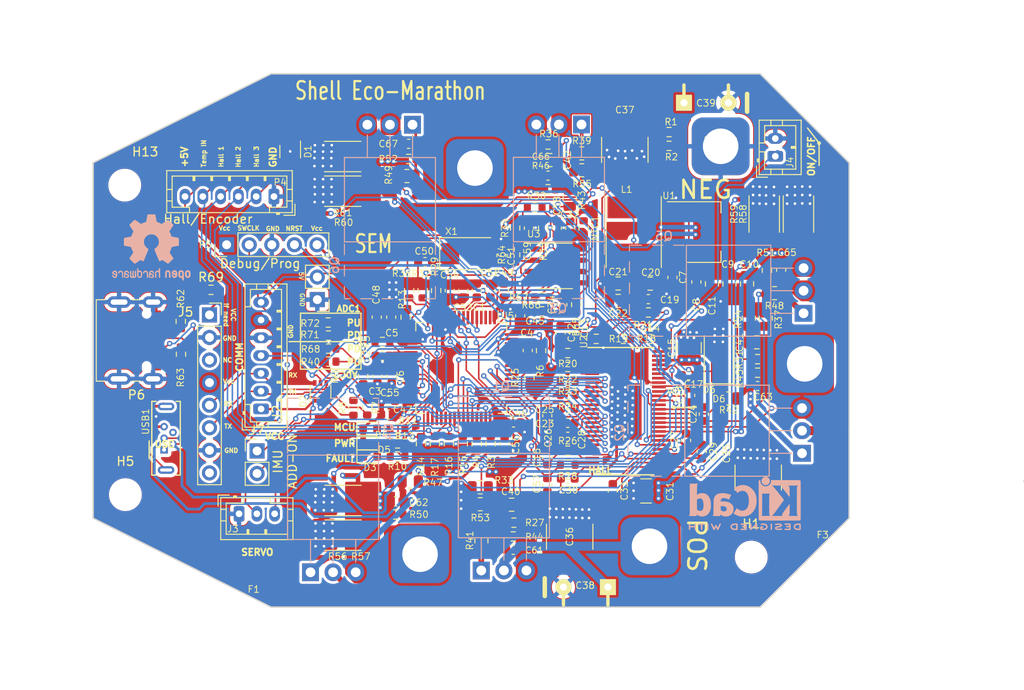
<source format=kicad_pcb>
(kicad_pcb (version 20221018) (generator pcbnew)
  (title_block (title "Stupid FOCer") (date "2023-12-06") (rev "1") (company "Dunwoody") (comment 1 "Thanks to Lucas Schulte") (comment 2 "by Nick Oldenburg"))
  (layers (0 "F.Cu" signal "Top_Signal") (31 "B.Cu" signal "Bottom_Signal") (34 "B.Paste" user) (35 "F.Paste" user) (36 "B.SilkS" user "B.Silkscreen") (37 "F.SilkS" user "F.Silkscreen") (38 "B.Mask" user) (39 "F.Mask" user) (44 "Edge.Cuts" user))
  (net 0 "")
  (net 1 "+5V")
  (net 2 "GND")
  (net 3 "NRST")
  (net 4 "SWCLK")
  (net 5 "SWDIO")
  (net 6 "VCC")
  (net 7 "V_SUPPLY")
  (net 8 "/MCU/AN_IN")
  (net 9 "/Mosfet driver/H1_VS")
  (net 10 "/Mosfet driver/H2_VS")
  (net 11 "/Mosfet driver/H3_VS")
  (net 12 "/MCU/SENS1")
  (net 13 "/MCU/SENS2")
  (net 14 "/MCU/SENS3")
  (net 15 "/MCU/BR_SO2")
  (net 16 "/MCU/BR_SO1")
  (net 17 "/MCU/L3")
  (net 18 "/MCU/L2")
  (net 19 "/MCU/L1")
  (net 20 "/MCU/EN_GATE")
  (net 21 "/MCU/H3")
  (net 22 "/MCU/H2")
  (net 23 "/MCU/H1")
  (net 24 "/MCU/USB_DM")
  (net 25 "/MCU/USB_DP")
  (net 26 "/MCU/ADC_TEMP")
  (net 27 "/Mosfet driver/GH_A")
  (net 28 "/Mosfet driver/GL_A")
  (net 29 "/Mosfet driver/GL_B")
  (net 30 "/Mosfet driver/GH_B")
  (net 31 "/Mosfet driver/GH_C")
  (net 32 "/Mosfet driver/GL_C")
  (net 33 "/MCU/CS")
  (net 34 "/MCU/SLCK")
  (net 35 "/MCU/SDI")
  (net 36 "/MCU/SDO")
  (net 37 "/MCU/BR_SO3")
  (net 38 "Net-(U2-COMP)")
  (net 39 "/MCU/SCK_ADC_EXT")
  (net 40 "/MCU/MISO_ADC_EXT2")
  (net 41 "/MCU/RX_SDA_NSS")
  (net 42 "/MCU/TX_SCL_MOSI")
  (net 43 "/Mosfet driver/H2_LOW")
  (net 44 "/MCU/SERVO")
  (net 47 "PA15")
  (net 54 "PB2")
  (net 55 "SPA")
  (net 56 "SNA")
  (net 57 "SPC")
  (net 58 "SNC")
  (net 59 "SPB")
  (net 60 "SNB")
  (net 61 "Net-(U2-SS_TR)")
  (net 62 "Net-(U2-BST_BK)")
  (net 63 "Net-(C12-Pad2)")
  (net 64 "Net-(D6-K)")
  (net 65 "Net-(U2-BST_A)")
  (net 66 "Net-(U2-CP2)")
  (net 67 "/Mosfet driver/H3_LOW")
  (net 68 "/Mosfet driver/H1_LOW")
  (net 69 "Net-(U2-CP1)")
  (net 70 "/MCU/FAULT")
  (net 71 "Net-(U2-BST_B)")
  (net 72 "/HALL3")
  (net 73 "/Filters/HALL1_IN")
  (net 74 "/Filters/HALL2_IN")
  (net 75 "/RX_SDA_IN")
  (net 76 "/SCK_ADC_EXT_IN")
  (net 77 "/TX_SCL_MOSI_IN")
  (net 78 "/MISO_RX_SCL_IN")
  (net 79 "/MCU/LED_RED")
  (net 80 "/MCU/LED_GREEN")
  (net 81 "Net-(U2-GVDD)")
  (net 82 "Net-(U2-BST_C)")
  (net 83 "Net-(U2-DVDD)")
  (net 84 "Net-(U2-AVDD)")
  (net 85 "Net-(U5-PH0-OSC_IN)")
  (net 86 "Net-(U5-PH1-OSC_OUT)")
  (net 87 "Net-(U5-VCAP1)")
  (net 88 "Net-(C40-Pad2)")
  (net 89 "Net-(C41-Pad2)")
  (net 90 "Net-(C42-Pad2)")
  (net 91 "Net-(U5-VCAP2)")
  (net 92 "Net-(U3B-+)")
  (net 93 "Net-(Q1-G)")
  (net 94 "Net-(Q4-G)")
  (net 95 "Net-(Q2-G)")
  (net 96 "Net-(Q5-G)")
  (net 97 "Net-(Q3-G)")
  (net 98 "Net-(Q6-G)")
  (net 99 "Net-(D3-A)")
  (net 100 "Net-(D4-A)")
  (net 101 "Net-(D5-A)")
  (net 102 "Net-(J3-Pin_3)")
  (net 103 "Net-(J4-A)")
  (net 104 "Net-(U2-VSENSE)")
  (net 105 "Net-(U2-RT_CLK)")
  (net 106 "Net-(U2-DTC)")
  (net 107 "Net-(R30-Pad2)")
  (net 108 "Net-(U2-S01)")
  (net 109 "Net-(U2-S02)")
  (net 110 "Net-(U3A--)")
  (net 111 "Net-(U3B--)")
  (net 112 "Net-(U3A-+)")
  (net 118 "unconnected-(P6-VBUS-PadA4)")
  (net 119 "Net-(P6-CC)")
  (net 120 "Net-(P6-D+)")
  (net 121 "Net-(P6-D-)")
  (net 122 "Net-(P6-VCONN)")
  (net 124 "/Filters/TEMP_IN")
  (net 126 "Net-(NT1-Pad1)")
  (net 127 "Net-(NT1-Pad3)")
  (net 128 "Net-(USB1-GND)")
  (net 129 "Net-(USB1-Shield)")
  (net 130 "Net-(J5-Pin_1)")
  (footprint "LED_SMD:LED_0603_1608Metric" (layer "F.Cu") (at 131.137984 109.93155)
    (fp_text reference "D4")
    (fp_text value "GRN")
  )
  (footprint "LED_SMD:LED_0603_1608Metric" (layer "F.Cu") (at 131.137984 111.58155)
    (fp_text reference "D5")
    (fp_text value "BLU")
  )
  (footprint "Resistor_SMD:R_0603_1608Metric" (layer "F.Cu") (at 155.147084 87.360651 90)
    (fp_text reference "NTC1")
    (fp_text value "NTC 10k")
  )
  (footprint "Crystal:Crystal_SMD_5032-2Pin_5.0x3.2mm" (layer "F.Cu") (at 142.012984 90.23155)
    (fp_text reference "X1")
    (fp_text value "8MHz 10ppm (X50328MSB2GI)")
  )
  (footprint "Capacitor_SMD:C_0603_1608Metric" (layer "F.Cu") (at 143.134412 94.38155 -90)
    (fp_text reference "C1")
    (fp_text value "100n")
  )
  (footprint "Resistor_SMD:R_0603_1608Metric" (layer "F.Cu") (at 138.42965 111.63155 -90)
    (fp_text reference "R17")
    (fp_text value "2k2")
  )
  (footprint "Resistor_SMD:R_0603_1608Metric" (layer "F.Cu") (at 137.0487 94.38155 -90)
    (fp_text reference "R32")
    (fp_text value "2k2")
  )
  (footprint "Resistor_SMD:R_0603_1608Metric" (layer "F.Cu") (at 138.570128 94.38155 -90)
    (fp_text reference "R29")
    (fp_text value "2k2")
  )
  (footprint "Resistor_SMD:R_0603_1608Metric" (layer "F.Cu") (at 147.304446 120.503481 180)
    (fp_text reference "R27")
    (fp_text value "39k")
  )
  (footprint "Resistor_SMD:R_0603_1608Metric" (layer "F.Cu") (at 150.362984 101.14405 90)
    (fp_text reference "R6")
    (fp_text value "100R")
  )
  (footprint "Resistor_SMD:R_0603_1608Metric" (layer "F.Cu") (at 135.137984 97.38155 90)
    (fp_text reference "R13")
    (fp_text value "10k")
  )
  (footprint "Resistor_SMD:R_0603_1608Metric" (layer "F.Cu") (at 139.996316 111.63155 -90)
    (fp_text reference "R16")
    (fp_text value "2k2")
  )
  (footprint "Resistor_SMD:R_0603_1608Metric" (layer "F.Cu") (at 144.696314 111.63155 -90)
    (fp_text reference "R3")
    (fp_text value "22R")
  )
  (footprint "Resistor_SMD:R_0603_1608Metric" (layer "F.Cu") (at 143.129648 111.63155 -90)
    (fp_text reference "R4")
    (fp_text value "22R")
  )
  (footprint "Resistor_SMD:R_0603_1608Metric" (layer "F.Cu") (at 164.754446 78.103481)
    (fp_text reference "R2")
    (fp_text value "2k2")
  )
  (footprint "Resistor_SMD:R_0603_1608Metric" (layer "F.Cu") (at 135.527272 94.38155 -90)
    (fp_text reference "R38")
    (fp_text value "2k2")
  )
  (footprint "Capacitor_SMD:C_0603_1608Metric" (layer "F.Cu") (at 167.826113 93.428481 -90)
    (fp_text reference "C8")
    (fp_text value "2.2u")
  )
  (footprint "Capacitor_SMD:C_0603_1608Metric" (layer "F.Cu") (at 146.177272 94.38155 -90)
    (fp_text reference "C49")
    (fp_text value "2.2u")
  )
  (footprint "Capacitor_SMD:C_0603_1608Metric" (layer "F.Cu") (at 154.112984 99.12155 -90)
    (fp_text reference "C13")
    (fp_text value "150p")
  )
  (footprint "Capacitor_SMD:C_0603_1608Metric" (layer "F.Cu") (at 133.512984 97.38155 90)
    (fp_text reference "C5")
    (fp_text value "2.2u")
  )
  (footprint "Capacitor_SMD:C_0603_1608Metric" (layer "F.Cu") (at 146.262984 111.63155 -90)
    (fp_text reference "C56")
    (fp_text value "2.2u")
  )
  (footprint "Capacitor_SMD:C_0603_1608Metric" (layer "F.Cu") (at 144.65584 94.38155 -90)
    (fp_text reference "C52")
    (fp_text value "100n")
  )
  (footprint "Capacitor_SMD:C_0603_1608Metric" (layer "F.Cu") (at 141.612984 94.38155 -90)
    (fp_text reference "C53")
    (fp_text value "2.2u")
  )
  (footprint "Capacitor_SMD:C_0603_1608Metric" (layer "F.Cu") (at 133.162984 108.33155)
    (fp_text reference "C47")
    (fp_text value "2.2u")
  )
  (footprint "Capacitor_SMD:C_0603_1608Metric" (layer "F.Cu") (at 131.887984 97.38155 -90)
    (fp_text reference "C48")
    (fp_text value "2.2u")
  )
  (footprint "Capacitor_SMD:C_0603_1608Metric" (layer "F.Cu") (at 147.262984 109.23155 180)
    (fp_text reference "C46")
    (fp_text value "2.2u")
  )
  (footprint "Capacitor_SMD:C_0603_1608Metric" (layer "F.Cu") (at 140.091556 94.38155 -90)
    (fp_text reference "C54")
    (fp_text value "2.2u")
  )
  (footprint "Capacitor_SMD:C_0603_1608Metric" (layer "F.Cu") (at 148.862984 101.13155 -90)
    (fp_text reference "C4")
    (fp_text value ".01uF")
  )
  (footprint "Package_TO_SOT_SMD:SOT-223-3_TabPin2" (layer "F.Cu") (at 168.679446 87.803481)
    (fp_text reference "U1")
    (fp_text value "AMS1117-3.3")
  )
  (footprint "Connector_PinHeader_2.54mm:PinHeader_1x05_P2.54mm_Vertical" (layer "F.Cu") (at 115.009446 89.228481 90)
    (fp_text reference "P5")
    (fp_text value "SWD")
  )
  (footprint "shapes3D:R_2512_Yageo_big_pads" (layer "F.Cu") (at 179.304446 85.778481 -90)
    (fp_text reference "R58")
    (fp_text value "0.001R")
  )
  (footprint "shapes3D:R_2512_Yageo_big_pads" (layer "F.Cu") (at 128.094446 118.003481)
    (fp_text reference "R56")
    (fp_text value "0.001R")
  )
  (footprint "Inductor_SMD:L_Taiyo-Yuden_NR-60xx_HandSoldering" (layer "F.Cu") (at 160.779446 87.803481 -90)
    (fp_text reference "L1")
    (fp_text value "22u")
  )
  (footprint "Package_QFP:LQFP-64_10x10mm_P0.5mm" (layer "F.Cu") (at 141.388342 103.089037 -90)
    (fp_text reference "U5")
    (fp_text value "STM32F405RGT6")
  )
  (footprint "Capacitor_SMD:C_0603_1608Metric" (layer "F.Cu") (at 133.162984 106.78155 180)
    (fp_text reference "C55")
    (fp_text value "2.2u")
  )
  (footprint "Capacitor_SMD:C_0603_1608Metric" (layer "F.Cu") (at 133.562984 104.03155 90)
    (fp_text reference "C6")
    (fp_text value "100n")
  )
  (footprint "Capacitor_SMD:C_0603_1608Metric" (layer "F.Cu") (at 137.312984 91.18155 180)
    (fp_text reference "C50")
    (fp_text value "15p")
  )
  (footprint "Resistor_SMD:R_0603_1608Metric" (layer "F.Cu") (at 136.862984 111.63155 -90)
    (fp_text reference "R14")
    (fp_text value "10k")
  )
  (footprint "Resistor_SMD:R_0603_1608Metric" (layer "F.Cu") (at 141.562982 111.63155 -90)
    (fp_text reference "R15")
    (fp_text value "2k2")
  )
  (footprint "Resistor_SMD:R_0603_1608Metric" (layer "F.Cu") (at 109.850359 97.85 90)
    (fp_text reference "R62")
    (fp_text value "5.1k")
  )
  (footprint "Connector_JST:JST_PH_B6B-PH-K_1x06_P2.00mm_Vertical" (layer "F.Cu") (at 120.329446 83.803481 180)
    (fp_text reference "P4")
    (fp_text value "HALL/Encoder")
  )
  (footprint "Resistor_SMD:R_0603_1608Metric" (layer "F.Cu") (at 134.229446 113.053481)
    (fp_text reference "R10")
    (fp_text value "100R")
  )
  (footprint "Package_SO:HTSSOP-56-1EP_6.1x14mm_P0.5mm_EP3.61x6.35mm" (layer "F.Cu") (at 159.862984 107.99155)
    (fp_text reference "U2")
    (fp_text value "DRV8301")
  )
  (footprint "Fiducial:Fiducial_1mm_Dia_2mm_Outer" (layer "F.Cu") (at 182.025 119.875 180)
    (fp_text reference "F3")
    (fp_text value "Fiducial")
  )
  (footprint "Connector_JST:JST_PH_B2B-PH-K_1x02_P2.00mm_Vertical" (layer "F.Cu") (at 176.7 79.275 90)
    (fp_text reference "J4")
    (fp_text value "On/Off")
  )
  (footprint "Capacitor_SMD:C_0603_1608Metric" (layer "F.Cu") (at 132.525484 101.731551)
    (fp_text reference "C2")
    (fp_text value "0.01uF")
  )
  (footprint "Capacitor_SMD:C_0603_1608Metric" (layer "F.Cu") (at 131.962984 104.03155 90)
    (fp_text reference "C3")
    (fp_text value "0.01uF")
  )
  (footprint "Package_TO_SOT_SMD:SOT-363_SC-70-6" (layer "F.Cu") (at 125.562984 105.73155 90)
    (fp_text reference "D2")
    (fp_text value " SMF05CT1G")
  )
  (footprint "Resistor_SMD:R_0603_1608Metric" (layer "F.Cu") (at 132.525484 100.16905 180)
    (fp_text reference "R5")
    (fp_text value "100R")
  )
  (footprint "Resistor_SMD:R_0603_1608Metric" (layer "F.Cu") (at 130.812984 107.55655 -90)
    (fp_text reference "R7")
    (fp_text value "100R")
  )
  (footprint "Resistor_SMD:R_0603_1608Metric" (layer "F.Cu") (at 129.262984 107.58155 -90)
    (fp_text reference "R8")
    (fp_text value "100R")
  )
  (footprint "Resistor_SMD:R_0603_1608Metric" (layer "F.Cu") (at 130.362984 104.03155 -90)
    (fp_text reference "R9")
    (fp_text value "100R")
  )
  (footprint "Resistor_SMD:R_0603_1608Metric" (layer "F.Cu") (at 164.754446 76.553481)
    (fp_text reference "R1")
    (fp_text value "39k")
  )
  (footprint "Resistor_SMD:R_0603_1608Metric" (layer "F.Cu") (at 134.225484 109.93155)
    (fp_text reference "R11")
    (fp_text value "100R")
  )
  (footprint "Resistor_SMD:R_0603_1608Metric" (layer "F.Cu") (at 149.054446 104.178481 -90)
    (fp_text reference "R25")
    (fp_text value "2k2")
  )
  (footprint "Resistor_SMD:R_0603_1608Metric" (layer "F.Cu") (at 153.362984 102.97955)
    (fp_text reference "R22")
    (fp_text value "10k")
  )
  (footprint "Capacitor_SMD:C_0603_1608Metric" (layer "F.Cu") (at 153.362984 109.27155 180)
    (fp_text reference "C23")
    (fp_text value "22n")
  )
  (footprint "Capacitor_SMD:C_0603_1608Metric" (layer "F.Cu") (at 153.362984 115.52755)
    (fp_text reference "C30")
    (fp_text value "2.2uF")
  )
  (footprint "Capacitor_SMD:C_0603_1608Metric" (layer "F.Cu") (at 153.362984 110.83555 180)
    (fp_text reference "C28")
    (fp_text value "2.2uF")
  )
  (footprint "Capacitor_SMD:C_0805_2012Metric" (layer "F.Cu") (at 174.616946 100.203481 180)
    (fp_text reference "C41")
    (fp_text value "4.7nF, 100V")
  )
  (footprint "Capacitor_SMD:C_0805_2012Metric" (layer "F.Cu") (at 151.341946 79.701259)
    (fp_text reference "C42")
    (fp_text value "4.7nF, 100V")
  )
  (footprint "Resistor_SMD:R_0603_1608Metric" (layer "F.Cu") (at 109.875359 101.55 -90)
    (fp_text reference "R63")
    (fp_text value "5.1k")
  )
  (footprint "Resistor_SMD:R_0805_2012Metric" (layer "F.Cu") (at 143.516946 118.428481)
    (fp_text reference "R53")
    (fp_text value "10R")
  )
  (footprint "Resistor_SMD:R_0805_2012Metric" (layer "F.Cu") (at 173.729446 97.490981 -90)
    (fp_text reference "R54")
    (fp_text value "10R")
  )
  (footprint "Resistor_SMD:R_0805_2012Metric" (layer "F.Cu") (at 154.941946 80.853481 180)
    (fp_text reference "R55")
    (fp_text value "10R")
  )
  (footprint "Resistor_SMD:R_0603_1608Metric" (layer "F.Cu") (at 134.016946 119.578481 180)
    (fp_text reference "R50")
    (fp_text value "4.7k")
  )
  (footprint "Resistor_SMD:R_0603_1608Metric" (layer "F.Cu") (at 174.704446 103.628481 180)
    (fp_text reference "R45")
    (fp_text value "4.7k")
  )
  (footprint "Resistor_SMD:R_0603_1608Metric" (layer "F.Cu") (at 175.754446 92.115981 -90)
    (fp_text reference "R51")
    (fp_text value "4.7k")
  )
  (footprint "Package_TO_SOT_SMD:SOT-363_SC-70-6" (layer "F.Cu") (at 122.154446 78.753481 -90)
    (fp_text reference "D1")
    (fp_text value " SMF05CT1G")
  )
  (footprint "Additions:MountingPad" (layer "F.Cu") (at 180.004446 102.628481 -90)
    (fp_text reference "P2")
    (fp_text value "MOTOR1")
  )
  (footprint "Additions:MountingPad" (layer "F.Cu") (at 142.929446 80.603481)
    (fp_text reference "P3")
    (fp_text value "MOTOR1")
  )
  (footprint "Capacitor_SMD:C_2220_5650Metric_Pad1.97x5.40mm_HandSolder" (layer "F.Cu") (at 174.779446 115.428481 -90)
    (fp_text reference "C35")
    (fp_text value "10uF, 100V")
  )
  (footprint "Capacitor_SMD:C_2220_5650Metric_Pad1.97x5.40mm_HandSolder" (layer "F.Cu") (at 153.579446 122.078481 -90)
    (fp_text reference "C36")
    (fp_text value "10uF, 100V")
  )
  (footprint "Capacitor_SMD:C_2220_5650Metric_Pad1.97x5.40mm_HandSolder" (layer "F.Cu") (at 159.779446 78.553481 90)
    (fp_text reference "C37")
    (fp_text value "10uF, 100V")
  )
  (footprint "Resistor_SMD:R_0603_1608Metric" (layer "F.Cu") (at 151.141946 82.985705)
    (fp_text reference "R46")
    (fp_text value "4.7k")
  )
  (footprint "Connector_USB:USB_Micro-B_Wuerth_614105150721_Vertical" (layer "F.Cu") (at 107.975 112.3 90)
    (fp_text reference "USB1")
    (fp_text value "USB Micro  U-D-M5DD-W-1")
  )
  (footprint "Capacitor_SMD:C_0603_1608Metric" (layer "F.Cu") (at 148.012984 97.23155 -90)
    (fp_text reference "C45")
    (fp_text value "2.2u")
  )
  (footprint "MountingHole:MountingHole_3.2mm_M3_ISO14580" (layer "F.Cu") (at 174 124.375)
    (fp_text reference "H1")
    (fp_text value "MountingHole")
  )
  (footprint "Capacitor_SMD:C_0603_1608Metric" (layer "F.Cu") (at 153.362984 107.67155 180)
    (fp_text reference "C25")
    (fp_text value "2.2uF")
  )
  (footprint "Capacitor_SMD:C_0603_1608Metric" (layer "F.Cu") (at 151.062984 108.47155 -90)
    (fp_text reference "C26")
    (fp_text value "2.2uF")
  )
  (footprint "Capacitor_SMD:C_0603_1608Metric" (layer "F.Cu") (at 152.562984 99.12155 -90)
    (fp_text reference "C12")
    (fp_text value "6.8n")
  )
  (footprint "Capacitor_SMD:C_0603_1608Metric" (layer "F.Cu") (at 162.662984 99.82155 180)
    (fp_text reference "C14")
    (fp_text value "15nF")
  )
  (footprint "Capacitor_SMD:C_0603_1608Metric" (layer "F.Cu") (at 166.962984 103.92155)
    (fp_text reference "C17")
    (fp_text value "100n")
  )
  (footprint "Capacitor_SMD:C_0603_1608Metric" (layer "F.Cu") (at 167.129446 106.178481 -90)
    (fp_text reference "C18")
    (fp_text value "220n")
  )
  (footprint "Capacitor_SMD:C_0603_1608Metric" (layer "F.Cu") (at 168.662984 108.28155 -90)
    (fp_text reference "C24")
    (fp_text value "220n")
  )
  (footprint "Capacitor_SMD:C_0603_1608Metric" (layer "F.Cu") (at 166.662984 111.24405 -90)
    (fp_text reference "C27")
    (fp_text value "220n")
  )
  (footprint "Capacitor_SMD:C_1210_3225Metric" (layer "F.Cu") (at 167.012984 100.82155 -90)
    (fp_text reference "C15")
    (fp_text value "4.7uF, 100V")
  )
  (footprint "Capacitor_SMD:C_0603_1608Metric" (layer "F.Cu") (at 162.429446 95.353481 180)
    (fp_text reference "C19")
    (fp_text value "2.2uF")
  )
  (footprint "Resistor_SMD:R_0603_1608Metric" (layer "F.Cu") (at 159.612984 99.82155)
    (fp_text reference "R18")
    (fp_text value "3.3k")
  )
  (footprint "Resistor_SMD:R_0603_1608Metric" (layer "F.Cu") (at 162.429446 96.853481)
    (fp_text reference "R21")
    (fp_text value "18k")
  )
  (footprint "Resistor_SMD:R_0603_1608Metric" (layer "F.Cu") (at 153.362984 101.41555 180)
    (fp_text reference "R20")
    (fp_text value "15k")
  )
  (footprint "Resistor_SMD:R_0603_1608Metric" (layer "F.Cu") (at 153.362984 104.54355)
    (fp_text reference "R23")
    (fp_text value "10k")
  )
  (footprint "Resistor_SMD:R_0603_1608Metric" (layer "F.Cu") (at 153.362984 106.10755 180)
    (fp_text reference "R24")
    (fp_text value "1k")
  )
  (footprint "Resistor_SMD:R_0603_1608Metric" (layer "F.Cu") (at 156.562984 99.82155)
    (fp_text reference "R19")
    (fp_text value "220k")
  )
  (footprint "Resistor_SMD:R_0603_1608Metric" (layer "F.Cu") (at 147.447084 87.360651 -90)
    (fp_text reference "R34")
    (fp_text value "10k")
  )
  (footprint "Resistor_SMD:R_0603_1608Metric" (layer "F.Cu") (at 150.597084 87.360651 90)
    (fp_text reference "R35")
    (fp_text value "10k")
  )
  (footprint "Resistor_SMD:R_0603_1608Metric" (layer "F.Cu") (at 174.704446 102.103481 180)
    (fp_text reference "R31")
    (fp_text value "39k")
  )
  (footprint "Resistor_SMD:R_0603_1608Metric" (layer "F.Cu") (at 151.141946 77.949037)
    (fp_text reference "R36")
    (fp_text value "39k")
  )
  (footprint "Package_SO:SOIC-8_3.9x4.9mm_P1.27mm" (layer "F.Cu") (at 151.947084 91.610651)
    (fp_text reference "U3")
    (fp_text value "TP2604-SR")
  )
  (footprint "Resistor_SMD:R_0603_1608Metric" (layer "F.Cu") (at 134.225484 111.58155)
    (fp_text reference "R12")
    (fp_text value "2k2")
  )
  (footprint "Capacitor_SMD:C_0805_2012Metric" (layer "F.Cu") (at 159.029446 93.588481)
    (fp_text reference "C21")
    (fp_text value "22uf")
  )
  (footprint "Capacitor_SMD:C_0805_2012Metric" (layer "F.Cu") (at 171.552779 93.628481 90)
    (fp_text reference "C9")
    (fp_text value "22uF")
  )
  (footprint "Capacitor_SMD:C_0805_2012Metric" (layer "F.Cu") (at 173.526113 93.628481 90)
    (fp_text reference "C10")
    (fp_text value "22uF")
  )
  (footprint "Resistor_SMD:R_0805_2012Metric" (layer "F.Cu") (at 143.654446 122.553481 90)
    (fp_text reference "R41")
    (fp_text value "20R")
  )
  (footprint "Resistor_SMD:R_0805_2012Metric" (layer "F.Cu") (at 135.654446 115.878481)
    (fp_text reference "R47")
    (fp_text value "20R")
  )
  (footprint "Resistor_SMD:R_0805_2012Metric" (layer "F.Cu") (at 176.616946 94.678481 180)
    (fp_text reference "R48")
    (fp_text value "20R")
  )
  (footprint "Resistor_SMD:R_0805_2012Metric" (layer "F.Cu") (at 171.454446 106.528481 180)
    (fp_text reference "R42")
    (fp_text value "20R")
  )
  (footprint "Resistor_SMD:R_0805_2012Metric" (layer "F.Cu") (at 153.579446 84.003481 -90)
    (fp_text reference "R43")
    (fp_text value "20R")
  )
  (footprint "Resistor_SMD:R_0805_2012Metric" (layer "F.Cu") (at 135.279446 81.500981 180)
    (fp_text reference "R49")
    (fp_text value "20R")
  )
  (footprint "Additions:MountingPad" (layer "F.Cu") (at 136.754446 124.053481)
    (fp_text reference "P1")
    (fp_text value "MOTOR1")
  )
  (footprint "shapes3D:R_2512_Yageo_big_pads" (layer "F.Cu") (at 128.054446 83.203481)
    (fp_text reference "R60")
    (fp_text value "0.001R")
  )
  (footprint "Diode_SMD:D_SMA" (layer "F.Cu") (at 170.362984 101.47155 90)
    (fp_text reference "D6")
    (fp_text value "100v, 1A")
  )
  (footprint "Connector_JST:JST_PH_B3B-PH-K_1x03_P2.00mm_Vertical" (layer "F.Cu") (at 116.404446 119.503481)
    (fp_text reference "J3")
    (fp_text value "Conn_01x03")
  )
  (footprint "Capacitor_SMD:C_0603_1608Metric" (layer "F.Cu") (at 165.129446 92.903481 90)
    (fp_text reference "C7")
    (fp_text value "100n")
  )
  (footprint "Connector_JST:JST_PH_B7B-PH-K_1x07_P2.00mm_Vertical" (layer "F.Cu") (at 118.879446 107.703481 90)
    (fp_text reference "J2")
    (fp_text value "Conn_01x07")
  )
  (footprint "Capacitor_SMD:C_0805_2012Metric" (layer "F.Cu") (at 162.629446 93.603481 180)
    (fp_text reference "C20")
    (fp_text value "22uf")
  )
  (footprint "Capacitor_SMD:C_0603_1608Metric" (layer "F.Cu") (at 168.429446 112.503481 90)
    (fp_text reference "C29")
    (fp_text value "1nF")
  )
  (footprint "Fiducial:Fiducial_1mm_Dia_2mm_Outer" (layer "F.Cu") (at 120.15 127.9)
    (fp_text reference "F1")
    (fp_text value "Fiducial")
  )
  (footprint "Fiducial:Fiducial_1mm_Dia_2mm_Outer" (layer "F.Cu") (at 120.15 72.1)
    (fp_text reference "F2" hide)
    (fp_text value "Fiducial")
  )
  (footprint "Capacitor_SMD:C_0603_1608Metric" (layer "F.Cu") (at 152.747084 95.973151 90)
    (fp_text reference "C34")
    (fp_text value "1nF")
  )
  (footprint "Capacitor_SMD:C_1210_3225Metric" (layer "F.Cu") (at 162.162984 116.93155)
    (fp_text reference "C31")
    (fp_text value "4.7uF, 100V")
  )
  (footprint "w_capacitors:CP_10x20mm_hor_with_model_brd_edge" (layer "F.Cu") (at 168.192846 61.940781 90)
    (fp_text reference "C39")
    (fp_text value "330u, 63V" hide)
  )
  (footprint "Capacitor_SMD:C_0603_1608Metric" (layer "F.Cu") (at 158.429446 116.928481 -90)
    (fp_text reference "C33")
    (fp_text value "1nF")
  )
  (footprint "shapes3D:R_2512_Yageo_big_pads" (layer "F.Cu") (at 128.094446 121.903481)
    (fp_text reference "R57")
    (fp_text value "0.001R")
  )
  (footprint "shapes3D:R_2512_Yageo_big_pads" (layer "F.Cu") (at 175.454446 85.778481 -90)
    (fp_text reference "R59")
    (fp_text value "0.001R")
  )
  (footprint "shapes3D:R_2512_Yageo_big_pads" (layer "F.Cu") (at 128.054446 79.303481)
    (fp_text reference "R61")
    (fp_text value "0.001R")
  )
  (footprint "Capacitor_SMD:C_0805_2012Metric" (layer "F.Cu") (at 169.579446 93.628481 90)
    (fp_text reference "C11")
    (fp_text value "22uF")
  )
  (footprint "Capacitor_SMD:C_0603_1608Metric" (layer "F.Cu") (at 145.912984 90.43155 90)
    (fp_text reference "C51")
    (fp_text value "15p")
  )
  (footprint "Capacitor_SMD:C_0805_2012Metric" (layer "F.Cu") (at 159.029446 95.553481)
    (fp_text reference "C22")
    (fp_text value "22uf")
  )
  (footprint "Resistor_SMD:R_0603_1608Metric" (layer "F.Cu") (at 147.447084 90.360651 -90)
    (fp_text reference "R64")
    (fp_text value "20k")
  )
  (footprint "Resistor_SMD:R_0603_1608Metric" (layer "F.Cu") (at 154.319306 95.973151 -90)
    (fp_text reference "R65")
    (fp_text value "20k")
  )
  (footprint "Resistor_SMD:R_0603_1608Metric" (layer "F.Cu") (at 150.45264 96.723151)
    (fp_text reference "R66")
    (fp_text value "1k")
  )
  (footprint "Resistor_SMD:R_0603_1608Metric" (layer "F.Cu") (at 150.45264 95.150929)
    (fp_text reference "R67")
    (fp_text value "1k")
  )
  (footprint "Capacitor_SMD:C_0603_1608Metric" (layer "F.Cu") (at 153.647084 87.360651 -90)
    (fp_text reference "C32")
    (fp_text value "100n")
  )
  (footprint "Capacitor_SMD:C_0603_1608Metric" (layer "F.Cu") (at 151.062984 113.17155 -90)
    (fp_text reference "C16")
    (fp_text value "1nF")
  )
  (footprint "Capacitor_SMD:C_0603_1608Metric" (layer "F.Cu") (at 151.062984 116.27155 90)
    (fp_text reference "C57")
    (fp_text value "1nF")
  )
  (footprint "Capacitor_SMD:C_0603_1608Metric" (layer "F.Cu") (at 152.134584 87.360651 -90)
    (fp_text reference "C58")
    (fp_text value "1nF")
  )
  (footprint "Resistor_SMD:R_0603_1608Metric" (layer "F.Cu") (at 153.362984 112.39955)
    (fp_text reference "R26")
    (fp_text value "1k")
  )
  (footprint "Resistor_SMD:R_0603_1608Metric" (layer "F.Cu") (at 153.362984 113.96355)
    (fp_text reference "R28")
    (fp_text value "1k")
  )
  (footprint "Resistor_SMD:R_0603_1608Metric" (layer "F.Cu") (at 149.647084 85.010651 180)
    (fp_text reference "R30")
    (fp_text value "1k")
  )
  (footprint "Connector_PinHeader_2.54mm:PinHeader_1x02_P2.54mm_Vertical" (layer "F.Cu") (at 125.204446 95.403481 180)
    (fp_text reference "J6" hide)
    (fp_text value "Conn_01x03" hide)
  )
  (footprint "Capacitor_SMD:C_0603_1608Metric" (layer "F.Cu") (at 148.997084 87.360651 90)
    (fp_text reference "C59")
    (fp_text value "100n")
  )
  (footprint "LED_SMD:LED_0603_1608Metric" (layer "F.Cu") (at 131.141946 113.053481)
    (fp_text reference "D3")
    (fp_text value "RED")
  )
  (footprint "Resistor_SMD:R_0805_2012Metric" (layer "F.Cu") (at 143.516946 116.528481)
    (fp_text reference "R33")
    (fp_text value "10R")
  )
  (footprint "Resistor_SMD:R_0805_2012Metric" (layer "F.Cu") (at 175.629446 97.490981 -90)
    (fp_text reference "R37")
    (fp_text value "10R")
  )
  (footprint "Resistor_SMD:R_0805_2012Metric" (layer "F.Cu") (at 154.941946 78.953481 180)
    (fp_text reference "R39")
    (fp_text value "10R")
  )
  (footprint "Capacitor_SMD:C_0805_2012Metric" (layer "F.Cu") (at 147.054446 118.478481 180)
    (fp_text reference "C40")
    (fp_text value "4.7nF, 100V")
  )
  (footprint "w_capacitors:CP_10x20mm_hor_with_model_brd_edge" (layer "F.Cu") (at 156.116046 139.066181 -90)
    (fp_text reference "C38")
    (fp_text value "330u, 63V" hide)
  )
  (footprint "Resistor_SMD:R_0603_1608Metric" (layer "F.Cu") (at 147.229446 122.053481)
    (fp_text reference "R44")
    (fp_text value "4.7k")
  )
  (footprint "Resistor_SMD:R_0603_1608Metric" (layer "F.Cu") (at 135.479446 79.578481)
    (fp_text reference "R52")
    (fp_text value "4.7k")
  )
  (footprint "Capacitor_SMD:C_0603_1608Metric" (layer "F.Cu") (at 147.229446 123.553481)
    (fp_text reference "C61")
    (fp_text value "1nF")
  )
  (footprint "Capacitor_SMD:C_0603_1608Metric" (layer "F.Cu") (at 134.004446 118.103481 180)
    (fp_text reference "C62")
    (fp_text value "1nF")
  )
  (footprint "Capacitor_SMD:C_0603_1608Metric" (layer "F.Cu") (at 174.704446 105.128481)
    (fp_text reference "C63")
    (fp_text value "1nF")
  )
  (footprint "Capacitor_SMD:C_0603_1608Metric" (layer "F.Cu") (at 177.354446 92.078481 90)
    (fp_text reference "C65")
    (fp_text value "1nF")
  )
  (footprint "Capacitor_SMD:C_0603_1608Metric" (layer "F.Cu") (at 135.479446 77.875981 180)
    (fp_text reference "C67")
    (fp_text value "1nF")
  )
  (footprint "Resistor_SMD:R_0603_1608Metric" (layer "F.Cu") (at 126.475484 102.38155)
    (fp_text reference "R40")
    (fp_text value "DNP")
  )
  (footprint "Resistor_SMD:R_0603_1608Metric" (layer "F.Cu") (at 126.471752 100.915282)
    (fp_text reference "R68")
    (fp_text value "DNP")
  )
  (footprint "Resistor_SMD:R_0603_1608Metric" (layer "F.Cu") (at 126.454446 99.453481)
    (fp_text reference "R71")
    (fp_text value "DNP")
  )
  (footprint "Resistor_SMD:R_0603_1608Metric" (layer "F.Cu") (at 126.425484 97.98155)
    (fp_text reference "R72")
    (fp_text value "DNP")
  )
  (footprint "Capacitor_SMD:C_0603_1608Metric" (layer "F.Cu") (at 151.141946 81.453481 180)
    (fp_text reference "C66")
    (fp_text value "1nF")
  )
  (footprint "MountingHole:MountingHole_3.2mm_M3_ISO14580" (layer "F.Cu") (at 103.55 82.525)
    (fp_text reference "H13")
    (fp_text value "MountingHole")
  )
  (footprint "Connector_USB:USB_C_Receptacle_JAE_DX07S016JA1R1500" (layer "F.Cu") (at 104.060359 100 -90)
    (fp_text reference "P6")
    (fp_text value "USB_C_Plug_USB2.0")
  )
  (footprint "NetTie:NetTie-3_SMD_Pad0.5mm" (layer "F.Cu") (at 106.375 108.4 90)
    (fp_text reference "NT2" hide)
    (fp_text value "NetTie_3" hide)
  )
  (footprint "Resistor_SMD:R_0603_1608Metric" (layer "F.Cu") (at 113.254446 94.303481)
    (fp_text reference "R69")
    (fp_text value "DNP")
  )
  (footprint "Connector_PinSocket_2.54mm:PinSocket_1x08_P2.54mm_Vertical" (layer "F.Cu") (at 113.079446 97.123481)
    (fp_text reference "J5")
    (fp_text value "Conn_01x08")
  )
  (footprint "NetTie:NetTie-2_SMD_Pad0.5mm" (layer "F.Cu") (at 173.454446 91.128481 90)
    (fp_text reference "NT8" hide)
    (fp_text value "NetTie_2" hide)
  )
  (footprint "NetTie:NetTie-2_SMD_Pad0.5mm" (layer "F.Cu") (at 173.329446 84.128481)
    (fp_text reference "NT9" hide)
    (fp_text value "NetTie_2" hide)
  )
  (footprint "Additions:NT3_Small" (layer "F.Cu") (at 165.079446 104.583481)
    (fp_text reference "NT1" hide)
    (fp_text value "NetTie_3")
  )
  (footprint "NetTie:NetTie-2_SMD_Pad0.5mm" (layer "F.Cu") (at 125.904446 85.203481 90)
    (fp_text reference "NT7" hide)
    (fp_text value "NetTie_2" hide)
  )
  (footprint "Additions:MountingPad" (layer "F.Cu") (at 170.554446 78.153481)
    (fp_text reference "POS2")
    (fp_text value "POS")
  )
  (footprint "NetTie:NetTie-2_SMD_Pad0.5mm" (layer "F.Cu") (at 127.054446 116.153481 -90)
    (fp_text reference "NT11" hide)
    (fp_text value "NetTie_2" hide)
  )
  (footprint "Connector_PinHeader_2.54mm:PinHeader_1x02_P2.54mm_Vertical" (layer "F.Cu") (at 118.429446 112.428481)
    (fp_text reference "J7")
    (fp_text value "Conn_01x03")
  )
  (footprint "MountingHole:MountingHole_3.2mm_M3_ISO14580" (layer "F.Cu") (at 103.625 117.35)
    (fp_text reference "H5")
    (fp_text value "MountingHole")
  )
  (footprint "NetTie:NetTie-2_SMD_Pad0.5mm" (layer "F.Cu") (at 133.254446 83.578481 180)
    (fp_text reference "NT6" hide)
    (fp_text value "NetTie_2" hide)
  )
  (footprint "NetTie:NetTie-2_SMD_Pad0.5mm" (layer "F.Cu") (at 129.279446 115.178481)
    (fp_text reference "NT10" hide)
    (fp_text value "NetTie_2" hide)
  )
  (footprint "shapes3D:TO-220-3_Horizontal_TabUp_no_hole" (layer "B.Cu") (at 124.439446 126.083481)
    (fp_text reference "Q4")
    (fp_text value "NCEP60T20")
  )
  (footprint "shapes3D:TO-220-3_Horizontal_TabUp_no_hole" (layer "B.Cu") (at 179.704446 112.693481 90)
    (fp_text reference "Q2")
    (fp_text value "NCEP60T20")
  )
  (footprint "shapes3D:TO-220-3_Horizontal_TabUp_no_hole" (layer "B.Cu") (at 154.909446 75.703481 180)
    (fp_text reference "Q3")
    (fp_text value "NCEP60T20")
  )
  (footprint "Additions:MountingPad" (layer "B.Cu") (at 162.554446 123.153481 -90)
    (fp_text reference "POS1")
    (fp_text value "POS")
  )
  (footprint "shapes3D:TO-220-3_Horizontal_TabUp_no_hole" (layer "B.Cu") (at 143.639446 125.883481)
    (fp_text reference "Q1")
    (fp_text value "NCEP60T20")
  )
  (footprint "shapes3D:TO-220-3_Horizontal_TabUp_no_hole" (layer "B.Cu") (at 135.909446 75.723481 180)
    (fp_text reference "Q6")
    (fp_text value "NCEP60T20")
  )
  (footprint "shapes3D:TO-220-3_Horizontal_TabUp_no_hole" (layer "B.Cu") (at 179.879446 96.943481 90)
    (fp_text reference "Q5")
    (fp_text value "NCEP60T20")
  )
  (footprint "Symbol:OSHW-Logo2_9.8x8mm_SilkScreen" (layer "B.Cu") (at 106.55 89.525 180)
    (fp_text reference "H4" hide)
    (fp_text value "Open Hardware Logo" hide)
  )
  (footprint "Symbol:KiCad-Logo2_5mm_SilkScreen" (layer "B.Cu") (at 173.275 118.325 180)
    (fp_text reference "H9" hide)
    (fp_text value "KiCAD Logo" hide)
  )
  (gr_line (start 123.312984 103.23155) (end 130.112984 103.23155) (stroke (width 0.15)) (layer "F.SilkS"))
  (gr_line (start 130.112984 103.23155) (end 130.112984 96.93155) (stroke (width 0.15)) (layer "F.SilkS"))
  (gr_line (start 123.312984 103.23155) (end 123.312984 96.93155) (stroke (width 0.15)) (layer "F.SilkS"))
  (gr_line (start 130.112984 100.13155) (end 122.012984 100.13155) (stroke (width 0.15)) (layer "F.SilkS"))
  (gr_line (start 181.625 80.3) (end 181.625 77.8) (stroke (width 0.15)) (layer "F.SilkS"))
  (gr_circle (center 165.312984 107.53155) (end 165.412984 107.63155) (stroke (width 0.15)) (fill none) (layer "F.SilkS"))
  (gr_line (start 181.625 77.8) (end 180.325 76.1) (stroke (width 0.15)) (layer "F.SilkS"))
  (gr_line (start 165.312984 107.53155) (end 167.812984 107.53155) (stroke (width 0.15)) (layer "F.SilkS"))
  (gr_circle (center 181.625 77.8) (end 181.725 77.7) (stroke (width 0.15)) (fill none) (layer "F.SilkS"))
  (gr_line (start 130.112984 96.93155) (end 123.312984 96.93155) (stroke (width 0.15)) (layer "F.SilkS"))
  (gr_line (start 120 130) (end 175 130) (stroke (width 0.15)) (layer "Edge.Cuts"))
  (gr_line (start 100 120) (end 120 130) (stroke (width 0.15)) (layer "Edge.Cuts"))
  (gr_line (start 185 80) (end 175 70) (stroke (width 0.15)) (layer "Edge.Cuts"))
  (gr_line (start 185 120) (end 185 80) (stroke (width 0.15)) (layer "Edge.Cuts"))
  (gr_line (start 100 80) (end 120 70) (stroke (width 0.15)) (layer "Edge.Cuts"))
  (gr_line (start 100 80) (end 100 120) (stroke (width 0.15)) (layer "Edge.Cuts"))
  (gr_line (start 204.608761 115.825) (end 204.608761 115.825) (stroke (width 0.15)) (layer "Edge.Cuts"))
  (gr_line (start 175 70) (end 120 70) (stroke (width 0.15)) (layer "Edge.Cuts"))
  (gr_line (start 175 130) (end 185 120) (stroke (width 0.15)) (layer "Edge.Cuts"))
  (gr_text "VCC" (at 120.412984 110.78155) (layer "F.SilkS") (effects (font (size 0.75 0.75) (thickness 0.1875))))
  (gr_text "POS" (at 167.829446 123.053481 -90) (layer "F.SilkS") (effects (font (size 2 2) (thickness 0.3))))
  (gr_text "COMM\n" (at 116.454446 101.853481 90) (layer "F.SilkS") (effects (font (size 0.75 0.75) (thickness 0.1875))))
  (gr_text "SERVO" (at 118.454446 123.828481) (layer "F.SilkS") (effects (font (size 0.75 0.75) (thickness 0.1875))))
  (gr_text "HALL" (at 157.012984 114.63155) (layer "F.SilkS") (effects (font (size 0.75 0.75) (thickness 0.1875))))
  (gr_text "ON/OFF" (at 180.75 79.275 90) (layer "F.SilkS") (effects (font (size 0.75 0.75) (thickness 0.1875))))
  (gr_text "USB" (at 108.054446 111.678481) (layer "F.SilkS") (effects (font (size 0.75 0.75) (thickness 0.1875))))
  (gr_text "5V" (at 123.404446 92.728481 -90) (layer "F.SilkS") (effects (font (size 0.5 0.5) (thickness 0.1))))
  (gr_text "GND" (at 123.504446 95.428481 -90) (layer "F.SilkS") (effects (font (size 0.5 0.5) (thickness 0.1))))
  (gr_text "ON" (at 165.112984 105.73155) (layer "F.SilkS") (effects (font (size 0.5 0.5) (thickness 0.1))))
  (gr_text "PWR" (at 128.279446 111.578481) (layer "F.SilkS") (effects (font (size 0.75 0.75) (thickness 0.1875))))
  (gr_text "FAULT" (at 127.779446 113.278481) (layer "F.SilkS") (effects (font (size 0.75 0.75) (thickness 0.1875))))
  (gr_text "MCU" (at 128.279446 109.778481) (layer "F.SilkS") (effects (font (size 0.75 0.75) (thickness 0.1875))))
  (gr_text "PU" (at 129.312984 98.03155) (layer "F.SilkS") (effects (font (size 0.75 0.75) (thickness 0.1875))))
  (gr_text "PD" (at 129.312984 99.43155) (layer "F.SilkS") (effects (font (size 0.75 0.75) (thickness 0.1875))))
  (gr_text "ADC1" (at 128.729446 96.428481) (layer "F.SilkS") (effects (font (size 0.7 0.7) (thickness 0.175))))
  (gr_text "ADC2" (at 128.379446 103.803481 180) (layer "F.SilkS") (effects (font (size 0.7 0.7) (thickness 0.175))))
  (gr_text "GND" (at 119.354446 87.728481) (layer "F.SilkS") (effects (font (size 0.5 0.5) (thickness 0.125)) (justify left bottom)))
  (gr_text "Hall 3" (at 118.654446 80.578481 90) (layer "F.SilkS") (effects (font (size 0.5 0.5) (thickness 0.125)) (justify left bottom)))
  (gr_text "SEM" (at 129.25 90.3) (layer "F.SilkS") (effects (font (size 2 1.4) (thickness 0.25) bold) (justify left bottom)))
  (gr_text "NC" (at 114.504446 102.503481) (layer "F.SilkS") (effects (font (size 0.5 0.5) (thickness 0.125)) (justify left bottom)))
  (gr_text "TX" (at 121.904446 106.078481) (layer "F.SilkS") (effects (font (size 0.5 0.5) (thickness 0.125)) (justify left bottom)))
  (gr_text "GND" (at 122.504446 99.828481 90) (layer "F.SilkS") (effects (font (size 0.5 0.5) (thickness 0.125)) (justify left bottom)))
  (gr_text "Shell Eco-Marathon\n" (at 122.55 73.075) (layer "F.SilkS") (effects (font (size 2 1.4) (thickness 0.25) bold) (justify left bottom)))
  (gr_text "IMU\nADD-ON" (at 122.975 113.625 90) (layer "F.SilkS") (effects (font (size 1 1)) (justify bottom)))
  (gr_text "GND" (at 120.654446 80.628481 90) (layer "F.SilkS") (effects (font (size 0.75 0.75) (thickness 0.1875) bold) (justify left bottom)))
  (gr_text "RX" (at 121.879446 104.203481) (layer "F.SilkS") (effects (font (size 0.5 0.5) (thickness 0.125)) (justify left bottom)))
  (gr_text "Vcc" (at 114.529446 104.903481) (layer "F.SilkS") (effects (font (size 0.5 0.5) (thickness 0.125)) (justify left bottom)))
  (gr_text "Hall 2" (at 116.604446 80.603481 90) (layer "F.SilkS") (effects (font (size 0.5 0.5) (thickness 0.125)) (justify left bottom)))
  (gr_text "PU" (at 129.312984 102.43155) (layer "F.SilkS") (effects (font (size 0.75 0.75) (thickness 0.1875))))
  (gr_text "NEG" (at 168.854446 83.028481) (layer "F.SilkS") (effects (font (size 2 2) (thickness 0.3))))
  (gr_text "GND" (at 114.679446 112.678481) (layer "F.SilkS") (effects (font (size 0.5 0.5) (thickness 0.125)) (justify left bottom)))
  (gr_text "SWCLK" (at 116.154446 87.653481) (layer "F.SilkS") (effects (font (size 0.5 0.5) (thickness 0.125)) (justify left bottom)))
  (gr_text "Vcc" (at 114.054446 87.653481) (layer "F.SilkS") (effects (font (size 0.5 0.5) (thickness 0.125)) (justify left bottom)))
  (gr_text "Hall 1" (at 114.679446 80.578481 90) (layer "F.SilkS") (effects (font (size 0.5 0.5) (thickness 0.125)) (justify left bottom)))
  (gr_text "Debug/Prog" (at 114.15 91.925) (layer "F.SilkS") (effects (font (size 1 1)) (justify left bottom)))
  (gr_text "+5V" (at 110.704446 80.603481 90) (layer "F.SilkS") (effects (font (size 0.75 0.75) (thickness 0.1875) bold) (justify left bottom)))
  (gr_text "GND" (at 114.504446 100.053481) (layer "F.SilkS") (effects (font (size 0.5 0.5) (thickness 0.125)) (justify left bottom)))
  (gr_text "RX" (at 114.629446 107.428481) (layer "F.SilkS") (effects (font (size 0.5 0.5) (thickness 0.125)) (justify left bottom)))
  (gr_text "VCC\nif need" (at 114.654446 97.128481 270) (layer "F.SilkS") (effects (font (size 0.5 0.5) (thickness 0.125)) (justify bottom)))
  (gr_text "NRST" (at 121.579446 87.703481) (layer "F.SilkS") (effects (font (size 0.5 0.5) (thickness 0.125)) (justify left bottom)))
  (gr_text "Temp IN" (at 112.729446 80.578481 90) (layer "F.SilkS") (effects (font (size 0.5 0.5) (thickness 0.125)) (justify left bottom)))
  (gr_text "Vcc" (at 124.429446 87.678481) (layer "F.SilkS") (effects (font (size 0.5 0.5) (thickness 0.125)) (justify left bottom)))
  (gr_text "PD" (at 129.312984 100.93155) (layer "F.SilkS") (effects (font (size 0.75 0.75) (thickness 0.1875))))
  (gr_text "TX" (at 114.654446 109.953481) (layer "F.SilkS") (effects (font (size 0.5 0.5) (thickness 0.125)) (justify left bottom)))
  (gr_text "Hall/Encoder" (at 107.825 86.925) (layer "F.SilkS") (effects (font (size 1 1)) (justify left bottom)))
  (segment (start 110.729446 83.803481) (end 117.479446 77.053481) (width 0.1778) (layer "F.Cu") (net 1))
  (segment (start 155.079653 83.873681) (end 156.099853 82.853481) (width 0.1778) (layer "F.Cu") (net 1))
  (segment (start 117.479446 77.053481) (end 122.633446 77.053481) (width 0.1778) (layer "F.Cu") (net 1))
  (segment (start 132.989633 92.453481) (end 137.282533 88.160581) (width 0.1778) (layer "F.Cu") (net 1))
  (segment (start 121.829446 102.728481) (end 121.829446 99.028481) (width 0.1778) (layer "F.Cu") (net 1))
  (segment (start 122.633446 77.053481) (end 122.804446 77.224481) (width 0.1778) (layer "F.Cu") (net 1))
  (segment (start 125.204446 92.863481) (end 125.614446 92.453481) (width 0.1778) (layer "F.Cu") (net 1))
  (segment (start 125.614446 92.453481) (end 132.989633 92.453481) (width 0.1778) (layer "F.Cu") (net 1))
  (segment (start 156.099853 82.853481) (end 157.229446 82.853481) (width 0.1778) (layer "F.Cu") (net 1))
  (segment (start 118.404446 119.503481) (end 117.129446 118.228481) (width 0.1778) (layer "F.Cu") (net 1))
  (segment (start 122.804446 77.224481) (end 122.804446 77.803481) (width 0.1778) (layer "F.Cu") (net 1))
  (segment (start 110.329446 83.803481) (end 110.729446 83.803481) (width 0.1778) (layer "F.Cu") (net 1))
  (segment (start 118.529446 94.880281) (end 118.529446 95.728481) (width 0.1778) (layer "F.Cu") (net 1))
  (segment (start 160.779446 88.703481) (end 160.779446 90.578481) (width 0.1778) (layer "F.Cu") (net 1))
  (segment (start 137.282533 88.160581) (end 143.347346 88.160581) (width 0.1778) (layer "F.Cu") (net 1))
  (segment (start 110.329446 86.680281) (end 118.529446 94.880281) (width 0.1778) (layer "F.Cu") (net 1))
  (segment (start 119.672646 109.053481) (end 120.954446 108.978481) (width 0.1778) (layer "F.Cu") (net 1))
  (segment (start 117.129446 118.228481) (end 117.129446 111.596681) (width 0.1778) (layer "F.Cu") (net 1))
  (segment (start 121.829446 99.028481) (end 118.529446 95.728481) (width 0.1778) (layer "F.Cu") (net 1))
  (segment (start 147.634246 83.873681) (end 155.079653 83.873681) (width 0.1778) (layer "F.Cu") (net 1))
  (segment (start 120.954446 108.978481) (end 120.954446 109.053481) (width 0.1778) (layer "F.Cu") (net 1))
  (segment (start 110.329446 83.803481) (end 110.329446 86.680281) (width 0.1778) (layer "F.Cu") (net 1))
  (segment (start 143.347346 88.160581) (end 147.634246 83.873681) (width 0.1778) (layer "F.Cu") (net 1))
  (segment (start 117.129446 111.596681) (end 119.672646 109.053481) (width 0.1778) (layer "F.Cu") (net 1))
  (segment (start 157.229446 82.853481) (end 157.204446 82.853481) (width 0.1778) (layer "F.Cu") (net 1))
  (via (at 121.829446 102.728481) (size 0.6) (drill 0.3) (layers "F.Cu" "B.Cu") (net 1))
  (via (at 120.954446 108.978481) (size 0.6) (drill 0.3) (layers "F.Cu" "B.Cu") (net 1))
  (via (at 160.779446 88.703481) (size 0.6) (drill 0.3) (layers "F.Cu" "B.Cu") (net 1))
  (via (at 157.229446 82.853481) (size 0.6) (drill 0.3) (layers "F.Cu" "B.Cu") (net 1))
  (segment (start 121.804446 105.874624) (end 121.829446 102.728481) (width 0.1778) (layer "B.Cu") (net 1))
  (segment (start 120.954446 108.978481) (end 120.954446 106.724624) (width 0.1778) (layer "B.Cu") (net 1))
  (segment (start 157.229446 82.853481) (end 160.779446 86.403481) (width 0.1778) (layer "B.Cu") (net 1))
  (segment (start 160.779446 86.403481) (end 160.779446 88.703481) (width 0.1778) (layer "B.Cu") (net 1))
  (segment (start 121.394446 92.863481) (end 118.529446 95.728481) (width 0.1778) (layer "B.Cu") (net 1))
  (segment (start 120.954446 106.724624) (end 121.804446 105.874624) (width 0.1778) (layer "B.Cu") (net 1))
  (segment (start 121.829446 102.728481) (end 121.804446 102.753481) (width 0.1778) (layer "B.Cu") (net 1))
  (segment (start 125.204446 92.863481) (end 121.394446 92.863481) (width 0.1778) (layer "B.Cu") (net 1))
  (segment (start 171.552779 94.565981) (end 169.579446 94.565981) (width 0.635) (layer "F.Cu") (net 2))
  (segment (start 145.912984 89.64405) (end 145.912984 88.63155) (width 0.1778) (layer "F.Cu") (net 2))
  (segment (start 174.969446 84.128481) (end 175.454446 83.643481) (width 0.1778) (layer "F.Cu") (net 2))
  (segment (start 139.612984 98.78155) (end 139.562984 98.78155) (width 0.1778) (layer "F.Cu") (net 2))
  (segment (start 122.154446 77.803481) (end 122.154446 78.728481) (width 0.254) (layer "F.Cu") (net 2))
  (segment (start 141.379446 117.028481) (end 141.379446 116.078481) (width 0.635) (layer "F.Cu") (net 2))
  (segment (start 159.159453 98.012581) (end 162.088546 98.012581) (width 0.1778) (layer "F.Cu") (net 2))
  (segment (start 173.526113 94.565981) (end 173.526113 96.350148) (width 0.635) (layer "F.Cu") (net 2))
  (segment (start 152.575484 117.05905) (end 152.575484 115.52755) (width 0.1778) (layer "F.Cu") (net 2))
  (segment (start 150.358637 107.646151) (end 150.354446 107.64196) (width 0.1778) (layer "F.Cu") (net 2))
  (segment (start 146.912984 98.339105) (end 145.562984 99.689105) (width 0.1778) (layer "F.Cu") (net 2))
  (segment (start 106.735359 104.32) (end 106.735359 103.475) (width 0.254) (layer "F.Cu") (net 2))
  (segment (start 161.875484 100.15905) (end 161.162984 100.87155) (width 0.1778) (layer "F.Cu") (net 2))
  (segment (start 125.634252 99.415282) (end 125.517645 99.415282) (width 0.1778) (layer "F.Cu") (net 2))
  (segment (start 160.400484 100.10905) (end 161.162984 100.87155) (width 0.1778) (layer "F.Cu") (net 2))
  (segment (start 163.566946 93.853481) (end 164.466946 94.753481) (width 0.1778) (layer "F.Cu") (net 2))
  (segment (start 141.879446 118.428481) (end 141.379446 118.928481) (width 0.635) (layer "F.Cu") (net 2))
  (segment (start 151.630915 110.83555) (end 152.575484 110.83555) (width 0.1778) (layer "F.Cu") (net 2))
  (segment (start 148.279446 94.708289) (end 148.279446 93.903481) (width 0.1778) (layer "F.Cu") (net 2))
  (segment (start 157.362984 100.82155) (end 157.412984 100.82155) (width 0.1778) (layer "F.Cu") (net 2))
  (segment (start 158.854446 111.313012) (end 158.362984 110.82155) (width 0.3048) (layer "F.Cu") (net 2))
  (segment (start 157.029446 94.490981) (end 157.029446 93.603481) (width 0.508) (layer "F.Cu") (net 2))
  (segment (start 147.979446 93.578481) (end 147.979446 93.603481) (width 0.1778) (layer "F.Cu") (net 2))
  (segment (start 157.362984 100.77155) (end 157.362984 100.82155) (width 0.1778) (layer "F.Cu") (net 2))
  (segment (start 146.278553 112.403481) (end 146.262984 112.41905) (width 0.1778) (layer "F.Cu") (net 2))
  (segment (start 162.088546 98.012581) (end 162.320346 98.244381) (width 0.1778) (layer "F.Cu") (net 2))
  (segment (start 157.562984 114.73155) (end 158.854446 113.440088) (width 0.3048) (layer "F.Cu") (net 2))
  (segment (start 149.797084 87.310651) (end 149.797084 87.310651) (width 0.1778) (layer "F.Cu") (net 2))
  (segment (start 169.579446 94.565981) (end 169.579446 94.628481) (width 0.1778) (layer "F.Cu") (net 2))
  (segment (start 139.562984 98.78155) (end 139.612984 98.73155) (width 0.1778) (layer "F.Cu") (net 2))
  (segment (start 135.5487 93.572622) (end 135.527272 93.59405) (width 0.1778) (layer "F.Cu") (net 2))
  (segment (start 150.354446 107.64196) (end 150.354446 106.764588) (width 0.1778) (layer "F.Cu") (net 2))
  (segment (start 132.375484 108.33155) (end 132.375484 106.78155) (width 0.635) (layer "F.Cu") (net 2))
  (segment (start 157.552984 114.74155) (end 157.562984 114.73155) (width 0.1778) (layer "F.Cu") (net 2))
  (segment (start 139.638342 97.414037) (end 139.638342 98.706192) (width 0.1778) (layer "F.Cu") (net 2))
  (segment (start 158.854446 112.997877) (end 158.850046 112.993477) (width 0.3048) (layer "F.Cu") (net 2))
  (segment (start 141.634412 93.572622) (end 141.612984 93.59405) (width 0.1778) (layer "F.Cu") (net 2))
  (segment (start 106.735359 95.68) (end 102.910359 95.68) (width 0.254) (layer "F.Cu") (net 2))
  (segment (start 107.110359 96.9) (end 107.110359 96.055) (width 0.254) (layer "F.Cu") (net 2))
  (segment (start 144.65584 93.59405) (end 144.65584 93.527087) (width 0.1778) (layer "F.Cu") (net 2))
  (segment (start 135.713342 99.839037) (end 137.005497 99.839037) (width 0.1778) (layer "F.Cu") (net 2))
  (segment (start 132.529446 102.403481) (end 132.429446 102.353481) (width 0.1778) (layer "F.Cu") (net 2))
  (segment (start 106.735359 103.475) (end 107.110359 103.1) (width 0.254) (layer "F.Cu") (net 2))
  (segment (start 145.912984 88.63155) (end 145.862984 88.58155) (width 0.1778) (layer "F.Cu") (net 2))
  (segment (start 152.134584 86.535651) (end 152.134584 86.548151) (width 0.1778) (layer "F.Cu") (net 2))
  (segment (start 106.735359 104.32) (end 102.910359 104.32) (width 0.254) (layer "F.Cu") (net 2))
  (segment (start 130.300484 109.88155) (end 130.350484 109.93155) (width 0.1778) (layer "F.Cu") (net 2))
  (segment (start 152.550484 117.05905) (end 152.562984 117.07155) (width 0.1778) (layer "F.Cu") (net 2))
  (segment (start 173.829446 84.128481) (end 174.969446 84.128481) (width 0.1778) (layer "F.Cu") (net 2))
  (segment (start 171.552779 94.565981) (end 173.526113 94.565981) (width 0.635) (layer "F.Cu") (net 2))
  (segment (start 141.379446 118.928481) (end 141.379446 117.978481) (width 0.635) (layer "F.Cu") (net 2))
  (segment (start 129.229446 113.078481) (end 130.341946 113.078481) (width 0.4064) (layer "F.Cu") (net 2))
  (segment (start 132.375484 108.33155) (end 131.646084 109.06095) (width 0.3048) (layer "F.Cu") (net 2))
  (segment (start 109.112859 103.1) (end 109.875359 102.3375) (width 0.254) (layer "F.Cu") (net 2))
  (segment (start 167.826113 94.215981) (end 169.229446 94.215981) (width 0.635) (layer "F.Cu") (net 2))
  (segment (start 145.670471 99.839037) (end 145.562984 99.83155) (width 0.1778) (layer "F.Cu") (net 2))
  (segment (start 148.357971 99.839037) (end 147.063342 99.839037) (width 0.1778) (layer "F.Cu") (net 2))
  (segment (start 138.591556 93.572622) (end 138.570128 93.59405) (width 0.1778) (layer "F.Cu") (net 2))
  (segment (start 125.666946 99.453481) (end 125.779446 99.453481) (width 0.1778) (layer "F.Cu") (net 2))
  (segment (start 106.375 108.4) (end 106.925 108.4) (width 0.3048) (layer "F.Cu") (net 2))
  (segment (start 147.063342 101.339037) (end 145.620471 101.339037) (width 0.1778) (layer "F.Cu") (net 2))
  (segment (start 169.579446 94.565981) (end 168.741946 94.565981) (width 0.1778) (layer "F.Cu") (net 2))
  (segment (start 154.909584 99.13065) (end 156.659584 99.13065) (width 0.1778) (layer "F.Cu") (net 2))
  (segment (start 144.65584 93.527087) (end 145.504446 92.678481) (width 0.1778) (layer "F.Cu") (net 2))
  (segment (start 107.272859 97.0625) (end 107.110359 96.9) (width 0.254) (layer "F.Cu") (net 2))
  (segment (start 145.562984 101.28155) (end 145.612984 101.33155) (width 0.1778) (layer "F.Cu") (net 2))
  (segment (start 153.647084 86.560651) (end 152.897084 87.310651) (width 0.1778) (layer "F.Cu") (net 2))
  (segment (start 175.264446 83.453481) (end 175.454446 83.643481) (width 0.1778) (layer "F.Cu") (net 2))
  (segment (start 141.879446 116.528481) (end 141.379446 117.028481) (width 0.635) (layer "F.Cu") (net 2))
  (segment (start 145.620471 101.339037) (end 145.612984 101.33155) (width 0.1778) (layer "F.Cu") (net 2))
  (segment (start 163.216946 95.353481) (end 163.866946 95.353481) (width 0.1778) (layer "F.Cu") (net 2))
  (segment (start 150.354446 106.764588) (end 152.575484 104.54355) (width 0.1778) (layer "F.Cu") (net 2))
  (segment (start 148.504446 110.303481) (end 148.050484 109.849519) (width 0.1778) (layer "F.Cu") (net 2))
  (segment (start 107.110359 96.055) (end 106.735359 95.68) (width 0.254) (layer "F.Cu") (net 2))
  (segment (start 142.579446 118.428481) (end 142.579446 116.528481) (width 0.635) (layer "F.Cu") (net 2))
  (segment (start 131.737984 101.731551) (end 131.807516 101.731551) (width 0.1778) (layer "F.Cu") (net 2))
  (segment (start 145.562984 101.33155) (end 145.562984 101.28155) (width 0.1778) (layer "F.Cu") (net 2))
  (segment (start 150.534584 86.573151) (end 149.797084 87.310651) (width 0.1778) (layer "F.Cu") (net 2))
  (segment (start 165.129446 94.090981) (end 164.466946 94.753481) (width 0.1778) (layer "F.Cu") (net 2))
  (segment (start 158.091946 95.553481) (end 157.029446 94.490981) (width 0.508) (layer "F.Cu") (net 2))
  (segment (start 141.829446 116.528481) (end 141.379446 116.078481) (width 0.635) (layer "F.Cu") (net 2))
  (segment (start 157.412984 100.82155) (end 157.362984 100.77155) (width 0.1778) (layer "F.Cu") (net 2))
  (segment (start 107.110359 103.1) (end 109.112859 103.1) (width 0.254) (layer "F.Cu") (net 2))
  (segment (start 169.229446 94.215981) (end 169.579446 94.565981) (width 0.1778) (layer "F.Cu") (net 2))
  (segment (start 131.962984 104.81905) (end 133.562984 104.81905) (width 0.1778) (layer "F.Cu") (net 2))
  (segment (start 141.379446 117.028481) (end 141.379446 117.978481) (width 0.635) (layer "F.Cu") (net 2))
  (segment (start 155.879446 80.853481) (end 156.079446 80.853481) (width 0.1778) (layer "F.Cu") (net 2))
  (segment (start 129.237984 111.60655) (end 130.325484 111.60655) (width 0.4064) (layer "F.Cu") (net 2))
  (segment (start 151.062984 112.38405) (end 151.062984 111.403481) (width 0.1778) (layer "F.Cu") (net 2))
  (segment (start 147.229446 112.403481) (end 146.278553 112.403481) (width 0.1778) (layer "F.Cu") (net 2))
  (segment (start 157.029446 93.603481) (end 157.044446 93.588481) (width 0.1778) (layer "F.Cu") (net 2))
  (segment (start 139.638342 98.706192) (end 139.612984 98.73155) (width 0.1778) (layer "F.Cu") (net 2))
  (segment (start 148.050484 109.849519) (end 148.050484 109.23155) (width 0.1778) (layer "F.Cu") (net 2))
  (segment (start 149.472084 93.515651) (end 148.042276 93.515651) (width 0.1778) (layer "F.Cu") (net 2))
  (segment (start 140.112984 93.572622) (end 140.091556 93.59405) (width 0.1778) (layer "F.Cu") (net 2))
  (segment (start 148.279446 96.177588) (end 148.279446 94.708289) (width 0.1778) (layer "F.Cu") (net 2))
  (segment (start 157.044446 93.588481) (end 158.091946 93.588481) (width 0.508) (layer "F.Cu") (net 2))
  (segment (start 170.554446 95.603481) (end 170.554446 95.564314) (width 0.1778) (layer "F.Cu") (net 2))
  (segment (start 145.562984 99.83155) (end 145.662984 99.83155) (width 0.1778) (layer "F.Cu") (net 2))
  (segment (start 156.112984 114.74155) (end 156.112984 115.244943) (width 0.1778) (layer "F.Cu") (net 2))
  (segment (start 152.575484 107.74655) (end 151.062984 109.25905) (width 0.1778) (layer "F.Cu") (net 2))
  (segment (start 139.612984 98.73155) (end 139.612984 98.78155) (width 0.1778) (layer "F.Cu") (net 2))
  (segment (start 160.400484 99.82155) (end 160.400484 100.10905) (width 0.1778) (layer "F.Cu") (net 2))
  (segment (start 141.829446 118.428481) (end 141.379446 117.978481) (width 0.635) (layer "F.Cu") (net 2))
  (segment (start 148.279446 93.903481) (end 147.979446 93.603481) (width 0.1778) (layer "F.Cu") (net 2))
  (segment (start 158.850046 112.513485) (end 158.854446 112.509085) (width 0.3048) (layer "F.Cu") (net 2))
  (segment (start 173.729446 96.553481) (end 175.629446 96.553481) (width 0.635) (layer "F.Cu") (net 2))
  (segment (start 106.925 108.4) (end 107.075 108.55) (width 0.3048) (layer "F.Cu") (net 2))
  (segment (start 149.747084 87.310651) (end 149.747084 87.260651) (width 0.1778) (layer "F.Cu") (net 2))
  (segment (start 156.112984 115.244943) (end 154.286377 117.07155) (width 0.1778) (layer "F.Cu") (net 2))
  (segment (start 125.959446 121.903481) (end 125.959446 118.003481) (width 1.27) (layer "F.Cu") (net 2))
  (segment (start 147.063342 99.839037) (end 145.670471 99.839037) (width 0.1778) (layer "F.Cu") (net 2))
  (segment (start 162.320346 99.376688) (end 161.875484 99.82155) (width 0.1778) (layer "F.Cu") (net 2))
  (segment (start 152.134584 86.548151) (end 152.897084 87.310651) (width 0.1778) (layer "F.Cu") (net 2))
  (segment (start 125.779446 99.453481) (end 126.479446 100.153481) (width 0.1778) (layer "F.Cu") (net 2))
  (segment (start 131.646084 109.06095) (end 131.221084 109.06095) (width 0.3048) (layer "F.Cu") (net 2))
  (segment (start 131.807516 101.731551) (end 132.529446 102.403481) (width 0.1778) (layer "F.Cu") (net 2))
  (segment (start 136.962984 99.88155) (end 137.062984 99.88155) (width 0.1778) (layer "F.Cu") (net 2))
  (segment (start 146.912984 96.48155) (end 146.912984 98.339105) (width 0.1778) (layer "F.Cu") (net 2))
  (segment (start 152.562984 117.07155) (end 152.575484 117.05905) (width 0.1778) (layer "F.Cu") (net 2))
  (segment (start 125.684252 100.915282) (end 125.717645 100.915282) (width 0.1778) (layer "F.Cu") (net 2))
  (segment (start 152.575484 107.67155) (end 152.575484 107.74655) (width 0.1778) (layer "F.Cu") (net 2))
  (segment (start 142.579446 118.428481) (end 141.879446 118.428481) (width 0.635) (layer "F.Cu") (net 2))
  (segment (start 136.525484 93.070834) (end 137.0487 93.59405) (width 0.1778) (layer "F.Cu") (net 2))
  (segment (start 165.529446 85.503481) (end 165.529446 83.953481) (width 0.1778) (layer "F.Cu") (net 2))
  (segment (start 149.059584 86.573151) (end 148.997084 86.573151) (width 0.1778) (layer "F.Cu") (net 2))
  (segment (start 151.062984 109.25905) (end 150.358637 108.554703) (width 0.1778) (layer "F.Cu") (net 2))
  (segment (start 155.879446 78.953481) (end 156.079446 78.953481) (width 0.1778) (layer "F.Cu") (net 2))
  (segment (start 136.525484 91.18155) (end 136.525484 93.070834) (width 0.1778) (layer "F.Cu") (net 2))
  (segment (start 158.854446 113.440088) (end 158.854446 112.997877) (width 0.3048) (layer "F.Cu") (net 2))
  (segment (start 144.677268 93.572622) (end 144.65584 93.59405) (width 0.1778) (layer "F.Cu") (net 2))
  (segment (start 149.797084 87.310651) (end 149.747084 87.310651) (width 0.1778) (layer "F.Cu") (net 2))
  (segment (start 145.562984 99.689105) (end 145.562984 99.83155) (width 0.1778) (layer "F.Cu") (net 2))
  (segment (start 151.062984 110.119943) (end 150.904446 110.278481) (width 0.1778) (layer "F.Cu") (net 2))
  (segment (start 145.562984 99.83155) (end 145.562984 101.33155) (width 0.1778) (layer "F.Cu") (net 2))
  (segment (start 146.1987 93.572622) (end 146.177272 93.59405) (width 0.1778) (layer "F.Cu") (net 2))
  (segment (start 148.012984 96.44405) (end 148.279446 96.177588) (width 0.1778) (layer "F.Cu") (net 2))
  (segment (start 157.562984 114.78155) (end 157.552984 114.74155) (width 0.1778) (layer "F.Cu") (net 2))
  (segment (start 137.062984 99.88155) (end 137.062984 99.78155) (width 0.1778) (layer "F.Cu") (net 2))
  (segment (start 156.112984 114.74155) (end 157.522984 114.74155) (width 0.1778) (layer "F.Cu") (net 2))
  (segment (start 150.597084 86.573151) (end 150.534584 86.573151) (width 0.1778) (layer "F.Cu") (net 2))
  (segment (start 154.286377 117.07155) (end 152.562984 117.07155) (width 0.1778) (layer "F.Cu") (net 2))
  (segment (start 157.350484 99.82155) (end 157.350484 100.75905) (width 0.1778) (layer "F.Cu") (net 2))
  (segment (start 161.875484 99.82155) (end 161.875484 100.15905) (width 0.1778) (layer "F.Cu") (net 2))
  (segment (start 145.612984 101.33155) (end 145.562984 101.33155) (width 0.1778) (layer "F.Cu") (net 2))
  (segment (start 162.320346 98.244381) (end 162.320346 99.376688) (width 0.1778) (layer "F.Cu") (net 2))
  (segment (start 150.358637 108.554703) (end 150.358637 107.646151) (width 0.1778) (layer "F.Cu") (net 2))
  (segment (start 142.579446 116.528481) (end 141.879446 116.528481) (width 0.635) (layer "F.Cu") (net 2))
  (segment (start 146.177272 93.351307) (end 145.504446 92.678481) (width 0.1778) (layer "F.Cu") (net 2))
  (segment (start 156.659584 99.13065) (end 157.350484 99.82155) (width 0.1778) (layer "F.Cu") (net 2))
  (segment (start 130.350484 109.93155) (end 130.350484 111.58155) (width 0.635) (layer "F.Cu") (net 2))
  (segment (start 125.684252 100.915282) (end 125.491247 100.915282) (width 0.1778) (layer "F.Cu") (net 2))
  (segment (start 153.647084 86.473151) (end 153.647084 86.560651) (width 0.1778) (layer "F.Cu") (net 2))
  (segment (start 137.070128 93.572622) (end 137.0487 93.59405) (width 0.1778) (layer "F.Cu") (net 2))
  (segment (start 147.954446 93.603481) (end 148.004446 93.553481) (width 0.1778) (layer "F.Cu") (net 2))
  (segment (start 125.554446 106.690088) (end 125.562984 106.68155) (width 0.1778) (layer "F.Cu") (net 2))
  (segment (start 130.325484 111.60655) (end 130.350484 111.58155) (width 0.1778) (layer "F.Cu") (net 2))
  (segment (start 151.062984 117.05905) (end 152.550484 117.05905) (width 0.1778) (layer "F.Cu") (net 2))
  (segment (start 143.15584 93.572622) (end 143.134412 93.59405) (width 0.1778) (layer "F.Cu") (net 2))
  (segment (start 142.579446 118.428481) (end 141.829446 118.428481) (width 0.635) (layer "F.Cu") (net 2))
  (segment (start 137.005497 99.839037) (end 136.962984 99.88155) (width 0.1778) (layer "F.Cu") (net 2))
  (segment (start 152.562984 98.33405) (end 154.112984 98.33405) (width 0.635) (layer "F.Cu") (net 2))
  (segment (start 109.850359 97.0625) (end 107.272859 97.0625) (width 0.254) (layer "F.Cu") (net 2))
  (segment (start 137.062984 99.78155) (end 137.012984 99.83155) (width 0.1778) (layer "F.Cu") (net 2))
  (segment (start 125.554446 107.528481) (end 125.554446 106.690088) (width 0.1778) (layer "F.Cu") (net 2))
  (segment (start 157.350484 99.82155) (end 159.159453 98.012581) (width 0.1778) (layer "F.Cu") (net 2))
  (segment (start 157.522984 114.74155) (end 157.562984 114.78155) (width 0.1778) (layer "F.Cu") (net 2))
  (segment (start 148.042276 93.515651) (end 147.979446 93.578481) (width 0.1778) (layer "F.Cu") (net 2))
  (segment (start 146.912984 96.48155) (end 147.975484 96.48155) (width 0.1778) (layer "F.Cu") (net 2))
  (segment (start 125.717645 100.915282) (end 126.479446 100.153481) (width 0.1778) (layer "F.Cu") (net 2))
  (segment (start 131.221084 109.06095) (end 130.350484 109.93155) (width 0.3048) (layer "F.Cu") (net 2))
  (segment (start 142.579446 116.528481) (end 141.829446 116.528481) (width 0.635) (layer "F.Cu") (net 2))
  (segment (start 147.979446 93.603481) (end 147.954446 93.603481) (width 0.1778) (layer "F.Cu") (net 2))
  (segment (start 148.279446 94.708289) (end 149.472084 93.515651) (width 0.1778) (layer "F.Cu") (net 2))
  (segment (start 157.350484 100.75905) (end 157.362984 100.77155) (width 0.1778) (layer "F.Cu") (net 2))
  (segment (start 146.177272 93.59405) (end 146.177272 93.351307) (width 0.1778) (layer "F.Cu") (net 2))
  (segment (start 151.062984 111.403481) (end 151.630915 110.83555) (width 0.1778) (layer "F.Cu") (net 2))
  (segment (start 167.826113 95.175148) (end 167.979446 95.328481) (width 0.1778) (layer "F.Cu") (net 2))
  (segment (start 173.526113 96.350148) (end 173.729446 96.553481) (width 0.635) (layer "F.Cu") (net 2))
  (segment (start 158.850046 112.993477) (end 158.850046 112.513485) (width 0.3048) (layer "F.Cu") (net 2))
  (segment (start 151.062984 109.25905) (end 151.062984 110.119943) (width 0.1778) (layer "F.Cu") (net 2))
  (segment (start 163.866946 95.353481) (end 164.466946 94.753481) (width 0.1778) (layer "F.Cu") (net 2))
  (segment (start 149.747084 87.260651) (end 149.059584 86.573151) (width 0.1778) (layer "F.Cu") (net 2))
  (segment (start 163.566946 93.653481) (end 163.566946 93.853481) (width 0.1778) (layer "F.Cu") (net 2))
  (segment (start 154.112984 98.33405) (end 154.909584 99.13065) (width 0.1778) (layer "F.Cu") (net 2))
  (segment (start 158.854446 112.509085) (end 158.854446 111.313012) (width 0.3048) (layer "F.Cu") (net 2))
  (segment (start 148.862984 100.34405) (end 148.357971 99.839037) (width 0.1778) (layer "F.Cu") (net 2))
  (via (at 166.404446 99.053481) (size 0.6) (drill 0.3) (layers "F.Cu" "B.Cu") (net 2))
  (via (at 174.679446 112.303481) (size 0.6) (drill 0.3) (layers "F.Cu" "B.Cu") (net 2))
  (via (at 141.379446 118.928481) (size 0.6) (drill 0.3) (layers "F.Cu" "B.Cu") (net 2))
  (via (at 159.029446 78.653481) (size 0.6) (drill 0.3) (layers "F.Cu" "B.Cu") (net 2))
  (via (at 150.904446 110.278481) (size 0.6) (drill 0.3) (layers "F.Cu" "B.Cu") (net 2))
  (via (at 132.529446 102.403481) (size 0.6) (drill 0.3) (layers "F.Cu" "B.Cu") (net 2))
  (via (at 159.787984 110.03155) (size 0.6) (drill 0.3) (layers "F.Cu" "B.Cu") (net 2))
  (via (at 176.879446 113.303481) (size 0.6) (drill 0.3) (layers "F.Cu" "B.Cu") (net 2))
  (via (at 124.904446 82.728481) (size 0.6) (drill 0.3) (layers "F.Cu" "B.Cu") (net 2))
  (via (at 134.062984 95.13155) (size 0.6) (drill 0.3) (layers "F.Cu" "B.Cu") (net 2))
  (via (at 170.804446 100.153481) (size 0.6) (drill 0.3) (layers "F.Cu" "B.Cu") (net 2))
  (via (at 146.912984 96.48155) (size 0.6) (drill 0.3) (layers "F.Cu" "B.Cu") (net 2))
  (via (at 125.854446 81.853481) (size 0.6) (drill 0.3) (layers "F.Cu" "B.Cu") (net 2))
  (via (at 141.379446 117.028481) (size 0.6) (drill 0.3) (layers "F.Cu" "B.Cu") (net 2))
  (via (at 126.879446 118.203481) (size 0.6) (drill 0.3) (layers "F.Cu" "B.Cu") (net 2))
  (via (at 158.004446 79.353481) (size 0.6) (drill 0.3) (layers "F.Cu" "B.Cu") (net 2))
  (via (at 125.854446 82.728481) (size 0.6) (drill 0.3) (layers "F.Cu" "B.Cu") (net 2))
  (via (at 160.762984 116.03155) (size 0.6) (drill 0.3) (layers "F.Cu" "B.Cu") (net 2))
  (via (at 126.904446 120.578481) (size 0.6) (drill 0.3) (layers "F.Cu" "B.Cu") (net 2))
  (via (at 148.504446 110.303481) (size 0.6) (drill 0.3) (layers "F.Cu" "B.Cu") (net 2))
  (via (at 124.904446 81.853481) (size 0.6) (drill 0.3) (layers "F.Cu" "B.Cu") (net 2))
  (via (at 167.854446 99.103481) (size 0.6) (drill 0.3) (layers "F.Cu" "B.Cu") (net 2))
  (via (at 155.004446 119.978481) (size 0.6) (drill 0.3) (layers "F.Cu" "B.Cu") (net 2))
  (via (at 176.129446 113.303481) (size 0.6) (drill 0.3) (layers "F.Cu" "B.Cu") (net 2))
  (via (at 125.954446 121.453481) (size 0.6) (drill 0.3) (layers "F.Cu" "B.Cu") (net 2))
  (via (at 178.904446 84.603481) (size 0.6) (drill 0.3) (layers "F.Cu" "B.Cu") (net 2))
  (via (at 124.929446 83.553481) (size 0.6) (drill 0.3) (layers "F.Cu" "B.Cu") (net 2))
  (via (at 174.204446 82.678481) (size 0.6) (drill 0.3) (layers "F.Cu" "B.Cu") (net 2))
  (via (at 174.929446 83.653481) (size 0.6) (drill 0.3) (layers "F.Cu" "B.Cu") (net 2))
  (via (at 180.604446 82.703481) (size 0.6) (drill 0.3) (layers "F.Cu" "B.Cu") (net 2))
  (via (at 125.854446 78.753481) (size 0.6) (drill 0.3) (layers "F.Cu" "B.Cu") (net 2))
  (via (at 122.154446 78.728481) (size 0.6) (drill 0.3) (layers "F.Cu" "B.Cu") (net 2))
  (via (at 125.954446 117.478481) (size 0.6) (drill 0.3) (layers "F.Cu" "B.Cu") (net 2))
  (via (at 124.929446 78.028481) (size 0.6) (drill 0.3) (layers "F.Cu" "B.Cu") (net 2))
  (via (at 159.787984 107.63155) (size 0.6) (drill 0.3) (layers "F.Cu" "B.Cu") (net 2))
  (via (at 159.837984 110.82155) (size 0.6) (drill 0.3) (layers "F.Cu" "B.Cu") (net 2))
  (via (at 158.704446 79.528481) (size 0.6) (drill 0.3) (layers "F.Cu" "B.Cu") (net 2))
  (via (at 158.312984 108.43155) (size 0.6) (drill 0.3) (layers "F.Cu" "B.Cu") (net 2))
  (via (at 159.787984 108.43155) (size 0.6) (drill 0.3) (layers "F.Cu" "B.Cu") (net 2))
  (via (at 174.679446 113.253481) (size 0.6) (drill 0.3) (layers "F.Cu" "B.Cu") (net 2))
  (via (at 159.837984 106.88155) (size 0.6) (drill 0.3) (layers "F.Cu" "B.Cu") (net 2))
  (via (at 161.129446 79.503481) (size 0.6) (drill 0.3) (layers "F.Cu" "B.Cu") (net 2))
  (via (at 155.754446 119.028481) (size 0.6) (drill 0.3) (layers "F.Cu" "B.Cu") (net 2))
  (via (at 178.904446 82.703481) (size 0.6) (drill 0.3) (layers "F.Cu" "B.Cu") (net 2))
  (via (at 125.004446 120.578481) (size 0.6) (drill 0.3) (layers "F.Cu" "B.Cu") (net 2))
  (via (at 157.362984 100.82155) (size 0.6) (drill 0.3) (layers "F.Cu" "B.Cu") (net 2))
  (via (at 133.312984 94.28155) (size 0.6) (drill 0.3) (layers "F.Cu" "B.Cu") (net 2))
  (via (at 158.962984 108.88155) (size 0.6) (drill 0.3) (layers "F.Cu" "B.Cu") (net 2))
  (via (at 160.762984 117.78155) (size 0.6) (drill 0.3) (layers "F.Cu" "B.Cu") (net 2))
  (via (at 126.804446 78.753481) (size 0.6) (drill 0.3) (layers "F.Cu" "B.Cu") (net 2))
  (via (at 167.129446 99.078481) (size 0.6) (drill 0.3) (layers "F.Cu" "B.Cu") (net 2))
  (via (at 147.979446 93.603481) (size 0.6) (drill 0.3) (layers "F.Cu" "B.Cu") (net 2))
  (via (at 159.879446 79.478481) (size 0.6) (drill 0.3) (layers "F.Cu" "B.Cu") (net 2))
  (via (at 134.062984 94.28155) (size 0.6) (drill 0.3) (layers "F.Cu" "B.Cu") (net 2))
  (via (at 124.979446 118.203481) (size 0.6) (drill 0.3) (layers "F.Cu" "B.Cu") (net 2))
  (via (at 180.604446 83.653481) (size 0.6) (drill 0.3) (layers "F.Cu" "B.Cu") (net 2))
  (via (at 133.312984 95.13155) (size 0.6) (drill 0.3) (layers "F.Cu" "B.Cu") (net 2))
  (via (at 125.954446 120.578481) (size 0.6) (drill 0.3) (layers "F.Cu" "B.Cu") (net 2))
  (via (at 126.779446 79.478481) (size 0.6) (drill 0.3) (layers "F.Cu" "B.Cu") (net 2))
  (via (at 179.729446 83.628481) (size 0.6) (drill 0.3) (layers "F.Cu" "B.Cu") (net 2))
  (via (at 157.562984 114.73155) (size 0.6) (drill 0.3) (layers "F.Cu" "B.Cu") (net 2))
  (via (at 158.362984 106.88155) (size 0.6) (drill 0.3) (layers "F.Cu" "B.Cu") (net 2))
  (via (at 172.479446 112.253481) (size 0.6) (drill 0.3) (layers "F.Cu" "B.Cu") (net 2))
  (via (at 125.829446 80.378481) (size 0.6) (drill 0.3) (layers "F.Cu" "B.Cu") (net 2))
  (via (at 169.904446 98.703481) (size 0.6) (drill 0.3) (layers "F.Cu" "B.Cu") (net 2))
  (via (at 126.479446 100.153481) (size 0.6) (drill 0.3) (layers "F.Cu" "B.Cu") (net 2))
  (via (at 126.904446 117.478481) (size 0.6) (drill 0.3) (layers "F.Cu" "B.Cu") (net 2))
  (via (at 145.862984 88.58155) (size 0.6) (drill 0.3) (layers "F.Cu" "B.Cu") (net 2))
  (via (at 175.404446 113.278481) (size 0.6) (drill 0.3) (layers "F.Cu" "B.Cu") (net 2))
  (via (at 124.979446 119.103481) (size 0.6) (drill 0.3) (layers "F.Cu" "B.Cu") (net 2))
  (via (at 158.312984 107.63155) (size 0.6) (drill 0.3) (layers "F.Cu" "B.Cu") (net 2))
  (via (at 124.879446 80.378481) (size 0.6) (drill 0.3) (layers "F.Cu" "B.Cu") (net 2))
  (via (at 167.979446 95.328481) (size 0.6) (drill 0.3) (layers "F.Cu" "B.Cu") (net 2))
  (via (at 176.554446 84.628481) (size 0.6) (drill 0.3) (layers "F.Cu" "B.Cu") (net 2))
  (via (at 125.929446 118.203481) (size 0.6) (drill 0.3) (layers "F.Cu" "B.Cu") (net 2))
  (via (at 152.804446 118.978481) (size 0.6) (drill 0.3) (layers "F.Cu" "B.Cu") (net 2))
  (via (at 157.029446 93.603481) (size 0.6) (drill 0.3) (layers "F.Cu" "B.Cu") (net 2))
  (via (at 178.029446 84.603481) (size 0.6) (drill 0.3) (layers "F.Cu" "B.Cu") (net 2))
  (via (at 126.804446 82.728481) (size 0.6) (drill 0.3) (layers "F.Cu" "B.Cu") (net 2))
  (via (at 154.279446 119.953481) (size 0.6) (drill 0.3) (layers "F.Cu" "B.Cu") (net 2))
  (via (at 160.612984 108.03155) (size 0.6) (drill 0.3) (layers "F.Cu" "B.Cu") (net 2))
  (via (at 160.612984 109.63155) (size 0.6) (drill 0.3) (layers "F.Cu" "B.Cu") (net 2))
  (via (at 160.662984 106.48155) (size 0.6) (drill 0.3) (layers "F.Cu" "B.Cu") (net 2))
  (via (at 126.904446 121.453481) (size 0.6) (drill 0.3) (layers "F.Cu" "B.Cu") (net 2))
  (via (at 176.129446 112.353481) (size 0.6) (drill 0.3) (layers "F.Cu" "B.Cu") (net 2))
  (via (at 153.554446 119.928481) (size 0.6) (drill 0.3) (layers "F.Cu" "B.Cu") (net 2))
  (via (at 152.079446 119.903481) (size 0.6) (drill 0.3) (layers "F.Cu" "B.Cu") (net 2))
  (via (at 159.012984 106.53155) (size 0.6) (drill 0.3) (layers "F.Cu" "B.Cu") (net 2))
  (via (at 174.929446 84.603481) (size 0.6) (drill 0.3) (layers "F.Cu" "B.Cu") (net 2))
  (via (at 170.829446 99.428481) (size 0.6) (drill 0.3) (layers "F.Cu" "B.Cu") (net 2))
  (via (at 165.529446 83.953481) (size 0.6) (drill 0.3) (layers "F.Cu" "B.Cu") (net 2))
  (via (at 125.879446 78.028481) (size 0.6) (drill 0.3) (layers "F.Cu" "B.Cu") (net 2))
  (via (at 145.562984 101.33155) (size 0.6) (drill 0.3) (layers "F.Cu" "B.Cu") (net 2))
  (via (at 158.362984 106.08155) (size 0.6) (drill 0.3) (layers "F.Cu" "B.Cu") (net 2))
  (via (at 126.879446 119.103481) (size 0.6) (drill 0.3) (layers "F.Cu" "B.Cu") (net 2))
  (via (at 152.897084 87.310651) (size 0.6) (drill 0.3) (layers "F.Cu" "B.Cu") (net 2))
  (via (at 125.004446 117.478481) (size 0.6) (drill 0.3) (layers "F.Cu" "B.Cu") (net 2))
  (via (at 161.704446 78.703481) (size 0.6) (drill 0.3) (layers "F.Cu" "B.Cu") (net 2))
  (via (at 176.554446 83.678481) (size 0.6) (drill 0.3) (layers "F.Cu" "B.Cu") (net 2))
  (via (at 125.854446 84.428481) (size 0.6) (drill 0.3) (layers "F.Cu" "B.Cu") (net 2))
  (via (at 158.362984 105.27155) (size 0.6) (drill 0.3) (layers "F.Cu" "B.Cu") (net 2))
  (via (at 147.229446 112.403481) (size 0.6) (drill 0.3) (layers "F.Cu" "B.Cu") (net 2))
  (via (at 149.747084 87.310651) (size 0.6) (drill 0.3) (layers "F.Cu" "B.Cu") (net 2))
  (via (at 178.029446 82.703481) (size 0.6) (drill 0.3) (layers "F.Cu" "B.Cu") (net 2))
  (via (at 125.829446 79.478481) (size 0.6) (drill 0.3) (layers "F.Cu" "B.Cu") (net 2))
  (via (at 152.804446 119.928481) (size 0.6) (drill 0.3) (layers "F.Cu" "B.Cu") (net 2))
  (via (at 158.362984 110.82155) (size 0.6) (drill 0.3) (layers "F.Cu" "B.Cu") (net 2))
  (via (at 170.854446 98.703481) (size 0.6) (drill 0.3) (layers "F.Cu" "B.Cu") (net 2))
  (via (at 152.079446 118.953481) (size 0.6) (drill 0.3) (layers "F.Cu" "B.Cu") (net 2))
  (via (at 126.904446 123.153481) (size 0.6) (drill 0.3) (layers "F.Cu" "B.Cu") (net 2))
  (via (at 180.604446 84.603481) (size 0.6) (drill 0.3) (layers "F.Cu" "B.Cu") (net 2))
  (via (at 129.237984 111.60655) (size 0.6) (drill 0.3) (layers "F.Cu" "B.Cu") (net 2))
  (via (at 125.979446 122.278481) (size 0.6) (drill 0.3) (layers "F.Cu" "B.Cu") (net 2))
  (via (at 125.029446 116.753481) (size 0.6) (drill 0.3) (layers "F.Cu" "B.Cu") (net 2))
  (via (at 126.929446 116.753481) (size 0.6) (drill 0.3) (layers "F.Cu" "B.Cu") (net 2))
  (via (at 126.804446 84.428481) (size 0.6) (drill 0.3) (layers "F.Cu" "B.Cu") (net 2))
  (via (at 159.012984 107.33155) (size 0.6) (drill 0.3) (layers "F.Cu" "B.Cu") (net 2))
  (via (at 178.904446 83.653481) (size 0.6) (drill 0.3) (layers "F.Cu" "B.Cu") (net 2))
  (via (at 174.929446 82.703481) (size 0.6) (drill 0.3) (layers "F.Cu" "B.Cu") (net 2))
  (via (at 160.762984 116.90655) (size 0.6) (drill 0.3) (layers "F.Cu" "B.Cu") (net 2))
  (via (at 126.829446 78.028481) (size 0.6) (drill 0.3) (layers "F.Cu" "B.Cu") (net 2))
  (via (at 133.562984 104.83155) (size 0.6) (drill 0.3) (layers "F.Cu" "B.Cu") (net 2))
  (via (at 175.654446 84.628481) (size 0.6) (drill 0.3) (layers "F.Cu" "B.Cu") (net 2))
  (via (at 166.829446 99.678481) (size 0.6) (drill 0.3) (layers "F.Cu" "B.Cu") (net 2))
  (via (at 159.112984 110.37155) (size 0.6) (drill 0.3) (layers "F.Cu" "B.Cu") (net 2))
  (via (at 125.554446 107.528481) (size 0.6) (drill 0.3) (layers "F.Cu" "B.Cu") (net 2))
  (via (at 179.729446 84.578481) (size 0.6) (drill 0.3) (layers "F.Cu" "B.Cu") (net 2))
  (via (at 154.279446 119.003481) (size 0.6) (drill 0.3) (layers "F.Cu" "B.Cu") (net 2))
  (via (at 175.654446 82.728481) (size 0.6) (drill 0.3) (layers "F.Cu" "B.Cu") (net 2))
  (via (at 125.004446 123.153481) (size 0.6) (drill 0.3) (layers "F.Cu" "B.Cu") (net 2))
  (via (at 173.204446 112.278481) (size 0.6) (drill 0.3) (layers "F.Cu" "B.Cu") (net 2))
  (via (at 160.662984 105.67155) (size 0.6) (drill 0.3) (layers "F.Cu" "B.Cu") (net 2))
  (via (at 159.787984 109.23155) (size 0.6) (drill 0.3) (layers "F.Cu" "B.Cu") (net 2))
  (via (at 164.466946 94.753481) (size 0.6) (drill 0.3) (layers "F.Cu" "B.Cu") (net 2))
  (via (at 124.879446 79.478481) (size 0.6) (drill 0.3) (layers "F.Cu" "B.Cu") (net 2))
  (via (at 126.829446 83.553481) (size 0.6) (drill 0.3) (layers "F.Cu" "B.Cu") (net 2))
  (via (at 107.075 108.55) (size 0.6) (drill 0.3) (layers "F.Cu" "B.Cu") (net 2))
  (via (at 175.404446 112.328481) (size 0.6) (drill 0.3) (layers "F.Cu" "B.Cu") (net 2))
  (via (at 173.929446 113.253481) (size 0.6) (drill 0.3) (layers "F.Cu" "B.Cu") (net 2))
  (via (at 159.012984 105.72155) (size 0.6) (drill 0.3) (layers "F.Cu" "B.Cu") (net 2))
  (via (at 152.562984 117.07155) (size 0.6) (drill 0.3) (layers "F.Cu" "B.Cu") (net 2))
  (via (at 175.654446 83.678481) (size 0.6) (drill 0.3) (layers "F.Cu" "B.Cu") (net 2))
  (via (at 153.554446 118.978481) (size 0.6) (drill 0.3) (layers "F.Cu" "B.Cu") (net 2))
  (via (at 158.312984 110.03155) (size 0.6) (drill 0.3) (layers "F.Cu" "B.Cu") (net 2))
  (via (at 160.604446 78.628481) (size 0.6) (drill 0.3) (layers "F.Cu" "B.Cu") (net 2))
  (via (at 129.229446 113.078481) (size 0.6) (drill 0.3) (layers "F.Cu" "B.Cu") (net 2))
  (via (at 151.354446 119.878481) (size 0.6) (drill 0.3) (layers "F.Cu" "B.Cu") (net 2))
  (via (at 125.929446 119.103481) (size 0.6) (drill 0.3) (layers "F.Cu" "B.Cu") (net 2))
  (via (at 145.504446 92.678481) (size 0.6) (drill 0.3) (layers "F.Cu" "B.Cu") (net 2))
  (via (at 174.204446 83.628481) (size 0.6) (drill 0.3) (layers "F.Cu" "B.Cu") (net 2))
  (via (at 161.954446 79.328481) (size 0.6) (drill 0.3) (layers "F.Cu" "B.Cu") (net 2))
  (via (at 169.879446 99.428481) (size 0.6) (drill 0.3) (layers "F.Cu" "B.Cu") (net 2))
  (via (at 151.062984 111.403481) (size 0.6) (drill 0.3) (layers "F.Cu" "B.Cu") (net 2))
  (via (at 173.929446 112.303481) (size 0.6) (drill 0.3) (layers "F.Cu" "B.Cu") (net 2))
  (via (at 158.962984 109.68155) (size 0.6) (drill 0.3) (layers "F.Cu" "B.Cu") (net 2))
  (via (at 141.379446 117.978481) (size 0.6) (drill 0.3) (layers "F.Cu" "B.Cu") (net 2))
  (via (at 126.779446 80.378481) (size 0.6) (drill 0.3) (layers "F.Cu" "B.Cu") (net 2))
  (via (at 125.879446 83.553481) (size 0.6) (drill 0.3) (layers "F.Cu" "B.Cu") (net 2))
  (via (at 159.804446 78.703481) (size 0.6) (drill 0.3) (layers "F.Cu" "B.Cu") (net 2))
  (via (at 133.312984 93.48155) (size 0.6) (drill 0.3) (layers "F.Cu" "B.Cu") (net 2))
  (via (at 172.479446 113.203481) (size 0.6) (drill 0.3) (layers "F.Cu" "B.Cu") (net 2))
  (via (at 134.062984 93.48155) (size 0.6) (drill 0.3) (layers "F.Cu" "B.Cu") (net 2))
  (via (at 155.754446 119.978481) (size 0.6) (drill 0.3) (layers "F.Cu" "B.Cu") (net 2))
  (via (at 159.837984 105.27155) (size 0.6) (drill 0.3) (layers "F.Cu" "B.Cu") (net 2))
  (via (at 167.554446 99.703481) (size 0.6) (drill 0.3) (layers "F.Cu" "B.Cu") (net 2))
  (via (at 124.904446 84.428481) (size 0.6) (drill 0.3) (layers "F.Cu" "B.Cu") (net 2))
  (via (at 126.804446 81.853481) (size 0.6) (drill 0.3) (layers "F.Cu" "B.Cu") (net 2))
  (via (at 176.554446 82.728481) (size 0.6) (drill 0.3) (layers "F.Cu" "B.Cu") (net 2))
  (via (at 141.379446 116.078481) (size 0.6) (drill 0.3) (layers "F.Cu" "B.Cu") (net 2))
  (via (at 173.204446 113.228481) (size 0.6) (drill 0.3) (layers "F.Cu" "B.Cu") (net 2))
  (via (at 160.662984 107.28155) (size 0.6) (drill 0.3) (layers "F.Cu" "B.Cu") (net 2))
  (via (at 160.612984 108.83155) (size 0.6) (drill 0.3) (layers "F.Cu" "B.Cu") (net 2))
  (via (at 179.729446 82.678481) (size 0.6) (drill 0.3) (layers "F.Cu" "B.Cu") (net 2))
  (via (at 145.562984 99.83155) (size 0.6) (drill 0.3) (layers "F.Cu" "B.Cu") (net 2))
  (via (at 169.854446 100.153481) (size 0.6) (drill 0.3) (layers "F.Cu" "B.Cu") (net 2))
  (via (at 158.312984 109.23155) (size 0.6) (drill 0.3) (layers "F.Cu" "B.Cu") (net 2))
  (via (at 132.412984 106.83155) (size 0.6) (drill 0.3) (layers "F.Cu" "B.Cu") (net 2))
  (via (at 174.204446 84.578481) (size 0.6) (drill 0.3) (layers "F.Cu" "B.Cu") (net 2))
  (via (at 125.004446 121.453481) (size 0.6) (drill 0.3) (layers "F.Cu" "B.Cu") (net 2))
  (via (at 176.879446 112.353481) (size 0.6) (drill 0.3) (layers "F.Cu" "B.Cu") (net 2))
  (via (at 125.979446 116.753481) (size 0.6) (drill 0.3) (layers "F.Cu" "B.Cu") (net 2))
  (via (at 155.004446 119.028481) (size 0.6) (drill 0.3) (layers "F.Cu" "B.Cu") (net 2))
  (via (at 170.554446 95.603481) (size 0.6) (drill 0.3) (layers "F.Cu" "B.Cu") (net 2))
  (via (at 126.929446 122.278481) (size 0.6) (drill 0.3) (layers "F.Cu" "B.Cu") (net 2))
  (via (at 124.904446 78.753481) (size 0.6) (drill 0.3) (layers "F.Cu" "B.Cu") (net 2))
  (via (at 159.837984 106.08155) (size 0.6) (drill 0.3) (layers "F.Cu" "B.Cu") (net 2))
  (via (at 160.562984 110.37155) (size 0.6) (drill 0.3) (layers "F.Cu" "B.Cu") (net 2))
  (via (at 158.962984 108.08155) (size 0.6) (drill 0.3) (layers "F.Cu" "B.Cu") (net 2))
  (via (at 157.779446 78.578481) (size 0.6) (drill 0.3) (layers "F.Cu" "B.Cu") (net 2))
  (via (at 139.612984 98.78155) (size 0.6) (drill 0.3) (layers "F.Cu" "B.Cu") (net 2))
  (via (at 166.104446 99.653481) (size 0.6) (drill 0.3) (layers "F.Cu" "B.Cu") (net 2))
  (via (at 131.962984 104.88155) (size 0.6) (drill 0.3) (layers "F.Cu" "B.Cu") (net 2))
  (via (at 151.354446 118.928481) (size 0.6) (drill 0.3) (layers "F.Cu" "B.Cu") (net 2))
  (via (at 125.029446 122.278481) (size 0.6) (drill 0.3) (layers "F.Cu" "B.Cu") (net 2))
  (via (at 178.029446 83.653481) (size 0.6) (drill 0.3) (layers "F.Cu" "B.Cu") (net 2))
  (via (at 125.954446 123.153481) (size 0.6) (drill 0.3) (layers "F.Cu" "B.Cu") (net 2))
  (via (at 137.062984 99.88155) (size 0.6) (drill 0.3) (layers "F.Cu" "B.Cu") (net 2))
  (segment (start 137.741053 99.203481) (end 139.191053 99.203481) (width 0.1778) (layer "B.Cu") (net 2))
  (segment (start 139.191053 99.203481) (end 139.612984 98.78155) (width 0.1778) (layer "B.Cu") (net 2))
  (segment (start 137.062984 99.88155) (end 137.741053 99.203481) (width 0.1778) (layer "B.Cu") (net 2))
  (segment (start 125.179446 89.228481) (end 126.304446 90.353481) (width 0.3048) (layer "F.Cu") (net 3))
  (segment (start 142.138342 96.639038) (end 142.138342 97.414037) (width 0.1778) (layer "F.Cu") (net 3))
  (segment (start 142.95493 95.82245) (end 142.138342 96.639038) (width 0.1778) (layer "F.Cu") (net 3))
  (segment (start 144.00244 95.82245) (end 142.95493 95.82245) (width 0.1778) (layer "F.Cu") (net 3))
  (segment (start 125.169446 89.228481) (end 125.179446 89.228481) (width 0.3048) (layer "F.Cu") (net 3))
  (segment (start 144.65584 95.16905) (end 144.00244 95.82245) (width 0.1778) (layer "F.Cu") (net 3))
  (segment (start 143.865271 94.378481) (end 144.65584 95.16905) (width 0.1778) (layer "F.Cu") (net 3))
  (segment (start 143.854446 94.378481) (end 143.865271 94.378481) (width 0.1778) (layer "F.Cu") (net 3))
  (via (at 143.854446 94.378481) (size 0.6) (drill 0.3) (layers "F.Cu" "B.Cu") (net 3))
  (via (at 126.304446 90.353481) (size 0.6) (drill 0.3) (layers "F.Cu" "B.Cu") (net 3))
  (segment (start 143.229311 94.378481) (end 143.854446 94.378481) (width 0.3048) (layer "B.Cu") (net 3))
  (segment (start 126.304446 90.353481) (end 127.503115 91.55215) (width 0.3048) (layer "B.Cu") (net 3))
  (segment (start 140.40298 91.55215) (end 143.229311 94.378481) (width 0.3048) (layer "B.Cu") (net 3))
  (segment (start 127.503115 91.55215) (end 140.40298 91.55215) (width 0.3048) (layer "B.Cu") (net 3))
  (segment (start 123.901334 97.725369) (end 123.901334 102.275369) (width 0.1778) (layer "F.Cu") (net 4))
  (segment (start 117.549446 89.228481) (end 117.549446 91.373481) (width 0.1778) (layer "F.Cu") (net 4))
  (segment (start 129.054446 105.653481) (end 129.079446 105.678481) (width 0.1778) (layer "F.Cu") (net 4))
  (segment (start 124.645246 103.019281) (end 125.096619 103.019281) (width 0.1778) (layer "F.Cu") (net 4))
  (segment (start 126.317988 104.24065) (end 127.641615 104.24065) (width 0.1778) (layer "F.Cu") (net 4))
  (segment (start 117.549446 91.373481) (end 123.901334 97.725369) (width 0.1778) (layer "F.Cu") (net 4))
  (segment (start 125.096619 103.019281) (end 126.317988 104.24065) (width 0.1778) (layer "F.Cu") (net 4))
  (segment (start 123.901334 102.275369) (end 124.645246 103.019281) (width 0.1778) (layer "F.Cu") (net 4))
  (segment (start 148.554446 107.553481) (end 147.840002 106.839037) (width 0.1778) (layer "F.Cu") (net 4))
  (segment (start 127.641615 104.24065) (end 129.054446 105.653481) (width 0.1778) (layer "F.Cu") (net 4))
  (segment (start 147.840002 106.839037) (end 147.063342 106.839037) (width 0.1778) (layer "F.Cu") (net 4))
  (segment (start 148.554446 107.918881) (end 148.554446 107.553481) (width 0.1778) (layer "F.Cu") (net 4))
  (via (at 148.554446 107.918881) (size 0.6) (drill 0.3) (layers "F.Cu" "B.Cu") (net 4))
  (via (at 129.054446 105.653481) (size 0.6) (drill 0.3) (layers "F.Cu" "B.Cu") (net 4))
  (segment (start 148.554446 107.918881) (end 148.464046 107.828481) (width 0.1778) (layer "B.Cu") (net 4))
  (segment (start 130.904446 107.503481) (end 129.054446 105.653481) (width 0.1778) (layer "B.Cu") (net 4))
  (segment (start 137.767342 107.503481) (end 130.904446 107.503481) (width 0.1778) (layer "B.Cu") (net 4))
  (segment (start 145.065091 107.828481) (end 144.465091 108.428481) (width 0.1778) (layer "B.Cu") (net 4))
  (segment (start 148.464046 107.828481) (end 145.065091 107.828481) (width 0.1778) (layer "B.Cu") (net 4))
  (segment (start 144.465091 108.428481) (end 138.692342 108.428481) (width 0.1778) (layer "B.Cu") (net 4))
  (segment (start 138.692342 108.428481) (end 137.767342 107.503481) (width 0.1778) (layer "B.Cu") (net 4))
  (segment (start 130.354446 101.828481) (end 130.776291 102.250326) (width 0.1778) (layer "F.Cu") (net 5))
  (segment (start 144.138342 107.612377) (end 144.129446 107.603481) (width 0.1778) (layer "F.Cu") (net 5))
  (segment (start 130.354446 100.903481) (end 130.354446 101.828481) (width 0.1778) (layer "F.Cu") (net 5))
  (segment (start 144.138342 108.764037) (end 144.138342 107.612377) (width 0.1778) (layer "F.Cu") (net 5))
  (segment (start 144.138342 107.594585) (end 144.138342 107.462377) (width 0.1778) (layer "F.Cu") (net 5))
  (segment (start 144.129446 107.603481) (end 144.138342 107.594585) (width 0.1778) (layer "F.Cu") (net 5))
  (via (at 130.776291 102.250326) (size 0.6) (drill 0.3) (layers "F.Cu" "B.Cu") (net 5))
  (via (at 130.354446 100.903481) (size 0.6) (drill 0.3) (layers "F.Cu" "B.Cu") (net 5))
  (via (at 144.129446 107.603481) (size 0.6) (drill 0.3) (layers "F.Cu" "B.Cu") (net 5))
  (segment (start 130.354446 98.328481) (end 130.354446 100.903481) (width 0.1778) (layer "B.Cu") (net 5))
  (segment (start 130.776291 102.250326) (end 132.068336 100.958281) (width 0.1778) (layer "B.Cu") (net 5))
  (segment (start 139.184246 100.958281) (end 139.688546 101.462581) (width 0.1778) (layer "B.Cu") (net 5))
  (segment (start 139.688546 107.267174) (end 140.024853 107.603481) (width 0.1778) (layer "B.Cu") (net 5))
  (segment (start 130.354446 96.50607) (end 130.354446 98.328481) (width 0.1778) (layer "B.Cu") (net 5))
  (segment (start 132.068336 100.958281) (end 139.184246 100.958281) (width 0.1778) (layer "B.Cu") (net 5))
  (segment (start 139.688546 101.462581) (end 139.688546 107.267174) (width 0.1778) (layer "B.Cu") (net 5))
  (segment (start 140.024853 107.603481) (end 144.129446 107.603481) (width 0.1778) (layer "B.Cu") (net 5))
  (segment (start 123.076857 89.228481) (end 130.354446 96.50607) (width 0.1778) (layer "B.Cu") (net 5))
  (segment (start 122.629446 89.228481) (end 123.076857 89.228481) (width 0.1778) (layer "B.Cu") (net 5))
  (segment (start 145.654446 97.053481) (end 145.29389 97.414037) (width 0.1778) (layer "F.Cu") (net 6))
  (segment (start 141.612984 95.16905) (end 140.845015 95.16905) (width 0.1778) (layer "F.Cu") (net 6))
  (segment (start 154.429446 88.928481) (end 154.429446 88.865789) (width 0.1778) (layer "F.Cu") (net 6))
  (segment (start 145.999646 96.708281) (end 145.729446 96.978481) (width 0.1778) (layer "F.Cu") (net 6))
  (segment (start 138.878177 101.989581) (end 138.445139 101.989581) (width 0.1778) (layer "F.Cu") (net 6))
  (segment (start 133.100484 99.38155) (end 133.712984 99.38155) (width 0.1778) (layer "F.Cu") (net 6))
  (segment (start 133.712984 99.38155) (end 134.670471 100.339037) (width 0.1778) (layer "F.Cu") (net 6))
  (segment (start 136.579446 108.778481) (end 136.579446 109.478481) (width 0.1778) (layer "F.Cu") (net 6))
  (segment (start 153.923164 85.753481) (end 151.804446 85.753481) (width 0.1778) (layer "F.Cu") (net 6))
  (segment (start 131.887984 98.16905) (end 133.100484 99.38155) (width 0.1778) (layer "F.Cu") (net 6))
  (segment (start 139.179446 111.669254) (end 138.42965 112.41905) (width 0.1778) (layer "F.Cu") (net 6))
  (segment (start 151.554446 85.503481) (end 151.529446 85.503481) (width 0.1778) (layer "F.Cu") (net 6))
  (segment (start 145.605855 109.23155) (end 145.138342 108.764037) (width 0.1778) (layer "F.Cu") (net 6))
  (segment (start 140.779446 111.628481) (end 140.779446 111.635514) (width 0.1778) (layer "F.Cu") (net 6))
  (segment (start 145.29389 97.414037) (end 145.138342 97.414037) (width 0.1778) (layer "F.Cu") (net 6))
  (segment (start 139.179884 99.078043) (end 139.179884 101.687874) (width 0.1778) (layer "F.Cu") (net 6))
  (segment (start 147.629446 110.903481) (end 147.629446 110.928481) (width 0.1778) (layer "F.Cu") (net 6))
  (segment (start 148.203553 97.828481) (end 148.012984 98.01905) (width 0.1778) (layer "F.Cu") (net 6))
  (segment (start 133.950484 108.33155) (end 134.220829 108.33155) (width 0.1778) (layer "F.Cu") (net 6))
  (segment (start 145.999646 95.346676) (end 145.999646 96.708281) (width 0.1778) (layer "F.Cu") (net 6))
  (segment (start 153.379446 103.783512) (end 152.575484 102.97955) (width 0.1778) (layer "F.Cu") (net 6))
  (segment (start 146.475484 109.774519) (end 147.604446 110.903481) (width 0.1778) (layer "F.Cu") (net 6))
  (segment (start 138.445139 101.989581) (end 136.794595 100.339037) (width 0.1778) (layer "F.Cu") (net 6))
  (segment (start 139.179446 111.628481) (end 139.205747 111.628481) (width 0.1778) (layer "F.Cu") (net 6))
  (segment (start 135.012984 111.04035) (end 135.012984 111.58155) (width 0.1778) (layer "F.Cu") (net 6))
  (segment (start 154.337984 87.457251) (end 153.647084 88.148151) (width 0.1778) (layer "F.Cu") (net 6))
  (segment (start 146.475484 109.23155) (end 145.605855 109.23155) (width 0.1778) (layer "F.Cu") (net 6))
  (segment (start 154.337984 86.244943) (end 154.337984 87.457251) (width 0.1778) (layer "F.Cu") (net 6))
  (segment (start 154.429446 88.928481) (end 154.429446 89.698289) (width 0.1778) (layer "F.Cu") (net 6))
  (segment (start 145.729446 97.053481) (end 145.654446 97.053481) (width 0.1778) (layer "F.Cu") (net 6))
  (segment (start 147.629446 110.928481) (end 147.554446 110.853481) (width 0.1778) (layer "F.Cu") (net 6))
  (segment (start 136.794595 100.339037) (end 135.713342 100.339037) (width 0.1778) (layer "F.Cu") (net 6))
  (segment (start 134.220829 108.33155) (end 135.713342 106.839037) (width 0.1778) (layer "F.Cu") (net 6))
  (segment (start 137.629446 111.652588) (end 136.862984 112.41905) (width 0.1778) (layer "F.Cu") (net 6))
  (segment (start 155.929446 84.653481) (end 154.337984 86.244943) (width 0.1778) (layer "F.Cu") (net 6))
  (segment (start 140.763877 95.16905) (end 140.091556 95.16905) (width 0.1778) (layer "F.Cu") (net 6))
  (segment (start 160.854446 104.178481) (end 162.097115 104.178481) (width 0.1778) (layer "F.Cu") (net 6))
  (segment (start 154.429446 88.865789) (end 155.147084 88.148151) (width 0.1778) (layer "F.Cu") (net 6))
  (segment (start 139.097084 98.995243) (end 139.179884 99.078043) (width 0.1778) (layer "F.Cu") (net 6))
  (segment (start 147.604446 110.903481) (end 147.629446 110.903481) (width 0.1778) (layer "F.Cu") (net 6))
  (segment (start 134.670471 100.339037) (end 135.713342 100.339037) (width 0.1778) (layer "F.Cu") (net 6))
  (segment (start 137.629446 111.628481) (end 137.629446 111.652588) (width 0.1778) (layer "F.Cu") (net 6))
  (segment (start 145.729446 96.978481) (end 145.729446 97.053481) (width 0.1778) (layer "F.Cu") (net 6))
  (segment (start 148.012984 98.01905) (end 148.012984 98.389395) (width 0.1778) (layer "F.Cu") (net 6))
  (segment (start 162.097115 104.178481) (end 162.660184 104.74155) (width 0.1778) (layer "F.Cu") (net 6))
  (segment (start 154.337984 86.244943) (end 154.337984 86.168301) (width 0.1778) (layer "F.Cu") (net 6))
  (segment (start 140.779446 111.628481) (end 140.779446 111.63592) (width 0.1778) (layer "F.Cu") (net 6))
  (segment (start 146.475484 109.23155) (end 146.475484 109.774519) (width 0.1778) (layer "F.Cu") (net 6))
  (segment (start 139.097084 97.455295) (end 139.097084 98.995243) (width 0.1778) (layer "F.Cu") (net 6))
  (segment (start 137.629446 111.628481) (end 137.639081 111.628481) (width 0.1778) (layer "F.Cu") (net 6))
  (segment (start 153.379446 105.303588) (end 153.379446 103.783512) (width 0.1778) (layer "F.Cu") (net 6))
  (segment (start 139.138342 97.414037) (end 139.097084 97.455295) (width 0.1778) (layer "F.Cu") (net 6))
  (segment (start 149.229446 97.828481) (end 148.203553 97.828481) (width 0.1778) (layer "F.Cu") (net 6))
  (segment (start 140.779446 111.635514) (end 141.562982 112.41905) (width 0.1778) (layer "F.Cu") (net 6))
  (segment (start 154.429446 88.928481) (end 154.427414 88.928481) (width 0.1778) (layer "F.Cu") (net 6))
  (segment (start 135.715753 110.337581) (end 135.012984 111.04035) (width 0.1778) (layer "F.Cu") (net 6))
  (segment (start 162.660184 104.74155) (end 163.612984 104.74155) (width 0.1778) (layer "F.Cu") (net 6))
  (segment (start 154.427414 88.928481) (end 153.647084 88.148151) (width 0.1778) (layer "F.Cu") (net 6))
  (segment (start 140.845015 95.16905) (end 140.804446 95.128481) (width 0.1778) (layer "F.Cu") (net 6))
  (segment (start 140.779446 111.63592) (end 139.996316 112.41905) (width 0.1778) (layer "F.Cu") (net 6))
  (segment (start 139.138342 96.122264) (end 139.138342 97.414037) (width 0.1778) (layer "F.Cu") (net 6))
  (segment (start 140.804446 95.128481) (end 140.763877 95.16905) (width 0.1778) (layer "F.Cu") (net 6))
  (segment (start 151.529446 85.503481) (end 151.529446 85.478481) (width 0.1778) (layer "F.Cu") (net 6))
  (segment (start 136.579446 109.478481) (end 135.720346 110.337581) (width 0.1778) (layer "F.Cu") (net 6))
  (segment (start 135.720346 110.337581) (end 135.715753 110.337581) (width 0.1778) (layer "F.Cu") (net 6))
  (segment (start 155.028884 88.148151) (end 155.147084 88.148151) (width 0.1778) (layer "F.Cu") (net 6))
  (segment (start 147.447084 86.573151) (end 146.734776 86.573151) (width 0.1778) (layer "F.Cu") (net 6))
  (segment (start 148.012984 98.389395) (end 147.063342 99.339037) (width 0.1778) (layer "F.Cu") (net 6))
  (segment (start 139.179446 111.628481) (end 139.179446 111.669254) (width 0.1778) (layer "F.Cu") (net 6))
  (segment (start 158.204446 112.728481) (end 158.085477 112.84745) (width 0.1778) (layer "F.Cu") (net 6))
  (segment (start 158.085477 112.84745) (end 156.218884 112.84745) (width 0.1778) (layer "F.Cu") (net 6))
  (segment (start 154.337984 87.457251) (end 155.028884 88.148151) (width 0.1778) (layer "F.Cu") (net 6))
  (segment (start 139.179884 101.687874) (end 138.878177 101.989581) (width 0.1778) (layer "F.Cu") (net 6))
  (segment (start 139.205747 111.628481) (end 139.996316 112.41905) (width 0.1778) (layer "F.Cu") (net 6))
  (segment (start 156.218884 112.84745) (end 156.112984 112.74155) (width 0.1778) (layer "F.Cu") (net 6))
  (segment (start 154.429446 89.698289) (end 154.422084 89.705651) (width 0.1778) (layer "F.Cu") (net 6))
  (segment (start 140.091556 95.16905) (end 139.138342 96.122264) (width 0.1778) (layer "F.Cu") (net 6))
  (segment (start 137.639081 111.628481) (end 138.42965 112.41905) (width 0.1778) (layer "F.Cu") (net 6))
  (segment (start 152.575484 106.10755) (end 153.379446 105.303588) (width 0.1778) (layer "F.Cu") (net 6))
  (segment (start 146.177272 95.16905) (end 145.999646 95.346676) (width 0.1778) (layer "F.Cu") (net 6))
  (segment (start 151.804446 85.753481) (end 151.554446 85.503481) (width 0.1778) (layer "F.Cu") (net 6))
  (segment (start 146.734776 86.573151) (end 146.404446 86.903481) (width 0.1778) (layer "F.Cu") (net 6))
  (segment (start 154.337984 86.168301) (end 153.923164 85.753481) (width 0.1778) (layer "F.Cu") (net 6))
  (segment (start 151.529446 85.478481) (end 151.454446 85.403481) (width 0.1778) (layer "F.Cu") (net 6))
  (via (at 154.429446 88.928481) (size 0.6) (drill 0.3) (layers "F.Cu" "B.Cu") (net 6))
  (via (at 151.379446 99.303481) (size 0.6) (drill 0.3) (layers "F.Cu" "B.Cu") (net 6))
  (via (at 151.504446 102.853481) (size 0.6) (drill 0.3) (layers "F.Cu" "B.Cu") (net 6))
  (via (at 167.729446 88.078481) (size 0.6) (drill 0.3) (layers "F.Cu" "B.Cu") (net 6))
  (via (at 163.829446 88.003481) (size 0.6) (drill 0.3) (layers "F.Cu" "B.Cu") (net 6))
  (via (at 140.054446 114.728481) (size 0.6) (drill 0.3) (layers "F.Cu" "B.Cu") (net 6))
  (via (at 140.804446 95.128481) (size 0.6) (drill 0.3) (layers "F.Cu" "B.Cu") (net 6))
  (via (at 145.279446 114.778481) (size 0.6) (drill 0.3) (layers "F.Cu" "B.Cu") (net 6))
  (via (at 160.854446 104.178481) (size 0.6) (drill 0.3) (layers "F.Cu" "B.Cu") (net 6))
  (via (at 163.854446 87.253481) (size 0.6) (drill 0.3) (layers "F.Cu" "B.Cu") (net 6))
  (via (at 158.204446 112.728481) (size 0.6) (drill 0.3) (layers "F.Cu" "B.Cu") (net 6))
  (via (at 145.729446 97.053481) (size 0.6) (drill 0.3) (layers "F.Cu" "B.Cu") (net 6))
  (via (at 155.929446 84.653481) (size 0.6) (drill 0.3) (layers "F.Cu" "B.Cu") (net 6))
  (via (at 137.629446 111.628481) (size 0.6) (drill 0.3) (layers "F.Cu" "B.Cu") (net 6))
  (via (at 167.729446 87.278481) (size 0.6) (drill 0.3) (layers "F.Cu" "B.Cu") (net 6))
  (via (at 151.529446 85.503481) (size 0.6) (drill 0.3) (layers "F.Cu" "B.Cu") (net 6))
  (via (at 147.629446 110.903481) (size 0.6) (drill 0.3) (layers "F.Cu" "B.Cu") (net 6))
  (via (at 134.929446 108.353481) (size 0.6) (drill 0.3) (layers "F.Cu" "B.Cu") (net 6))
  (via (at 149.229446 97.828481) (size 0.6) (drill 0.3) (layers "F.Cu" "B.Cu") (net 6))
  (via (at 140.779446 111.628481) (size 0.6) (drill 0.3) (layers "F.Cu" "B.Cu") (net 6))
  (via (at 136.579446 108.778481) (size 0.6) (drill 0.3) (layers "F.Cu" "B.Cu") (net 6))
  (via (at 139.179446 111.628481) (size 0.6) (drill 0.3) (layers "F.Cu" "B.Cu") (net 6))
  (via (at 144.579446 114.753481) (size 0.6) (drill 0.3) (layers "F.Cu" "B.Cu") (net 6))
  (via (at 146.404446 86.903481) (size 0.6) (drill 0.3) (layers "F.Cu" "B.Cu") (net 6))
  (via (at 150.854446 97.853481) (size 0.6) (drill 0.3) (layers "F.Cu" "B.Cu") (net 6))
  (via (at 140.829446 114.728481) (size 0.6) (drill 0.3) (layers "F.Cu" "B.Cu") (net 6))
  (via (at 149.979446 97.828481) (size 0.6) (drill 0.3) (layers "F.Cu" "B.Cu") (net 6))
  (segment (start 167.654446 88.003481) (end 163.829446 88.003481) (width 0.508) (layer "B.Cu") (net 6))
  (segment (start 136.179446 108.353481) (end 136.579446 108.753481) (width 0.1778) (layer "B.Cu") (net 6))
  (segment (start 151.504446 99.428481) (end 151.379446 99.303481) (width 0.1778) (layer "B.Cu") (net 6))
  (segment (start 167.704446 87.253481) (end 167.729446 87.278481) (width 0.1778) (layer "B.Cu") (net 6))
  (segment (start 161.285982 104.610017) (end 161.285982 110.646944) (width 0.1778) (layer "B.Cu") (net 6))
  (segment (start 160.854446 104.178481) (end 160.829446 104.203481) (width 0.1778) (layer "B.Cu") (net 6))
  (segment (start 140.829446 114.728481) (end 140.054446 114.728481) (width 0.1778) (layer "B.Cu") (net 6))
  (segment (start 155.146746 97.336181) (end 154.654446 97.828481) (width 0.1778) (layer "B.Cu") (net 6))
  (segment (start 136.604446 108.778481) (end 136.629446 108.803481) (width 0.1778) (layer "B.Cu") (net 6))
  (segment (start 147.804446 85.503481) (end 146.404446 86.903481) (width 0.1778) (layer "B.Cu") (net 6))
  (segment (start 162.304446 89.528481) (end 159.529446 89.528481) (width 0.1778) (layer "B.Cu") (net 6))
  (segment (start 136.579446 108.753481) (end 136.579446 108.778481) (width 0.1778) (layer "B.Cu") (net 6))
  (segment (start 159.529446 89.528481) (end 157.254446 87.253481) (width 0.1778) (layer "B.Cu") (net 6))
  (segment (start 155.146746 89.645781) (end 155.146746 96.428481) (width 0.1778) (layer "B.Cu") (net 6))
  (segment (start 157.254446 87.253481) (end 157.254446 85.953481) (width 0.1778) (layer "B.Cu") (net 6))
  (segment (start 140.854446 114.753481) (end 140.829446 114.728481) (width 0.1778) (layer "B.Cu") (net 6))
  (segment (start 151.504446 102.853481) (end 151.504446 99.428481) (width 0.1778) (layer "B.Cu") (net 6))
  (segment (start 155.929446 84.653481) (end 155.929446 84.628481) (width 0.1778) (layer "B.Cu") (net 6))
  (segment (start 151.529446 85.503481) (end 147.804446 85.503481) (width 0.1778) (layer "B.Cu") (net 6))
  (segment (start 159.695345 112.237581) (end 158.720346 112.237581) (width 0.1778) (layer "B.Cu") (net 6))
  (segment (start 149.979446 97.828481) (end 149.229446 97.828481) (width 0.1778) (layer "B.Cu") (net 6))
  (segment (start 150.879446 97.828481) (end 150.854446 97.853481) (width 0.1778) (layer "B.Cu") (net 6))
  (segment (start 143.804446 95.128481) (end 140.804446 95.128481) (width 0.1778) (layer "B.Cu") (net 6))
  (segment (start 158.229446 112.728481) (end 158.204446 112.728481) (width 0.1778) (layer "B.Cu") (net 6))
  (segment (start 147.629446 110.903481) (end 147.179446 111.353481) (width 0.3048) (layer "B.Cu") (net 6))
  (segment (start 167.729446 88.078481) (end 167.654446 88.003481) (width 0.1778) (layer "B.Cu") (net 6))
  (segment (start 158.204446 112.728481) (end 158.204446 112.753481) (width 0.1778) (layer "B.Cu") (net 6))
  (segment (start 146.504446 97.828481) (end 149.229446 97.828481) (width 0.1778) (layer "B.Cu") (net 6))
  (segment (start 160.854446 100.496637) (end 156.78629 96.428481) (width 0.1778) (layer "B.Cu") (net 6))
  (segment (start 163.854446 87.253481) (end 167.704446 87.253481) (width 0.508) (layer "B.Cu") (net 6))
  (segment (start 137.629446 111.628481) (end 139.179446 111.628481) (width 0.3048) (layer "B.Cu") (net 6))
  (segment (start 163.829446 88.003481) (end 163.829446 87.278481) (width 0.1778) (layer "B.Cu") (net 6))
  (segment (start 156.78629 96.428481) (end 155.146746 96.428481) (width 0.1778) (layer "B.Cu") (net 6))
  (segment (start 144.579446 114.753481) (end 140.854446 114.753481) (width 0.1778) (layer "B.Cu") (net 6))
  (segment (start 158.720346 112.237581) (end 158.454446 112.503481) (width 0.1778) (layer "B.Cu") (net 6))
  (segment (start 145.279446 114.778481) (end 144.604446 114.778481) (width 0.1778) (layer "B.Cu") (net 6))
  (segment (start 161.285982 110.646944) (end 159.695345 112.237581) (width 0.1778) (layer "B.Cu") (net 6))
  (segment (start 140.779446 111.628481) (end 139.179446 111.628481) (width 0.3048) (layer "B.Cu") (net 6))
  (segment (start 154.654446 97.828481) (end 150.879446 97.828481) (width 0.1778) (layer "B.Cu") (net 6))
  (segment (start 145.729446 97.053481) (end 146.504446 97.828481) (width 0.1778) (layer "B.Cu") (net 6))
  (segment (start 158.454446 112.503481) (end 158.229446 112.728481) (width 0.1778) (layer "B.Cu") (net 6))
  (segment (start 150.854446 97.853481) (end 150.829446 97.828481) (width 0.1778) (layer "B.Cu") (net 6))
  (segment (start 160.854446 104.178481) (end 160.854446 100.496637) (width 0.1778) (layer "B.Cu") (net 6))
  (segment (start 136.579446 108.778481) (end 136.604446 108.778481) (width 0.1778) (layer "B.Cu") (net 6))
  (segment (start 155.954446 84.653481) (end 155.929446 84.653481) (width 0.1778) (layer "B.Cu") (net 6))
  (segment (start 163.829446 87.278481) (end 163.854446 87.253481) (width 0.1778) (layer "B.Cu") (net 6))
  (segment (start 155.146746 96.428481) (end 155.146746 97.336181) (width 0.1778) (layer "B.Cu") (net 6))
  (segment (start 160.854446 104.178481) (end 161.285982 104.610017) (width 0.1778) (layer "B.Cu") (net 6))
  (segment (start 141.054446 111.353481) (end 140.779446 111.628481) (width 0.3048) (layer "B.Cu") (net 6))
  (segment (start 160.829446 104.203481) (end 160.829446 104.278481) (width 0.1778) (layer "B.Cu") (net 6))
  (segment (start 158.204446 112.753481) (end 158.110477 112.84745) (width 0.1778) (layer "B.Cu") (net 6))
  (segment (start 150.829446 97.828481) (end 149.979446 97.828481) (width 0.1778) (layer "B.Cu") (net 6))
  (segment (start 154.429446 88.928481) (end 155.146746 89.645781) (width 0.1778) (layer "B.Cu") (net 6))
  (segment (start 145.729446 97.053481) (end 143.804446 95.128481) (width 0.1778) (layer "B.Cu") (net 6))
  (segment (start 134.929446 108.353481) (end 136.179446 108.353481) (width 0.1778) (layer "B.Cu") (net 6))
  (segment (start 147.179446 111.353481) (end 141.054446 111.353481) (width 0.3048) (layer "B.Cu") (net 6))
  (segment (start 144.604446 114.778481) (end 144.579446 114.753481) (width 0.1778) (layer "B.Cu") (net 6))
  (segment (start 155.929446 84.628481) (end 155.979446 84.678481) (width 0.1778) (layer "B.Cu") (net 6))
  (segment (start 157.254446 85.953481) (end 155.954446 84.653481) (width 0.1778) (layer "B.Cu") (net 6))
  (segment (start 163.829446 88.003481) (end 162.304446 89.528481) (width 0.1778) (layer "B.Cu") (net 6))
  (segment (start 159.566946 75.703481) (end 159.779446 75.915981) (width 0.1778) (layer "F.Cu") (net 7))
  (segment (start 167.012984 102.13155) (end 167.012984 102.18155) (width 0.1778) (layer "F.Cu") (net 7))
  (segment (start 167.012984 102.13155) (end 167.012984 102.13155) (width 0.1778) (layer "F.Cu") (net 7))
  (segment (start 184.2 109.007927) (end 184.2 80.524035) (width 1.016) (layer "F.Cu") (net 7))
  (segment (start 163.612984 116.08155) (end 163.612984 116.88155) (width 0.4064) (layer "F.Cu") (net 7))
  (segment (start 184.2 80.524035) (end 174.804446 71.128481) (width 1.016) (layer "F.Cu") (net 7))
  (segment (start 164.132984 102.22155) (end 164.854446 102.22155) (width 0.1778) (layer "F.Cu") (net 7))
  (segment (start 163.562984 122.144943) (end 162.554446 123.153481) (width 0.1778) (layer "F.Cu") (net 7))
  (segment (start 181.454446 110.153481) (end 182.254446 110.953481) (width 1.016) (layer "F.Cu") (net 7))
  (segment (start 163.562984 116.88155) (end 163.562984 116.93155) (width 0.1778) (layer "F.Cu") (net 7))
  (segment (start 163.562984 116.93155) (end 163.562984 116.93155) (width 0.1778) (layer "F.Cu") (net 7))
  (segment (start 163.612984 115.98155) (end 163.562984 116.03155) (width 0.4064) (layer "F.Cu") (net 7))
  (segment (start 168.554446 71.128481) (end 166.429446 73.253481) (width 1.016) (layer "F.Cu") (net 7))
  (segment (start 177.479445 118.065981) (end 174.779446 118.065981) (width 0.1778) (layer "F.Cu") (net 7))
  (segment (start 167.062984 102.18155) (end 167.062984 102.18155) (width 0.1778) (layer "F.Cu") (net 7))
  (segment (start 182.254446 110.953481) (end 184.2 109.007927) (width 1.016) (layer "F.Cu") (net 7))
  (segment (start 179.704446 110.153481) (end 181.454446 110.153481) (width 1.016) (layer "F.Cu") (net 7))
  (segment (start 160.991946 124.715981) (end 162.554446 123.153481) (width 0.1778) (layer "F.Cu") (net 7))
  (segment (start 166.379446 73.203481) (end 166.429446 73.253481) (width 1.016) (layer "F.Cu") (net 7))
  (segment (start 174.804446 71.128481) (end 168.554446 71.128481) (width 1.016) (layer "F.Cu") (net 7))
  (segment (start 163.632984 102.22155) (end 163.612984 102.24155) (width 0.1778) (layer "F.Cu") (net 7))
  (segment (start 174.779446 118.065981) (end 167.641946 118.065981) (width 1.016) (layer "F.Cu") (net 7))
  (segment (start 164.854446 102.22155) (end 163.632984 102.22155) (width 0.3048) (layer "F.Cu") (net 7))
  (segment (start 182.254446 110.953481) (end 182.254446 113.853481) (width 1.016) (layer "F.Cu") (net 7))
  (segment (start 167.012984 102.22155) (end 164.854446 102.22155) (width 0.3048) (layer "F.Cu") (net 7))
  (segment (start 162.554446 123.153481) (end 162.479446 123.153481) (width 0.1778) (layer "F.Cu") (net 7))
  (segment (start 163.612984 116.88155) (end 163.612984 116.88155) (width 0.1778) (layer "F.Cu") (net 7))
  (segment (start 163.612984 102.74155) (end 163.612984 102.24155) (width 0.3048) (layer "F.Cu") (net 7))
  (segment (start 178.041946 118.065981) (end 177.479445 118.065981) (width 1.016) (layer "F.Cu") (net 7))
  (segment (start 163.562984 116.03155) (end 163.612984 116.08155) (width 0.4064) (layer "F.Cu") (net 7))
  (segment (start 166.112984 102.13155) (end 166.162984 102.18155) (width 0.4064) (layer "F.Cu") (net 7))
  (segment (start 163.612984 116.88155) (end 163.562984 116.88155) (width 0.1778) (layer "F.Cu") (net 7))
  (segment (start 167.012984 102.18155) (end 167.062984 102.18155) (width 0.1778) (layer "F.Cu") (net 7))
  (segment (start 160.416946 76.553481) (end 159.779446 75.915981) (width 0.1778) (layer "F.Cu") (net 7))
  (segment (start 166.162984 102.18155) (end 166.212984 102.13155) (width 0.4064) (layer "F.Cu") (net 7))
  (segment (start 167.641946 118.065981) (end 162.554446 123.153481) (width 1.016) (layer "F.Cu") (net 7))
  (segment (start 182.254446 113.853481) (end 178.041946 118.065981) (width 1.016) (layer "F.Cu") (net 7))
  (via (at 163.562984 116.88155) (size 0.6) (drill 0.3) (layers "F.Cu" "B.Cu") (net 7))
  (via (at 163.562984 117.78155) (size 0.6) (drill 0.3) (layers "F.Cu" "B.Cu") (net 7))
  (via (at 166.162984 102.18155) (size 0.6) (drill 0.3) (layers "F.Cu" "B.Cu") (net 7))
  (via (at 163.562984 116.03155) (size 0.6) (drill 0.3) (layers "F.Cu" "B.Cu") (net 7))
  (via (at 167.912984 102.18155) (size 0.6) (drill 0.3) (layers "F.Cu" "B.Cu") (net 7))
  (via (at 167.012984 102.18155) (size 0.6) (drill 0.3) (layers "F.Cu" "B.Cu") (net 7))
  (segment (start 148.909446 123.153481) (end 147.929446 123.153481) (width 1.016) (layer "B.Cu") (net 7))
  (segment (start 168.429446 102.103481) (end 169.104446 102.778481) (width 0.4064) (layer "B.Cu") (net 7))
  (segment (start 147.929446 123.153481) (end 146.179446 124.903481) (width 1.016) (layer "B.Cu") (net 7))
  (segment (start 168.351377 102.18155) (end 168.429446 102.103481) (width 0.4064) (layer "B.Cu") (net 7))
  (segment (start 166.162984 102.18155) (end 168.351377 102.18155) (width 0.4064) (layer "B.Cu") (net 7))
  (segment (start 163.562984 116.03155) (end 163.562984 117.78155) (width 0.4064) (layer "B.Cu") (net 7))
  (segment (start 169.104446 111.553481) (end 164.626377 116.03155) (width 0.4064) (layer "B.Cu") (net 7))
  (segment (start 164.626377 116.03155) (end 163.562984 116.03155) (width 0.4064) (layer "B.Cu") (net 7))
  (segment (start 162.554446 123.153481) (end 148.909446 123.153481) (width 1.016) (layer "B.Cu") (net 7))
  (segment (start 157.879446 127.753481) (end 153.279446 123.153481) (width 1.016) (layer "B.Cu") (net 7))
  (segment (start 169.104446 102.778481) (end 169.104446 111.553481) (width 0.4064) (layer "B.Cu") (net 7))
  (segment (start 153.279446 123.153481) (end 148.909446 123.153481) (width 0.1778) (layer "B.Cu") (net 7))
  (segment (start 146.179446 124.903481) (end 146.179446 125.883481) (width 1.016) (layer "B.Cu") (net 7))
  (segment (start 140.154446 100.128481) (end 140.138342 100.112377) (width 0.1778) (layer "F.Cu") (net 8))
  (segment (start 165.541946 81.815981) (end 165.541946 78.103481) (width 0.1778) (layer "F.Cu") (net 8))
  (segment (start 156.504446 93.398888) (end 157.229446 92.673888) (width 0.1778) (layer "F.Cu") (net 8))
  (segment (start 157.229446 83.971681) (end 158.397646 82.803481) (width 0.1778) (layer "F.Cu") (net 8))
  (segment (start 141.853325 96.450137) (end 140.327243 96.450137) (width 0.1778) (layer "F.Cu") (net 8))
  (segment (start 156.504446 97.778481) (end 156.504446 93.398888) (width 0.1778) (layer "F.Cu") (net 8))
  (segment (start 143.134412 95.16905) (end 141.853325 96.450137) (width 0.1778) (layer "F.Cu") (net 8))
  (segment (start 165.541946 76.553481) (end 165.541946 78.353481) (width 0.1778) (layer "F.Cu") (net 8))
  (segment (start 157.229446 92.673888) (end 157.229446 83.971681) (width 0.1778) (layer "F.Cu") (net 8))
  (segment (start 140.138342 100.112377) (end 140.138342 97.414037) (width 0.1778) (layer "F.Cu") (net 8))
  (segment (start 158.397646 82.803481) (end 164.554446 82.803481) (width 0.1778) (layer "F.Cu") (net 8))
  (segment (start 164.554446 82.803481) (end 165.541946 81.815981) (width 0.1778) (layer "F.Cu") (net 8))
  (segment (start 140.138342 96.639038) (end 140.138342 97.414037) (width 0.1778) (layer "F.Cu") (net 8))
  (segment (start 156.327503 97.955424) (end 156.504446 97.778481) (width 0.1778) (layer "F.Cu") (net 8))
  (segment (start 156.327503 97.955424) (end 156.479446 98.107367) (width 0.1778) (layer "F.Cu") (net 8))
  (segment (start 140.327243 96.450137) (end 140.138342 96.639038) (width 0.1778) (layer "F.Cu") (net 8))
  (via (at 140.154446 100.128481) (size 0.6) (drill 0.3) (layers "F.Cu" "B.Cu") (net 8))
  (via (at 156.327503 97.955424) (size 0.6) (drill 0.3) (layers "F.Cu" "B.Cu") (net 8))
  (segment (start 145.879446 98.753481) (end 143.359246 101.273681) (width 0.1778) (layer "B.Cu") (net 8))
  (segment (start 156.327503 97.955424) (end 155.529446 98.753481) (width 0.1778) (layer "B.Cu") (net 8))
  (segment (start 141.299646 101.273681) (end 140.154446 100.128481) (width 0.1778) (layer "B.Cu") (net 8))
  (segment (start 155.529446 98.753481) (end 145.879446 98.753481) (width 0.1778) (layer "B.Cu") (net 8))
  (segment (start 140.154446 100.128481) (end 140.154446 99.978481) (width 0.1778) (layer "B.Cu") (net 8))
  (segment (start 143.359246 101.273681) (end 141.299646 101.273681) (width 0.1778) (layer "B.Cu") (net 8))
  (segment (start 147.991946 115.690981) (end 147.991946 118.478481) (width 0.1778) (layer "F.Cu") (net 9))
  (segment (start 148.379446 115.303481) (end 147.991946 115.690981) (width 0.1778) (layer "F.Cu") (net 9))
  (segment (start 164.854446 106.153481) (end 164.942515 106.24155) (width 0.1778) (layer "F.Cu") (net 9))
  (segment (start 126.979446 126.083481) (end 128.949446 128.053481) (width 0.635) (layer "F.Cu") (net 9))
  (segment (start 146.549446 128.053481) (end 148.719446 125.883481) (width 0.635) (layer "F.Cu") (net 9))
  (segment (start 163.612984 106.24155) (end 164.766377 106.24155) (width 0.1778) (layer "F.Cu") (net 9))
  (segment (start 128.949446 128.053481) (end 146.549446 128.053481) (width 0.635) (layer "F.Cu") (net 9))
  (segment (start 164.766377 106.24155) (end 164.854446 106.153481) (width 0.1778) (layer "F.Cu") (net 9))
  (segment (start 166.405015 106.24155) (end 167.129446 106.965981) (width 0.1778) (layer "F.Cu") (net 9))
  (segment (start 164.942515 106.24155) (end 166.405015 106.24155) (width 0.1778) (layer "F.Cu") (net 9))
  (via (at 164.854446 106.153481) (size 0.6) (drill 0.3) (layers "F.Cu" "B.Cu") (net 9))
  (via (at 148.379446 115.303481) (size 0.6) (drill 0.3) (layers "F.Cu" "B.Cu") (net 9))
  (segment (start 164.854446 106.153481) (end 164.854446 110.289126) (width 0.1778) (layer "B.Cu") (net 9))
  (segment (start 164.854446 110.289126) (end 159.865091 115.278481) (width 0.1778) (layer "B.Cu") (net 9))
  (segment (start 148.379446 115.303481) (end 148.404446 115.278481) (width 0.1778) (layer "B.Cu") (net 9))
  (segment (start 148.404446 115.278481) (end 148.429446 115.278481) (width 0.1778) (layer "B.Cu") (net 9))
  (segment (start 148.454446 115.278481) (end 148.379446 115.303481) (width 0.1778) (layer "B.Cu") (net 9))
  (segment (start 159.865091 115.278481) (end 148.454446 115.278481) (width 0.1778) (layer "B.Cu") (net 9))
  (segment (start 170.670015 109.06905) (end 172.905573 109.06905) (width 0.1778) (layer "F.Cu") (net 10))
  (segment (start 168.662984 109.06905) (end 168.335484 108.74155) (width 0.1778) (layer "F.Cu") (net 10))
  (segment (start 168.335484 108.74155) (end 163.612984 108.74155) (width 0.1778) (layer "F.Cu") (net 10))
  (segment (start 175.491946 106.482677) (end 175.491946 105.128481) (width 0.1778) (layer "F.Cu") (net 10))
  (segment (start 172.905573 109.06905) (end 175.491946 106.482677) (width 0.1778) (layer "F.Cu") (net 10))
  (segment (start 168.662984 109.06905) (end 170.670015 109.06905) (width 0.1778) (layer "F.Cu") (net 10))
  (segment (start 133.369446 74.938481) (end 134.254446 74.053481) (width 0.635) (layer "F.Cu") (net 11))
  (segment (start 134.254446 74.053481) (end 148.179446 74.053481) (width 0.635) (layer "F.Cu") (net 11))
  (segment (start 133.369446 75.723481) (end 133.369446 75.213481) (width 0.3048) (layer "F.Cu") (net 11))
  (segment (start 165.872984 111.24155) (end 163.612984 111.24155) (width 0.3048) (layer "F.Cu") (net 11))
  (segment (start 148.179446 74.053481) (end 149.829446 75.703481) (width 0.635) (layer "F.Cu") (net 11))
  (segment (start 133.369446 75.723481) (end 133.369446 74.938481) (width 0.635) (layer "F.Cu") (net 11))
  (segment (start 165.879446 111.278481) (end 165.879446 111.248012) (width 0.3048) (layer "F.Cu") (net 11))
  (segment (start 165.879446 111.248012) (end 165.872984 111.24155) (width 0.3048) (layer "F.Cu") (net 11))
  (segment (start 165.909915 111.278481) (end 165.879446 111.278481) (width 0.3048) (layer "F.Cu") (net 11))
  (segment (start 166.662984 112.03155) (end 165.909915 111.278481) (width 0.3048) (layer "F.Cu") (net 11))
  (via (at 148.529446 83.228481) (size 0.6) (drill 0.3) (layers "F.Cu" "B.Cu") (net 11))
  (via (at 165.879446 111.278481) (size 0.6) (drill 0.3) (layers "F.Cu" "B.Cu") (net 11))
  (via (at 149.229446 83.253481) (size 0.6) (drill 0.3) (layers "F.Cu" "B.Cu") (net 11))
  (via (at 147.854446 83.228481) (size 0.6) (drill 0.3) (layers "F.Cu" "B.Cu") (net 11))
  (segment (start 165.4411 104.769281) (end 163.804446 103.132627) (width 0.3048) (layer "B.Cu") (net 11))
  (segment (start 156.429446 86.628481) (end 153.054446 83.253481) (width 0.3048) (layer "B.Cu") (net 11))
  (segment (start 153.054446 83.253481) (end 149.229446 83.253481) (width 0.3048) (layer "B.Cu") (net 11))
  (segment (start 147.879446 83.253481) (end 147.854446 83.228481) (width 0.3048) (layer "B.Cu") (net 11))
  (segment (start 147.829446 83.253481) (end 147.804446 83.253481) (width 0.3048) (layer "B.Cu") (net 11))
  (segment (start 166.704446 110.453481) (end 166.704446 105.653034) (width 0.3048) (layer "B.Cu") (net 11))
  (segment (start 163.804446 103.132627) (end 163.804446 101.478481) (width 0.3048) (layer "B.Cu") (net 11))
  (segment (start 156.429446 94.103481) (end 156.429446 86.628481) (width 0.3048) (layer "B.Cu") (net 11))
  (segment (start 163.804446 101.478481) (end 156.429446 94.103481) (width 0.3048) (layer "B.Cu") (net 11))
  (segment (start 147.854446 83.228481) (end 147.829446 83.253481) (width 0.3048) (layer "B.Cu") (net 11))
  (segment (start 148.504446 83.253481) (end 147.879446 83.253481) (width 0.3048) (layer "B.Cu") (net 11))
  (segment (start 148.529446 83.228481) (end 148.504446 83.253481) (width 0.3048) (layer "B.Cu") (net 11))
  (segment (start 166.704446 105.653034) (end 165.820693 104.769281) (width 0.3048) (layer "B.Cu") (net 11))
  (segment (start 165.820693 104.769281) (end 165.4411 104.769281) (width 0.3048) (layer "B.Cu") (net 11))
  (segment (start 165.879446 111.278481) (end 166.704446 110.453481) (width 0.3048) (layer "B.Cu") (net 11))
  (segment (start 148.554446 83.253481) (end 148.529446 83.228481) (width 0.3048) (layer "B.Cu") (net 11))
  (segment (start 149.229446 83.253481) (end 148.554446 83.253481) (width 0.3048) (layer "B.Cu") (net 11))
  (segment (start 138.570128 95.16905) (end 138.570128 97.345823) (width 0.1778) (layer "F.Cu") (net 12))
  (segment (start 149.276877 111.88585) (end 149.276877 113.65605) (width 0.1778) (layer "F.Cu") (net 12))
  (segment (start 147.288546 115.644381) (end 147.288546 119.731881) (width 0.1778) (layer "F.Cu") (net 12))
  (segment (start 138.570128 97.345823) (end 138.638342 97.414037) (width 0.1778) (layer "F.Cu") (net 12))
  (segment (start 149.276877 113.65605) (end 147.288546 115.644381) (width 0.1778) (layer "F.Cu") (net 12))
  (segment (start 138.664484 101.473681) (end 138.638342 101.447539) (width 0.1778) (layer "F.Cu") (net 12))
  (segment (start 147.288546 119.731881) (end 146.516946 120.503481) (width 0.1778) (layer "F.Cu") (net 12))
  (segment (start 138.638342 101.447539) (end 138.638342 97.414037) (width 0.1778) (layer "F.Cu") (net 12))
  (via (at 138.664484 101.473681) (size 0.6) (drill 0.3) (layers "F.Cu" "B.Cu") (net 12))
  (via (at 149.276877 111.88585) (size 0.6) (drill 0.3) (layers "F.Cu" "B.Cu") (net 12))
  (segment (start 145.059039 107.403481) (end 144.343139 108.119381) (width 0.1778) (layer "B.Cu") (net 12))
  (segment (start 149.870346 107.714788) (end 149.559039 107.403481) (width 0.1778) (layer "B.Cu") (net 12))
  (segment (start 139.383746 105.088833) (end 138.664484 104.369571) (width 0.1778) (layer "B.Cu") (net 12))
  (segment (start 138.664484 104.369571) (end 138.664484 101.473681) (width 0.1778) (layer "B.Cu") (net 12))
  (segment (start 149.276877 111.88585) (end 149.870346 111.292381) (width 0.1778) (layer "B.Cu") (net 12))
  (segment (start 139.383746 107.393435) (end 139.383746 105.088833) (width 0.1778) (layer "B.Cu") (net 12))
  (segment (start 140.109692 108.119381) (end 139.383746 107.393435) (width 0.1778) (layer "B.Cu") (net 12))
  (segment (start 149.559039 107.403481) (end 145.059039 107.403481) (width 0.1778) (layer "B.Cu") (net 12))
  (segment (start 144.343139 108.119381) (end 140.109692 108.119381) (width 0.1778) (layer "B.Cu") (net 12))
  (segment (start 149.870346 111.292381) (end 149.870346 107.714788) (width 0.1778) (layer "B.Cu") (net 12))
  (segment (start 155.604446 98.303481) (end 155.604446 97.753481) (width 0.1778) (layer "F.Cu") (net 13))
  (segment (start 173.916946 102.103481) (end 173.029446 102.103481) (width 0.1778) (layer "F.Cu") (net 13))
  (segment (start 138.170346 97.446041) (end 138.138342 97.414037) (width 0.1778) (layer "F.Cu") (net 13))
  (segment (start 157.209039 98.478481) (end 155.779446 98.478481) (width 0.1778) (layer "F.Cu") (net 13))
  (segment (start 138.104446 100.053481) (end 138.170346 99.987581) (width 0.1778) (layer "F.Cu") (net 13))
  (segment (start 155.779446 98.478481) (end 155.604446 98.303481) (width 0.1778) (layer "F.Cu") (net 13))
  (segment (start 172.429446 98.478481) (end 171.629446 97.678481) (width 0.1778) (layer "F.Cu") (net 13))
  (segment (start 172.429446 101.503481) (end 172.429446 98.478481) (width 0.1778) (layer "F.Cu") (net 13))
  (segment (start 155.504446 97.653481) (end 155.529446 97.678481) (width 0.1778) (layer "F.Cu") (net 13))
  (segment (start 158.009039 97.678481) (end 157.209039 98.478481) (width 0.1778) (layer "F.Cu") (net 13))
  (segment (start 138.138342 96.258692) (end 138.138342 97.414037) (width 0.1778) (layer "F.Cu") (net 13))
  (segment (start 155.629446 97.778481) (end 155.629446 97.653481) (width 0.1778) (layer "F.Cu") (net 13))
  (segment (start 173.029446 102.103481) (end 172.429446 101.503481) (width 0.1778) (layer "F.Cu") (net 13))
  (segment (start 155.629446 97.653481) (end 155.504446 97.653481) (width 0.1778) (layer "F.Cu") (net 13))
  (segment (start 138.170346 99.987581) (end 138.170346 97.446041) (width 0.1778) (layer "F.Cu") (net 13))
  (segment (start 137.0487 95.16905) (end 138.138342 96.258692) (width 0.1778) (layer "F.Cu") (net 13))
  (segment (start 171.629446 97.678481) (end 158.009039 97.678481) (width 0.1778) (layer "F.Cu") (net 13))
  (segment (start 155.604446 97.753481) (end 155.629446 97.778481) (width 0.1778) (layer "F.Cu") (net 13))
  (via (at 138.104446 100.053481) (size 0.6) (drill 0.3) (layers "F.Cu" "B.Cu") (net 13))
  (via (at 155.629446 97.653481) (size 0.6) (drill 0.3) (layers "F.Cu" "B.Cu") (net 13))
  (segment (start 145.823394 98.378481) (end 143.232994 100.968881) (width 0.1778) (layer "B.Cu") (net 13))
  (segment (start 143.232994 100.968881) (end 141.755246 100.968881) (width 0.1778) (layer "B.Cu") (net 13))
  (segment (start 138.129446 100.028481) (end 138.104446 100.053481) (width 0.1778) (layer "B.Cu") (net 13))
  (segment (start 138.104446 100.053481) (end 138.254446 99.953481) (width 0.1778) (layer "B.Cu") (net 13))
  (segment (start 139.940753 99.612581) (end 139.524853 100.028481) (width 0.1778) (layer "B.Cu") (net 13))
  (segment (start 154.904446 98.378481) (end 145.823394 98.378481) (width 0.1778) (layer "B.Cu") (net 13))
  (segment (start 155.629446 97.653481) (end 154.904446 98.378481) (width 0.1778) (layer "B.Cu") (net 13))
  (segment (start 139.524853 100.028481) (end 138.129446 100.028481) (width 0.1778) (layer "B.Cu") (net 13))
  (segment (start 140.398946 99.612581) (end 139.940753 99.612581) (width 0.1778) (layer "B.Cu") (net 13))
  (segment (start 141.755246 100.968881) (end 140.398946 99.612581) (width 0.1778) (layer "B.Cu") (net 13))
  (segment (start 143.879446 88.503481) (end 137.370685 88.503481) (width 0.1778) (layer "F.Cu") (net 14))
  (segment (start 135.329446 92.153481) (end 135.354446 92.078481) (width 0.1778) (layer "F.Cu") (net 14))
  (segment (start 136.30619 95.947968) (end 137.396566 95.947968) (width 0.1778) (layer "F.Cu") (net 14))
  (segment (start 136.30619 95.947968) (end 135.527272 95.16905) (width 0.1778) (layer "F.Cu") (net 14))
  (segment (start 137.396566 95.947968) (end 137.638342 96.189744) (width 0.1778) (layer "F.Cu") (net 14))
  (segment (start 137.370685 88.503481) (end 135.345685 90.528481) (width 0.1778) (layer "F.Cu") (net 14))
  (segment (start 137.638342 98.669585) (end 137.638342 97.414037) (width 0.1778) (layer "F.Cu") (net 14))
  (segment (start 153.204446 77.503481) (end 153.254446 77.503481) (width 0.1778) (layer "F.Cu") (net 14))
  (segment (start 153.204446 77.553481) (end 153.204446 77.503481) (width 0.1778) (layer "F.Cu") (net 14))
  (segment (start 152.80889 77.949037) (end 153.204446 77.553481) (width 0.1778) (layer "F.Cu") (net 14))
  (segment (start 137.629446 98.678481) (end 137.638342 98.669585) (width 0.1778) (layer "F.Cu") (net 14))
  (segment (start 151.929446 77.949037) (end 152.80889 77.949037) (width 0.1778) (layer "F.Cu") (net 14))
  (segment (start 155.504446 84.178481) (end 148.204446 84.178481) (width 0.1778) (layer "F.Cu") (net 14))
  (segment (start 135.345685 90.528481) (end 135.329446 92.153481) (width 0.1778) (layer "F.Cu") (net 14))
  (segment (start 156.179446 83.503481) (end 155.504446 84.178481) (width 0.1778) (layer "F.Cu") (net 14))
  (segment (start 137.638342 96.189744) (end 137.638342 97.414037) (width 0.1778) (layer "F.Cu") (net 14))
  (segment (start 148.204446 84.178481) (end 143.879446 88.503481) (width 0.1778) (layer "F.Cu") (net 14))
  (segment (start 153.254446 77.503481) (end 153.204446 77.553481) (width 0.1778) (layer "F.Cu") (net 14))
  (via (at 135.329446 92.153481) (size 0.6) (drill 0.3) (layers "F.Cu" "B.Cu") (net 14))
  (via (at 156.179446 83.503481) (size 0.6) (drill 0.3) (layers "F.Cu" "B.Cu") (net 14))
  (via (at 137.629446 98.678481) (size 0.6) (drill 0.3) (layers "F.Cu" "B.Cu") (net 14))
  (via (at 153.204446 77.503481) (size 0.6) (drill 0.3) (layers "F.Cu" "B.Cu") (net 14))
  (segment (start 156.129446 83.503481) (end 156.179446 83.503481) (width 0.1778) (layer "B.Cu") (net 14))
  (segment (start 135.329446 96.378481) (end 137.629446 98.678481) (width 0.1778) (layer "B.Cu") (net 14))
  (segment (start 156.179446 83.503481) (end 156.179446 83.553481) (width 0.1778) (layer "B.Cu") (net 14))
  (segment (start 135.329446 92.153481) (end 135.329446 96.378481) (width 0.1778) (layer "B.Cu") (net 14))
  (segment (start 153.204446 80.578481) (end 156.129446 83.503481) (width 0.1778) (layer "B.Cu") (net 14))
  (segment (start 156.179446 83.553481) (end 156.129446 83.503481) (width 0.1778) (layer "B.Cu") (net 14))
  (segment (start 153.204446 77.503481) (end 153.204446 80.578481) (width 0.1778) (layer "B.Cu") (net 14))
  (segment (start 148.939294 110.819381) (end 148.290753 110.819381) (width 0.1778) (layer "F.Cu") (net 15))
  (segment (start 152.575484 113.96355) (end 151.062984 115.47605) (width 0.1778) (layer "F.Cu") (net 15))
  (segment (start 147.204446 109.61985) (end 147.204446 108.603481) (width 0.1778) (layer "F.Cu") (net 15))
  (segment (start 149.799646 114.220712) (end 149.799646 111.679733) (width 0.1778) (layer "F.Cu") (net 15))
  (segment (start 147.204446 108.603481) (end 141.954446 103.353481) (width 0.1778) (layer "F.Cu") (net 15))
  (segment (start 141.138342 97.414037) (end 141.138342 98.662377) (width 0.1778) (layer "F.Cu") (net 15))
  (segment (start 141.138342 98.662377) (end 141.354446 98.903481) (width 0.1778) (layer "F.Cu") (net 15))
  (segment (start 148.290753 110.819381) (end 147.204446 109.733074) (width 0.1778) (layer "F.Cu") (net 15))
  (segment (start 141.354446 98.903481) (end 141.229446 98.753481) (width 0.1778) (layer "F.Cu") (net 15))
  (segment (start 151.062984 115.47605) (end 151.062984 115.48405) (width 0.1778) (layer "F.Cu") (net 15))
  (segment (start 147.204446 109.733074) (end 147.204446 109.61985) (width 0.1778) (layer "F.Cu") (net 15))
  (segment (start 141.954446 100.303481) (end 142.054446 100.328481) (width 0.1778) (layer "F.Cu") (net 15))
  (segment (start 149.799646 111.679733) (end 148.939294 110.819381) (width 0.1778) (layer "F.Cu") (net 15))
  (segment (start 151.062984 115.48405) (end 149.799646 114.220712) (width 0.1778) (layer "F.Cu") (net 15))
  (segment (start 141.954446 103.353481) (end 141.954446 100.303481) (width 0.1778) (layer "F.Cu") (net 15))
  (via (at 141.354446 98.903481) (size 0.6) (drill 0.3) (layers "F.Cu" "B.Cu") (net 15))
  (via (at 141.954446 100.303481) (size 0.6) (drill 0.3) (layers "F.Cu" "B.Cu") (net 15))
  (segment (start 141.954446 99.503481) (end 141.354446 98.903481) (width 0.1778) (layer "B.Cu") (net 15))
  (segment (start 141.954446 100.303481) (end 141.954446 99.503481) (width 0.1778) (layer "B.Cu") (net 15))
  (segment (start 141.638342 98.287377) (end 142.204446 98.878481) (width 0.1778) (layer "F.Cu") (net 16))
  (segment (start 150.104446 111.553481) (end 149.054446 110.503481) (width 0.1778) (layer "F.Cu") (net 16))
  (segment (start 143.079446 100.253481) (end 143.129446 100.303481) (width 0.1778) (layer "F.Cu") (net 16))
  (segment (start 151.062984 113.91205) (end 152.575484 112.39955) (width 0.1778) (layer "F.Cu") (net 16))
  (segment (start 147.479446 108.428481) (end 143.354446 104.303481) (width 0.1778) (layer "F.Cu") (net 16))
  (segment (start 149.054446 109.053481) (end 148.429446 108.428481) (width 0.1778) (layer "F.Cu") (net 16))
  (segment (start 142.204446 98.878481) (end 142.054446 98.703481) (width 0.1778) (layer "F.Cu") (net 16))
  (segment (start 151.062984 113.95905) (end 151.062984 113.91205) (width 0.1778) (layer "F.Cu") (net 16))
  (segment (start 143.354446 104.303481) (end 143.354446 100.528481) (width 0.1778) (layer "F.Cu") (net 16))
  (segment (start 148.429446 108.428481) (end 147.479446 108.428481) (width 0.1778) (layer "F.Cu") (net 16))
  (segment (start 143.354446 100.528481) (end 143.079446 100.253481) (width 0.1778) (layer "F.Cu") (net 16))
  (segment (start 150.104446 113.000512) (end 150.104446 111.553481) (width 0.1778) (layer "F.Cu") (net 16))
  (segment (start 141.638342 97.414037) (end 141.638342 98.287377) (width 0.1778) (layer "F.Cu") (net 16))
  (segment (start 149.054446 110.503481) (end 149.054446 109.053481) (width 0.1778) (layer "F.Cu") (net 16))
  (segment (start 151.062984 113.95905) (end 150.104446 113.000512) (width 0.1778) (layer "F.Cu") (net 16))
  (via (at 143.079446 100.253481) (size 0.6) (drill 0.3) (layers "F.Cu" "B.Cu") (net 16))
  (via (at 142.204446 98.878481) (size 0.6) (drill 0.3) (layers "F.Cu" "B.Cu") (net 16))
  (segment (start 143.079446 99.753481) (end 142.204446 98.878481) (width 0.1778) (layer "B.Cu") (net 16))
  (segment (start 143.079446 100.253481) (end 143.079446 99.753481) (width 0.1778) (layer "B.Cu") (net 16))
  (segment (start 139.138342 108.113747) (end 139.138342 108.764037) (width 0.1778) (layer "F.Cu") (net 17))
  (segment (start 140.198608 107.053481) (end 139.138342 108.113747) (width 0.1778) (layer "F.Cu") (net 17))
  (segment (start 156.112984 111.74155) (end 156.972984 111.74155) (width 0.1778) (layer "F.Cu") (net 17))
  (segment (start 140.204446 107.053481) (end 140.198608 107.053481) (width 0.1778) (layer "F.Cu") (net 17))
  (segment (start 156.972984 111.74155) (end 157.562984 112.33155) (width 0.1778) (layer "F.Cu") (net 17))
  (via (at 140.204446 107.053481) (size 0.6) (drill 0.3) (layers "F.Cu" "B.Cu") (net 17))
  (via (at 157.562984 112.33155) (size 0.6) (drill 0.3) (layers "F.Cu" "B.Cu") (net 17))
  (segment (start 143.037777 107.08635) (end 152.317784 107.08635) (width 0.1778) (layer "B.Cu") (net 17))
  (segment (start 152.317784 107.08635) (end 157.562984 112.33155) (width 0.1778) (layer "B.Cu") (net 17))
  (segment (start 140.237315 107.08635) (end 142.188191 107.08635) (width 0.1778) (layer "B.Cu") (net 17))
  (segment (start 142.826677 107.29745) (end 143.037777 107.08635) (width 0.1778) (layer "B.Cu") (net 17))
  (segment (start 140.204446 107.053481) (end 140.237315 107.08635) (width 0.1778) (layer "B.Cu") (net 17))
  (segment (start 142.188191 107.08635) (end 142.399291 107.29745) (width 0.1778) (layer "B.Cu") (net 17))
  (segment (start 142.399291 107.29745) (end 142.826677 107.29745) (width 0.1778) (layer "B.Cu") (net 17))
  (segment (start 156.112984 110.74155) (end 157.472984 110.74155) (width 0.1778) (layer "F.Cu") (net 18))
  (segment (start 140.204446 106.253481) (end 139.984453 106.253481) (width 0.1778) (layer "F.Cu") (net 18))
  (segment (start 157.472984 110.74155) (end 157.562984 110.83155) (width 0.1778) (layer "F.Cu") (net 18))
  (segment (start 139.984453 106.253481) (end 138.638342 107.599592) (width 0.1778) (layer "F.Cu") (net 18))
  (segment (start 138.638342 107.599592) (end 138.638342 108.764037) (width 0.1778) (layer "F.Cu") (net 18))
  (via (at 140.204446 106.253481) (size 0.6) (drill 0.3) (layers "F.Cu" "B.Cu") (net 18))
  (via (at 157.562984 110.83155) (size 0.6) (drill 0.3) (layers "F.Cu" "B.Cu") (net 18))
  (segment (start 140.216615 106.26565) (end 140.204446 106.253481) (width 0.1778) (layer "B.Cu") (net 18))
  (segment (start 152.997084 106.26565) (end 140.216615 106.26565) (width 0.1778) (layer "B.Cu") (net 18))
  (segment (start 157.562984 110.83155) (end 152.997084 106.26565) (width 0.1778) (layer "B.Cu") (net 18))
  (segment (start 156.112984 109.74155) (end 157.102984 109.74155) (width 0.1778) (layer "F.Cu") (net 19))
  (segment (start 157.102984 109.74155) (end 157.562984 109.28155) (width 0.1778) (layer "F.Cu") (net 19))
  (segment (start 140.204446 105.478481) (end 138.138342 107.544585) (width 0.1778) (layer "F.Cu") (net 19))
  (segment (start 138.138342 107.544585) (end 138.138342 108.764037) (width 0.1778) (layer "F.Cu") (net 19))
  (via (at 140.204446 105.478481) (size 0.6) (drill 0.3) (layers "F.Cu" "B.Cu") (net 19))
  (via (at 157.562984 109.28155) (size 0.6) (drill 0.3) (layers "F.Cu" "B.Cu") (net 19))
  (segment (start 140.667277 105.01565) (end 142.476677 105.01565) (width 0.1778) (layer "B.Cu") (net 19))
  (segment (start 140.204446 105.478481) (end 140.667277 105.01565) (width 0.1778) (layer "B.Cu") (net 19))
  (segment (start 153.937484 105.65605) (end 157.562984 109.28155) (width 0.1778) (layer "B.Cu") (net 19))
  (segment (start 143.117077 105.65605) (end 153.937484 105.65605) (width 0.1778) (layer "B.Cu") (net 19))
  (segment (start 142.476677 105.01565) (end 143.117077 105.65605) (width 0.1778) (layer "B.Cu") (net 19))
  (segment (start 154.499884 110.14465) (end 154.962984 109.68155) (width 0.1778) (layer "F.Cu") (net 20))
  (segment (start 154.962984 109.68155) (end 154.962984 108.93875) (width 0.1778) (layer "F.Cu") (net 20))
  (segment (start 150.513546 110.887581) (end 151.077565 110.887581) (width 0.1778) (layer "F.Cu") (net 20))
  (segment (start 148.172084 105.89065) (end 150.053837 107.772403) (width 0.1778) (layer "F.Cu") (net 20))
  (segment (start 154.962984 108.93875) (end 155.160184 108.74155) (width 0.1778) (layer "F.Cu") (net 20))
  (segment (start 150.053837 110.427872) (end 150.513546 110.887581) (width 0.1778) (layer "F.Cu") (net 20))
  (segment (start 151.820496 110.14465) (end 154.499884 110.14465) (width 0.1778) (layer "F.Cu") (net 20))
  (segment (start 148.172084 104.08495) (end 148.172084 105.89065) (width 0.1778) (layer "F.Cu") (net 20))
  (segment (start 148.307971 102.839037) (end 148.862984 103.39405) (width 0.1778) (layer "F.Cu") (net 20))
  (segment (start 148.862984 103.39405) (end 148.172084 104.08495) (width 0.1778) (layer "F.Cu") (net 20))
  (segment (start 150.053837 107.772403) (end 150.053837 110.427872) (width 0.1778) (layer "F.Cu") (net 20))
  (segment (start 147.063342 102.839037) (end 148.307971 102.839037) (width 0.1778) (layer "F.Cu") (net 20))
  (segment (start 155.160184 108.74155) (end 156.112984 108.74155) (width 0.1778) (layer "F.Cu") (net 20))
  (segment (start 151.077565 110.887581) (end 151.820496 110.14465) (width 0.1778) (layer "F.Cu") (net 20))
  (segment (start 157.222984 111.24155) (end 157.562984 111.58155) (width 0.1778) (layer "F.Cu") (net 21))
  (segment (start 156.112984 111.24155) (end 157.222984 111.24155) (width 0.1778) (layer "F.Cu") (net 21))
  (segment (start 142.638342 106.806908) (end 142.638342 108.764037) (width 0.1778) (layer "F.Cu") (net 21))
  (segment (start 142.612984 106.78155) (end 142.638342 106.806908) (width 0.1778) (layer "F.Cu") (net 21))
  (via (at 142.612984 106.78155) (size 0.6) (drill 0.3) (layers "F.Cu" "B.Cu") (net 21))
  (via (at 157.562984 111.58155) (size 0.6) (drill 0.3) (layers "F.Cu" "B.Cu") (net 21))
  (segment (start 142.612984 106.78155) (end 142.612984 106.73155) (width 0.1778) (layer "B.Cu") (net 21))
  (segment (start 152.762984 106.78155) (end 142.612984 106.78155) (width 0.1778) (layer "B.Cu") (net 21))
  (segment (start 157.562984 111.58155) (end 152.762984 106.78155) (width 0.1778) (layer "B.Cu") (net 21))
  (segment (start 142.097084 108.722779) (end 142.138342 108.764037) (width 0.1778) (layer "F.Cu") (net 22))
  (segment (start 156.112984 110.24155) (end 157.402984 110.24155) (width 0.1778) (layer "F.Cu") (net 22))
  (segment (start 142.097084 105.69745) (end 142.097084 108.722779) (width 0.1778) (layer "F.Cu") (net 22))
  (segment (start 142.262984 105.53155) (end 142.097084 105.69745) (width 0.1778) (layer "F.Cu") (net 22))
  (segment (start 157.402984 110.24155) (end 157.562984 110.08155) (width 0.1778) (layer "F.Cu") (net 22))
  (via (at 142.262984 105.53155) (size 0.6) (drill 0.3) (layers "F.Cu" "B.Cu") (net 22))
  (via (at 157.562984 110.08155) (size 0.6) (drill 0.3) (layers "F.Cu" "B.Cu") (net 22))
  (segment (start 153.492284 105.96085) (end 142.692284 105.96085) (width 0.1778) (layer "B.Cu") (net 22))
  (segment (start 142.692284 105.96085) (end 142.262984 105.53155) (width 0.1778) (layer "B.Cu") (net 22))
  (segment (start 142.262984 105.53155) (end 142.262984 105.73155) (width 0.1778) (layer "B.Cu") (net 22))
  (segment (start 157.562984 110.08155) (end 157.562984 110.03155) (width 0.1778) (layer "B.Cu") (net 22))
  (segment (start 157.562984 110.03155) (end 153.492284 105.96085) (width 0.1778) (layer "B.Cu") (net 22))
  (segment (start 141.638342 104.387377) (end 141.638342 108.764037) (width 0.1778) (layer "F.Cu") (net 23))
  (segment (start 156.112984 109.24155) (end 156.852984 109.24155) (width 0.1778) (layer "F.Cu") (net 23))
  (segment (start 156.852984 109.24155) (end 157.562984 108.53155) (width 0.1778) (layer "F.Cu") (net 23))
  (segment (start 141.579446 104.328481) (end 141.638342 104.387377) (width 0.1778) (layer "F.Cu") (net 23))
  (via (at 157.562984 108.53155) (size 0.6) (drill 0.3) (layers "F.Cu" "B.Cu") (net 23))
  (via (at 141.579446 104.328481) (size 0.6) (drill 0.3) (layers "F.Cu" "B.Cu") (net 23))
  (segment (start 143.243329 105.35125) (end 154.382684 105.35125) (width 0.1778) (layer "B.Cu") (net 23))
  (segment (start 141.579446 104.328481) (end 142.22056 104.328481) (width 0.1778) (layer "B.Cu") (net 23))
  (segment (start 154.382684 105.35125) (end 157.562984 108.53155) (width 0.1778) (layer "B.Cu") (net 23))
  (segment (start 141.579446 104.328481) (end 141.579446 104.498012) (width 0.1778) (layer "B.Cu") (net 23))
  (segment (start 142.22056 104.328481) (end 143.243329 105.35125) (width 0.1778) (layer "B.Cu") (net 23))
  (segment (start 143.129648 110.84405) (end 143.129648 108.772731) (width 0.1778) (layer "F.Cu") (net 24))
  (segment (start 143.129648 108.772731) (end 143.138342 108.764037) (width 0.1778) (layer "F.Cu") (net 24))
  (segment (start 143.638342 109.786078) (end 143.638342 108.764037) (width 0.1778) (layer "F.Cu") (net 25))
  (segment (start 144.696314 110.84405) (end 143.638342 109.786078) (width 0.1778) (layer "F.Cu") (net 25))
  (segment (start 136.478553 96.828481) (end 135.137984 98.16905) (width 0.1778) (layer "F.Cu") (net 26))
  (segment (start 137.429446 92.428481) (end 137.429446 92.403481) (width 0.1778) (layer "F.Cu") (net 26))
  (segment (start 155.24587 90.378481) (end 152.529446 90.378481) (width 0.1778) (layer "F.Cu") (net 26))
  (segment (start 135.137984 98.763679) (end 135.713342 99.339037) (width 0.1778) (layer "F.Cu") (net 26))
  (segment (start 155.147084 86.573151) (end 156.104446 87.530513) (width 0.1778) (layer "F.Cu") (net 26))
  (segment (start 137.404446 92.403481) (end 137.479446 92.478481) (width 0.1778) (layer "F.Cu") (net 26))
  (segment (start 135.137984 98.16905) (end 135.137984 98.763679) (width 0.1778) (layer "F.Cu") (net 26))
  (segment (start 144.410477 92.64745) (end 137.648415 92.64745) (width 0.1778) (layer "F.Cu") (net 26))
  (segment (start 152.529446 90.378481) (end 151.504446 89.353481) (width 0.1778) (layer "F.Cu") (net 26))
  (segment (start 134.543355 98.16905) (end 135.713342 99.339037) (width 0.1778) (layer "F.Cu") (net 26))
  (segment (start 136.604446 96.828481) (end 136.478553 96.828481) (width 0.1778) (layer "F.Cu") (net 26))
  (segment (start 137.648415 92.64745) (end 137.429446 92.428481) (width 0.1778) (layer "F.Cu") (net 26))
  (segment (start 137.429446 92.403481) (end 137.404446 92.403481) (width 0.1778) (layer "F.Cu") (net 26))
  (segment (start 156.104446 89.519905) (end 155.24587 90.378481) (width 0.1778) (layer "F.Cu") (net 26))
  (segment (start 144.504446 92.553481) (end 144.410477 92.64745) (width 0.1778) (layer "F.Cu") (net 26))
  (segment (start 133.512984 98.16905) (end 134.543355 98.16905) (width 0.1778) (layer "F.Cu") (net 26))
  (segment (start 151.504446 89.353481) (end 151.629446 89.353481) (width 0.1778) (layer "F.Cu") (net 26))
  (segment (start 156.104446 87.530513) (end 156.104446 89.519905) (width 0.1778) (layer "F.Cu") (net 26))
  (via (at 144.504446 92.553481) (size 0.6) (drill 0.3) (layers "F.Cu" "B.Cu") (net 26))
  (via (at 137.429446 92.403481) (size 0.6) (drill 0.3) (layers "F.Cu" "B.Cu") (net 26))
  (via (at 136.604446 96.828481) (size 0.6) (drill 0.3) (layers "F.Cu" "B.Cu") (net 26))
  (via (at 151.504446 89.353481) (size 0.6) (drill 0.3) (layers "F.Cu" "B.Cu") (net 26))
  (segment (start 146.904446 92.903481) (end 146.154446 92.153481) (width 0.1778) (layer "B.Cu") (net 26))
  (segment (start 144.504446 92.553481) (end 144.754446 92.553481) (width 0.1778) (layer "B.Cu") (net 26))
  (segment (start 137.429446 92.403481) (end 137.429446 96.003481) (width 0.1778) (layer "B.Cu") (net 26))
  (segment (start 146.154446 92.153481) (end 144.904446 92.153481) (width 0.1778) (layer "B.Cu") (net 26))
  (segment (start 147.954446 92.903481) (end 146.904446 92.903481) (width 0.1778) (layer "B.Cu") (net 26))
  (segment (start 136.604446 96.828481) (end 136.654446 96.778481) (width 0.1778) (layer "B.Cu") (net 26))
  (segment (start 137.429446 96.003481) (end 136.604446 96.828481) (width 0.1778) (layer "B.Cu") (net 26))
  (segment (start 144.904446 92.153481) (end 144.504446 92.553481) (width 0.1778) (layer "B.Cu") (net 26))
  (segment (start 151.504446 89.353481) (end 147.954446 92.903481) (width 0.1778) (layer "B.Cu") (net 26))
  (segment (start 165.408415 105.60745) (end 165.454446 105.653481) (width 0.1778) (layer "F.Cu") (net 27))
  (segment (start 164.291377 105.74155) (end 164.425477 105.60745) (width 0.1778) (layer "F.Cu") (net 27))
  (segment (start 165.454446 105.653481) (end 165.329446 105.653481) (width 0.1778) (layer "F.Cu") (net 27))
  (segment (start 163.612984 105.74155) (end 164.291377 105.74155) (width 0.1778) (layer "F.Cu") (net 27))
  (segment (start 164.425477 105.60745) (end 165.408415 105.60745) (width 0.1778) (layer "F.Cu") (net 27))
  (segment (start 165.329446 105.653481) (end 165.429446 105.753481) (width 0.1778) (layer "F.Cu") (net 27))
  (segment (start 143.654446 114.153481) (end 143.654446 121.615981) (width 0.1778) (layer "F.Cu") (net 27))
  (via (at 165.454446 105.653481) (size 0.6) (drill 0.3) (layers "F.Cu" "B.Cu") (net 27))
  (via (at 143.654446 114.153481) (size 0.6) (drill 0.3) (layers "F.Cu" "B.Cu") (net 27))
  (segment (start 160.509039 114.203481) (end 147.054446 114.203481) (width 0.1778) (layer "B.Cu") (net 27))
  (segment (start 143.654446 114.178481) (end 143.654446 114.153481) (width 0.1778) (layer "B.Cu") (net 27))
  (segment (start 147.054446 114.203481) (end 143.679446 114.203481) (width 0.1778) (layer "B.Cu") (net 27))
  (segment (start 164.570346 105.637581) (end 163.075146 107.132781) (width 0.1778) (layer "B.Cu") (net 27))
  (segment (start 163.075146 107.132781) (end 163.075146 111.637374) (width 0.1778) (layer "B.Cu") (net 27))
  (segment (start 143.679446 114.203481) (end 143.654446 114.178481) (width 0.1778) (layer "B.Cu") (net 27))
  (segment (start 143.629446 114.153481) (end 143.654446 114.178481) (width 0.1778) (layer "B.Cu") (net 27))
  (segment (start 163.075146 111.637374) (end 160.509039 114.203481) (width 0.1778) (layer "B.Cu") (net 27))
  (segment (start 165.454446 105.653481) (end 165.438546 105.637581) (width 0.1778) (layer "B.Cu") (net 27))
  (segment (start 143.654446 114.153481) (end 143.629446 114.153481) (width 0.1778) (layer "B.Cu") (net 27))
  (segment (start 165.438546 105.637581) (end 164.570346 105.637581) (width 0.1778) (layer "B.Cu") (net 27))
  (segment (start 136.591946 115.878481) (end 136.591946 114.665981) (width 0.1778) (layer "F.Cu") (net 28))
  (segment (start 136.591946 114.665981) (end 136.554446 114.628481) (width 0.1778) (layer "F.Cu") (net 28))
  (segment (start 163.612984 106.74155) (end 165.092515 106.74155) (width 0.1778) (layer "F.Cu") (net 28))
  (segment (start 165.092515 106.74155) (end 165.404446 107.053481) (width 0.1778) (layer "F.Cu") (net 28))
  (via (at 136.554446 114.628481) (size 0.6) (drill 0.3) (layers "F.Cu" "B.Cu") (net 28))
  (via (at 165.504446 107.103481) (size 0.6) (drill 0.3) (layers "F.Cu" "B.Cu") (net 28))
  (segment (start 165.504446 110.070178) (end 158.996143 116.578481) (width 0.1778) (layer "B.Cu") (net 28))
  (segment (start 158.956615 116.55565) (end 142.586208 116.55565) (width 0.1778) (layer "B.Cu") (net 28))
  (segment (start 165.504446 107.103481) (end 165.504446 110.070178) (width 0.1778) (layer "B.Cu") (net 28))
  (segment (start 158.996143 116.578481) (end 158.979446 116.578481) (width 0.1778) (layer "B.Cu") (net 28))
  (segment (start 141.359039 115.328481) (end 137.254446 115.328481) (width 0.1778) (layer "B.Cu") (net 28))
  (segment (start 142.586208 116.55565) (end 141.359039 115.328481) (width 0.1778) (layer "B.Cu") (net 28))
  (segment (start 158.979446 116.578481) (end 158.956615 116.55565) (width 0.1778) (layer "B.Cu") (net 28))
  (segment (start 137.254446 115.328481) (end 136.554446 114.628481) (width 0.1778) (layer "B.Cu") (net 28))
  (segment (start 163.612984 109.24155) (end 167.739734 109.24155) (width 0.1778) (layer "F.Cu") (net 29))
  (segment (start 174.110477 109.72245) (end 176.279446 107.628481) (width 0.1778) (layer "F.Cu") (net 29))
  (segment (start 174.829446 94.803481) (end 175.554446 94.803481) (width 0.508) (layer "F.Cu") (net 29))
  (segment (start 168.220634 109.72245) (end 170.760477 109.72245) (width 0.1778) (layer "F.Cu") (net 29))
  (segment (start 175.554446 94.803481) (end 175.679446 94.678481) (width 0.508) (layer "F.Cu") (net 29))
  (segment (start 176.279446 107.628481) (end 176.154446 107.678481) (width 0.1778) (layer "F.Cu") (net 29))
  (segment (start 167.739734 109.24155) (end 168.220634 109.72245) (width 0.1778) (layer "F.Cu") (net 29))
  (segment (start 170.760477 109.72245) (end 174.110477 109.72245) (width 0.1778) (layer "F.Cu") (net 29))
  (segment (start 175.379446 94.378481) (end 175.679446 94.678481) (width 0.1778) (layer "F.Cu") (net 29))
  (via (at 176.279446 107.628481) (size 0.6) (drill 0.3) (layers "F.Cu" "B.Cu") (net 29))
  (via (at 174.829446 94.803481) (size 0.6) (drill 0.3) (layers "F.Cu" "B.Cu") (net 29))
  (segment (start 175.429446 97.903481) (end 174.804446 97.278481) (width 0.1778) (layer "B.Cu") (net 29))
  (segment (start 175.429446 106.778481) (end 175.429446 97.903481) (width 0.1778) (layer "B.Cu") (net 29))
  (segment (start 176.279446 107.628481) (end 175.429446 106.778481) (width 0.1778) (layer "B.Cu") (net 29))
  (segment (start 174.804446 97.278481) (end 174.804446 95.078481) (width 0.1778) (layer "B.Cu") (net 29))
  (segment (start 174.804446 95.078481) (end 174.829446 95.053481) (width 0.1778) (layer "B.Cu") (net 29))
  (segment (start 163.612984 108.24155) (end 169.166377 108.24155) (width 0.1778) (layer "F.Cu") (net 30))
  (segment (start 170.516946 106.890981) (end 170.516946 106.528481) (width 0.1778) (layer "F.Cu") (net 30))
  (segment (start 169.166377 108.24155) (end 170.516946 106.890981) (width 0.1778) (layer "F.Cu") (net 30))
  (segment (start 162.202503 111.176538) (end 162.192137 111.166172) (width 0.1778) (layer "F.Cu") (net 31))
  (segment (start 162.202503 111.176538) (end 162.637491 110.74155) (width 0.1778) (layer "F.Cu") (net 31))
  (segment (start 162.637491 110.74155) (end 163.612984 110.74155) (width 0.1778) (layer "F.Cu") (net 31))
  (segment (start 162.192137 111.166172) (end 162.138992 111.166172) (width 0.1778) (layer "F.Cu") (net 31))
  (segment (start 152.502629 84.940981) (end 153.579446 84.940981) (width 0.1778) (layer "F.Cu") (net 31))
  (segment (start 152.255529 84.693881) (end 152.502629 84.940981) (width 0.1778) (layer "F.Cu") (net 31))
  (via (at 162.202503 111.176538) (size 0.6) (drill 0.3) (layers "F.Cu" "B.Cu") (net 31))
  (via (at 152.255529 84.693881) (size 0.6) (drill 0.3) (layers "F.Cu" "B.Cu") (net 31))
  (segment (start 161.895582 105.867174) (end 162.305586 106.277178) (width 0.1778) (layer "B.Cu") (net 31))
  (segment (start 152.255529 84.693881) (end 152.255529 84.979564) (width 0.1778) (layer "B.Cu") (net 31))
  (segment (start 152.255529 85.054564) (end 155.756346 88.555381) (width 0.1778) (layer "B.Cu") (net 31))
  (segment (start 162.305586 111.073455) (end 162.202503 111.176538) (width 0.1778) (layer "B.Cu") (net 31))
  (segment (start 152.255529 84.693881) (end 152.255529 85.054564) (width 0.1778) (layer "B.Cu") (net 31))
  (segment (start 161.895582 100.675669) (end 161.895582 105.867174) (width 0.1778) (layer "B.Cu") (net 31))
  (segment (start 155.756346 94.536433) (end 161.895582 100.675669) (width 0.1778) (layer "B.Cu") (net 31))
  (segment (start 162.305586 106.277178) (end 162.305586 111.073455) (width 0.1778) (layer "B.Cu") (net 31))
  (segment (start 155.756346 88.555381) (end 155.756346 94.536433) (width 0.1778) (layer "B.Cu") (net 31))
  (segment (start 135.229446 83.353481) (end 135.104446 83.228481) (width 0.1778) (layer "F.Cu") (net 32))
  (segment (start 161.179446 111.703481) (end 161.204446 111.728481) (width 0.1778) (layer "F.Cu") (net 32))
  (segment (start 161.179446 111.703481) (end 161.217515 111.74155) (width 0.1778) (layer "F.Cu") (net 32))
  (segment (start 134.341946 82.465981) (end 135.229446 83.353481) (width 0.1778) (layer "F.Cu") (net 32))
  (segment (start 161.217515 111.74155) (end 163.612984 111.74155) (width 0.1778) (layer "F.Cu") (net 32))
  (segment (start 134.341946 81.500981) (end 134.341946 82.465981) (width 0.1778) (layer "F.Cu") (net 32))
  (via (at 135.229446 83.353481) (size 0.6) (drill 0.3) (layers "F.Cu" "B.Cu") (net 32))
  (via (at 161.179446 111.703481) (size 0.6) (drill 0.3) (layers "F.Cu" "B.Cu") (net 32))
  (segment (start 161.590782 100.801921) (end 155.451546 94.662685) (width 0.1778) (layer "B.Cu") (net 32))
  (segment (start 136.454446 84.578481) (end 135.229446 83.353481) (width 0.1778) (layer "B.Cu") (net 32))
  (segment (start 161.179446 111.203481) (end 162.000786 110.382141) (width 0.1778) (layer "B.Cu") (net 32))
  (segment (start 161.179446 111.703481) (end 161.179446 111.203481) (width 0.1778) (layer "B.Cu") (net 32))
  (segment (start 162.000786 106.40343) (end 161.590782 105.993426) (width 0.1778) (layer "B.Cu") (net 32))
  (segment (start 162.000786 110.382141) (end 162.000786 106.40343) (width 0.1778) (layer "B.Cu") (net 32))
  (segment (start 151.348394 84.578481) (end 136.454446 84.578481) (width 0.1778) (layer "B.Cu") (net 32))
  (segment (start 161.590782 105.993426) (end 161.590782 100.801921) (width 0.1778) (layer "B.Cu") (net 32))
  (segment (start 155.451546 94.662685) (end 155.451546 88.681633) (width 0.1778) (layer "B.Cu") (net 32))
  (segment (start 155.451546 88.681633) (end 151.348394 84.578481) (width 0.1778) (layer "B.Cu") (net 32))
  (segment (start 157.512984 104.28155) (end 157.562984 104.28155) (width 0.1778) (layer "F.Cu") (net 33))
  (segment (start 157.052984 104.74155) (end 157.512984 104.28155) (width 0.1778) (layer "F.Cu") (net 33))
  (segment (start 141.112984 102.18155) (end 141.063546 102.230988) (width 0.1778) (layer "F.Cu") (net 33))
  (segment (start 141.063546 102.230988) (end 141.063546 108.689241) (width 0.1778) (layer "F.Cu") (net 33))
  (segment (start 157.562984 104.23155) (end 157.487984 104.30655) (width 0.1778) (layer "F.Cu") (net 33))
  (segment (start 156.112984 104.74155) (end 157.052984 104.74155) (width 0.1778) (layer "F.Cu") (net 33))
  (segment (start 141.063546 108.689241) (end 141.138342 108.764037) (width 0.1778) (layer "F.Cu") (net 33))
  (segment (start 157.562984 104.28155) (end 157.562984 104.23155) (width 0.1778) (layer "F.Cu") (net 33))
  (via (at 157.562984 104.28155) (size 0.6) (drill 0.3) (layers "F.Cu" "B.Cu") (net 33))
  (via (at 141.112984 102.18155) (size 0.6) (drill 0.3) (layers "F.Cu" "B.Cu") (net 33))
  (segment (start 157.562984 104.28155) (end 157.413484 104.13205) (width 0.1778) (layer "B.Cu") (net 33))
  (segment (start 141.112984 102.28155) (end 141.162984 102.23155) (width 0.1778) (layer "B.Cu") (net 33))
  (segment (start 157.413484 104.13205) (end 147.358477 104.13205) (width 0.1778) (layer "B.Cu") (net 33))
  (segment (start 141.212984 102.18155) (end 141.212984 102.18155) (width 0.1778) (layer "B.Cu") (net 33))
  (segment (start 147.358477 104.13205) (end 145.407977 102.18155) (width 0.1778) (layer "B.Cu") (net 33))
  (segment (start 145.407977 102.18155) (end 141.112984 102.18155) (width 0.1778) (layer "B.Cu") (net 33))
  (segment (start 141.112984 102.18155) (end 141.112984 102.28155) (width 0.1778) (layer "B.Cu") (net 33))
  (segment (start 157.562984 106.73875) (end 157.562984 106.83155) (width 0.1778) (layer "F.Cu") (net 34))
  (segment (start 143.912984 103.98155) (end 145.770471 105.839037) (width 0.1778) (layer "F.Cu") (net 34))
  (segment (start 157.065784 106.24155) (end 157.562984 106.73875) (width 0.1778) (layer "F.Cu") (net 34))
  (segment (start 156.112984 106.24155) (end 157.065784 106.24155) (width 0.1778) (layer "F.Cu") (net 34))
  (segment (start 145.770471 105.839037) (end 147.063342 105.839037) (width 0.1778) (layer "F.Cu") (net 34))
  (segment (start 157.562984 106.83155) (end 157.562984 106.88155) (width 0.1778) (layer "F.Cu") (net 34))
  (via (at 157.562984 106.83155) (size 0.6) (drill 0.3) (layers "F.Cu" "B.Cu") (net 34))
  (via (at 143.912984 103.98155) (size 0.6) (drill 0.3) (layers "F.Cu" "B.Cu") (net 34))
  (segment (start 143.912984 103.98155) (end 144.977884 105.04645) (width 0.1778) (layer "B.Cu") (net 34))
  (segment (start 155.777884 105.04645) (end 157.562984 106.83155) (width 0.1778) (layer "B.Cu") (net 34))
  (segment (start 144.977884 105.04645) (end 155.777884 105.04645) (width 0.1778) (layer "B.Cu") (net 34))
  (segment (start 145.412984 102.91615) (end 145.412984 103.963678) (width 0.1778) (layer "F.Cu") (net 35))
  (segment (start 157.512984 105.08155) (end 157.562984 105.08155) (width 0.1778) (layer "F.Cu") (net 35))
  (segment (start 157.352984 105.24155) (end 157.512984 105.08155) (width 0.1778) (layer "F.Cu") (net 35))
  (segment (start 157.562984 105.03155) (end 157.562984 105.03155) (width 0.1778) (layer "F.Cu") (net 35))
  (segment (start 146.288343 104.839037) (end 147.063342 104.839037) (width 0.1778) (layer "F.Cu") (net 35))
  (segment (start 157.562984 105.08155) (end 157.562984 105.03155) (width 0.1778) (layer "F.Cu") (net 35))
  (segment (start 145.412984 103.963678) (end 146.288343 104.839037) (width 0.1778) (layer "F.Cu") (net 35))
  (segment (start 156.112984 105.24155) (end 157.352984 105.24155) (width 0.1778) (layer "F.Cu") (net 35))
  (via (at 157.562984 105.08155) (size 0.6) (drill 0.3) (layers "F.Cu" "B.Cu") (net 35))
  (via (at 145.412984 102.91615) (size 0.6) (drill 0.3) (layers "F.Cu" "B.Cu") (net 35))
  (segment (start 146.933684 104.43685) (end 156.918284 104.43685) (width 0.1778) (layer "B.Cu") (net 35))
  (segment (start 156.918284 104.43685) (end 157.562984 105.08155) (width 0.1778) (layer "B.Cu") (net 35))
  (segment (start 145.412984 102.91615) (end 146.933684 104.43685) (width 0.1778) (layer "B.Cu") (net 35))
  (segment (start 157.562984 105.93155) (end 157.612984 105.93155) (width 0.1778) (layer "F.Cu") (net 36))
  (segment (start 157.422984 105.74155) (end 157.562984 105.88155) (width 0.1778) (layer "F.Cu") (net 36))
  (segment (start 154.150484 106.10755) (end 154.516484 105.74155) (width 0.1778) (layer "F.Cu") (net 36))
  (segment (start 157.612984 105.93155) (end 157.562984 105.88155) (width 0.1778) (layer "F.Cu") (net 36))
  (segment (start 154.516484 105.74155) (end 156.112984 105.74155) (width 0.1778) (layer "F.Cu") (net 36))
  (segment (start 144.662984 103.43155) (end 144.662984 103.713678) (width 0.1778) (layer "F.Cu") (net 36))
  (segment (start 146.288343 105.339037) (end 147.063342 105.339037) (width 0.1778) (layer "F.Cu") (net 36))
  (segment (start 144.662984 103.713678) (end 146.288343 105.339037) (width 0.1778) (layer "F.Cu") (net 36))
  (segment (start 156.112984 105.74155) (end 157.422984 105.74155) (width 0.1778) (layer "F.Cu") (net 36))
  (segment (start 157.562984 105.88155) (end 157.562984 105.93155) (width 0.1778) (layer "F.Cu") (net 36))
  (via (at 157.562984 105.93155) (size 0.6) (drill 0.3) (layers "F.Cu" "B.Cu") (net 36))
  (via (at 144.662984 103.43155) (size 0.6) (drill 0.3) (layers "F.Cu" "B.Cu") (net 36))
  (segment (start 145.973084 104.74165) (end 156.373084 104.74165) (width 0.1778) (layer "B.Cu") (net 36))
  (segment (start 144.662984 103.43155) (end 145.973084 104.74165) (width 0.1778) (layer "B.Cu") (net 36))
  (segment (start 156.373084 104.74165) (end 157.562984 105.93155) (width 0.1778) (layer "B.Cu") (net 36))
  (segment (start 151.443684 87.419751) (end 152.134584 88.110651) (width 0.1778) (layer "F.Cu") (net 37))
  (segment (start 147.445553 92.444588) (end 147.354446 92.353481) (width 0.1778) (layer "F.Cu") (net 37))
  (segment (start 147.445553 95.204446) (end 147.445553 92.444588) (width 0.1778) (layer "F.Cu") (net 37))
  (segment (start 147.354446 92.353481) (end 147.379446 92.453481) (width 0.1778) (layer "F.Cu") (net 37))
  (segment (start 151.443684 87.239243) (end 151.379446 87.303481) (width 0.1778) (layer "F.Cu") (net 37))
  (segment (start 151.443684 87.367719) (end 151.443684 87.419751) (width 0.1778) (layer "F.Cu") (net 37))
  (segment (start 146.304446 97.398223) (end 146.304446 96.345553) (width 0.1778) (layer "F.Cu") (net 37))
  (segment (start 144.074188 99.628481) (end 146.304446 97.398223) (width 0.1778) (layer "F.Cu") (net 37))
  (segment (start 151.379446 87.303481) (end 151.443684 87.367719) (width 0.1778) (layer "F.Cu") (net 37))
  (segment (start 151.443684 86.217719) (end 151.443684 87.239243) (width 0.1778) (layer "F.Cu") (net 37))
  (segment (start 150.534584 85.308619) (end 151.443684 86.217719) (width 0.1778) (layer "F.Cu") (net 37))
  (segment (start 140.638342 99.237377) (end 141.029446 99.628481) (width 0.1778) (layer "F.Cu") (net 37))
  (segment (start 150.534584 85.060651) (end 150.534584 85.308619) (width 0.1778) (layer "F.Cu") (net 37))
  (segment (start 140.638342 97.414037) (end 140.638342 99.237377) (width 0.1778) (layer "F.Cu") (net 37))
  (segment (start 141.029446 99.628481) (end 144.074188 99.628481) (width 0.1778) (layer "F.Cu") (net 37))
  (segment (start 146.304446 96.345553) (end 147.445553 95.204446) (width 0.1778) (layer "F.Cu") (net 37))
  (via (at 147.354446 92.353481) (size 0.6) (drill 0.3) (layers "F.Cu" "B.Cu") (net 37))
  (via (at 151.379446 87.303481) (size 0.6) (drill 0.3) (layers "F.Cu" "B.Cu") (net 37))
  (segment (start 151.379446 88.328481) (end 151.379446 87.303481) (width 0.1778) (layer "B.Cu") (net 37))
  (segment (start 147.354446 92.353481) (end 151.379446 88.328481) (width 0.1778) (layer "B.Cu") (net 37))
  (segment (start 154.476484 101.74155) (end 156.112984 101.74155) (width 0.1778) (layer "F.Cu") (net 38))
  (segment (start 154.112984 101.37805) (end 154.150484 101.41555) (width 0.1778) (layer "F.Cu") (net 38))
  (segment (start 154.112984 99.90905) (end 154.112984 101.37805) (width 0.1778) (layer "F.Cu") (net 38))
  (segment (start 154.150484 101.41555) (end 154.476484 101.74155) (width 0.1778) (layer "F.Cu") (net 38))
  (segment (start 129.012984 99.415282) (end 132.559216 99.415282) (width 0.1778) (layer "F.Cu") (net 39))
  (segment (start 128.646716 99.415282) (end 129.012984 99.415282) (width 0.1778) (layer "F.Cu") (net 39))
  (segment (start 134.50797 101.339037) (end 133.400483 100.23155) (width 0.1778) (layer "F.Cu") (net 39))
  (segment (start 135.713342 101.339037) (end 134.50797 101.339037) (width 0.1778) (layer "F.Cu") (net 39))
  (segment (start 133.400484 101.731551) (end 133.792998 101.339037) (width 0.1778) (layer "F.Cu") (net 39))
  (segment (start 132.559216 99.415282) (end 133.312984 100.16905) (width 0.1778) (layer "F.Cu") (net 39))
  (segment (start 127.209252 99.415282) (end 129.012984 99.415282) (width 0.1778) (layer "F.Cu") (net 39))
  (segment (start 133.792998 101.339037) (end 135.713342 101.339037) (width 0.1778) (layer "F.Cu") (net 39))
  (segment (start 127.212984 97.98155) (end 128.646716 99.415282) (width 0.1778) (layer "F.Cu") (net 39))
  (segment (start 127.259252 100.915282) (end 128.034216 100.915282) (width 0.1778) (layer "F.Cu") (net 40))
  (segment (start 127.262984 102.38155) (end 129.500484 102.38155) (width 0.1778) (layer "F.Cu") (net 40))
  (segment (start 129.500484 102.38155) (end 130.362984 103.24405) (width 0.1778) (layer "F.Cu") (net 40))
  (segment (start 134.938343 101.839037) (end 134.312984 102.464396) (width 0.1778) (layer "F.Cu") (net 40))
  (segment (start 133.246888 102.464396) (end 132.467234 103.24405) (width 0.1778) (layer "F.Cu") (net 40))
  (segment (start 128.034216 100.915282) (end 130.362984 103.24405) (width 0.1778) (layer "F.Cu") (net 40))
  (segment (start 135.713342 101.839037) (end 134.938343 101.839037) (width 0.1778) (layer "F.Cu") (net 40))
  (segment (start 132.467234 103.24405) (end 130.512984 103.24405) (width 0.1778) (layer "F.Cu") (net 40))
  (segment (start 134.312984 102.464396) (end 133.246888 102.464396) (width 0.1778) (layer "F.Cu") (net 40))
  (segment (start 135.713342 105.839037) (end 136.515002 105.839037) (width 0.1778) (layer "F.Cu") (net 41))
  (segment (start 131.620471 105.839037) (end 135.713342 105.839037) (width 0.1778) (layer "F.Cu") (net 41))
  (segment (start 131.612984 105.83155) (end 131.620471 105.839037) (width 0.1778) (layer "F.Cu") (net 41))
  (segment (start 130.812984 106.63155) (end 131.612984 105.83155) (width 0.1778) (layer "F.Cu") (net 41))
  (segment (start 137.054446 106.228481) (end 136.854446 106.178481) (width 0.1778) (layer "F.Cu") (net 41))
  (segment (start 135.713342 100.839037) (end 136.740002 100.839037) (width 0.1778) (layer "F.Cu") (net 41))
  (segment (start 137.504446 101.603481) (end 137.529446 101.803481) (width 0.1778) (layer "F.Cu") (net 41))
  (segment (start 136.740002 100.839037) (end 137.504446 101.603481) (width 0.1778) (layer "F.Cu") (net 41))
  (segment (start 130.812984 106.76905) (end 130.812984 106.63155) (width 0.1778) (layer "F.Cu") (net 41))
  (segment (start 137.529446 101.803481) (end 137.504446 101.753481) (width 0.1778) (layer "F.Cu") (net 41))
  (segment (start 136.515002 105.839037) (end 137.054446 106.228481) (width 0.1778) (layer "F.Cu") (net 41))
  (via (at 137.529446 101.803481) (size 0.6) (drill 0.3) (layers "F.Cu" "B.Cu") (net 41))
  (via (at 137.054446 106.228481) (size 0.6) (drill 0.3) (layers "F.Cu" "B.Cu") (net 41))
  (segment (start 137.748146 102.022181) (end 137.748146 105.534781) (width 0.1778) (layer "B.Cu") (net 41))
  (segment (start 137.529446 101.803481) (end 137.748146 102.022181) (width 0.1778) (layer "B.Cu") (net 41))
  (segment (start 137.748146 105.534781) (end 137.054446 106.228481) (width 0.1778) (layer "B.Cu") (net 41))
  (segment (start 136.74389 105.339037) (end 137.029446 105.053481) (width 0.1778) (layer "F.Cu") (net 42))
  (segment (start 135.713342 105.339037) (end 136.74389 105.339037) (width 0.1778) (layer "F.Cu") (net 42))
  (segment (start 135.713342 102.339037) (end 136.850558 102.339037) (width 0.1778) (layer "F.Cu") (net 42))
  (segment (start 135.579929 105.47245) (end 135.713342 105.339037) (width 0.1778) (layer "F.Cu") (net 42))
  (segment (start 136.850558 102.339037) (end 137.029446 102.378481) (width 0.1778) (layer "F.Cu") (net 42))
  (segment (start 130.584584 105.47245) (end 135.579929 105.47245) (width 0.1778) (layer "F.Cu") (net 42))
  (segment (start 129.262984 106.79405) (end 130.584584 105.47245) (width 0.1778) (layer "F.Cu") (net 42))
  (segment (start 136.929446 102.339037) (end 136.890002 102.339037) (width 0.1778) (layer "F.Cu") (net 42))
  (segment (start 137.029446 102.378481) (end 136.929446 102.339037) (width 0.1778) (layer "F.Cu") (net 42))
  (segment (start 137.029446 105.053481) (end 136.879446 105.203481) (width 0.1778) (layer "F.Cu") (net 42))
  (via (at 137.029446 105.053481) (size 0.6) (drill 0.3) (layers "F.Cu" "B.Cu") (net 42))
  (via (at 137.029446 102.378481) (size 0.6) (drill 0.3) (layers "F.Cu" "B.Cu") (net 42))
  (segment (start 137.029446 102.378481) (end 137.029446 105.053481) (width 0.1778) (layer "B.Cu") (net 42))
  (segment (start 175.454446 88.653481) (end 175.454446 87.913481) (width 0.1778) (layer "F.Cu") (net 43))
  (segment (start 172.879446 110.253481) (end 172.729446 110.228481) (width 0.1778) (layer "F.Cu") (net 43))
  (segment (start 163.612984 109.74155) (end 167.808682 109.74155) (width 0.1778) (layer "F.Cu") (net 43))
  (segment (start 173.504446 90.603481) (end 175.454446 88.653481) (width 0.508) (layer "F.Cu") (net 43))
  (segment (start 168.320613 110.253481) (end 170.604446 110.253481) (width 0.1778) (layer "F.Cu") (net 43))
  (segment (start 170.604446 110.253481) (end 172.229446 110.253481) (width 0.1778) (layer "F.Cu") (net 43))
  (segment (start 167.808682 109.74155) (end 168.320613 110.253481) (width 0.1778) (layer "F.Cu") (net 43))
  (via (at 176.679446 90.178481) (size 0.6) (drill 0.3) (layers "F.Cu" "B.Cu") (net 43))
  (via (at 177.454446 90.178481) (size 0.6) (drill 0.3) (layers "F.Cu" "B.Cu") (net 43))
  (via (at 172.879446 110.253481) (size 0.6) (drill 0.3) (layers "F.Cu" "B.Cu") (net 43))
  (via (at 172.229446 110.253481) (size 0.6) (drill 0.3) (layers "F.Cu" "B.Cu") (net 43))
  (via (at 175.979446 90.178481) (size 0.6) (drill 0.3) (layers "F.Cu" "B.Cu") (net 43))
  (segment (start 172.879446 110.253481) (end 172.879446 93.103481) (width 0.508) (layer "B.Cu") (net 43))
  (segment (start 177.454446 90.178481) (end 177.629446 90.178481) (width 0.508) (layer "B.Cu") (net 43))
  (segment (start 172.879446 93.103481) (end 175.804446 90.178481) (width 0.508) (layer "B.Cu") (net 43))
  (segment (start 176.679446 90.178481) (end 177.454446 90.178481) (width 0.508) (layer "B.Cu") (net 43))
  (segment (start 172.229446 110.253481) (end 172.879446 110.253481) (width 0.508) (layer "B.Cu") (net 43))
  (segment (start 175.804446 90.178481) (end 175.979446 90.178481) (width 0.508) (layer "B.Cu") (net 43))
  (segment (start 175.979446 90.178481) (end 176.679446 90.178481) (width 0.508) (layer "B.Cu") (net 43))
  (segment (start 150.362984 101.93155) (end 148.875484 101.93155) (width 0.1778) (layer "F.Cu") (net 44))
  (segment (start 148.862984 101.91905) (end 148.442997 102.339037) (width 0.1778) (layer "F.Cu") (net 44))
  (segment (start 148.442997 102.339037) (end 147.063342 102.339037) (width 0.1778) (layer "F.Cu") (net 44))
  (segment (start 148.875484 101.93155) (end 148.862984 101.91905) (width 0.1778) (layer "F.Cu") (net 44))
  (segment (start 147.838341 106.339037) (end 147.063342 106.339037) (width 0.1778) (layer "F.Cu") (net 47))
  (segment (start 123.664376 108.888411) (end 123.233406 109.319381) (width 0.1778) (layer "F.Cu") (net 47))
  (segment (start 120.179446 111.815251) (end 120.179446 113.218481) (width 0.1778) (layer "F.Cu") (net 47))
  (segment (start 123.233406 109.319381) (end 122.69253 109.319381) (width 0.1778) (layer "F.Cu") (net 47))
  (segment (start 149.354446 107.928481) (end 149.354446 107.855142) (width 0.1778) (layer "F.Cu") (net 47))
  (segment (start 122.69253 109.319381) (end 120.179446 111.815251) (width 0.1778) (layer "F.Cu") (net 47))
  (segment (start 120.179446 113.218481) (end 118.429446 114.968481) (width 0.1778) (layer "F.Cu") (net 47))
  (segment (start 149.354446 107.855142) (end 147.838341 106.339037) (width 0.1778) (layer "F.Cu") (net 47))
  (via (at 149.354446 107.928481) (size 0.6) (drill 0.3) (layers "F.Cu" "B.Cu") (net 47))
  (via (at 123.664376 108.888411) (size 0.6) (drill 0.3) (layers "F.Cu" "B.Cu") (net 47))
  (segment (start 144.821143 108.503481) (end 144.591343 108.733281) (width 0.1778) (layer "B.Cu") (net 47))
  (segment (start 149.354446 108.168881) (end 149.019846 108.503481) (width 0.1778) (layer "B.Cu") (net 47))
  (segment (start 138.56609 108.733281) (end 137.648459 107.81565) (width 0.1778) (layer "B.Cu") (net 47))
  (segment (start 144.591343 108.733281) (end 138.56609 108.733281) (width 0.1778) (layer "B.Cu") (net 47))
  (segment (start 149.354446 107.928481) (end 149.354446 108.168881) (width 0.1778) (layer "B.Cu") (net 47))
  (segment (start 134.642277 107.81565) (end 133.579446 108.878481) (width 0.1778) (layer "B.Cu") (net 47))
  (segment (start 137.648459 107.81565) (end 134.642277 107.81565) (width 0.1778) (layer "B.Cu") (net 47))
  (segment (start 133.579446 108.878481) (end 123.674306 108.878481) (width 0.1778) (layer "B.Cu") (net 47))
  (segment (start 149.019846 108.503481) (end 144.821143 108.503481) (width 0.1778) (layer "B.Cu") (net 47))
  (segment (start 123.674306 108.878481) (end 123.664376 108.888411) (width 0.1778) (layer "B.Cu") (net 47))
  (segment (start 119.129446 112.428481) (end 122.779446 108.803481) (width 0.1778) (layer "F.Cu") (net 54))
  (segment (start 118.429446 112.428481) (end 119.129446 112.428481) (width 0.1778) (layer "F.Cu") (net 54))
  (segment (start 135.627786 104.753481) (end 135.713342 104.839037) (width 0.1778) (layer "F.Cu") (net 54))
  (segment (start 122.779446 108.803481) (end 122.679446 108.878481) (width 0.1778) (layer "F.Cu") (net 54))
  (segment (start 134.479446 104.753481) (end 135.627786 104.753481) (width 0.1778) (layer "F.Cu") (net 54))
  (via (at 122.779446 108.803481) (size 0.6) (drill 0.3) (layers "F.Cu" "B.Cu") (net 54))
  (via (at 134.479446 104.753481) (size 0.6) (drill 0.3) (layers "F.Cu" "B.Cu") (net 54))
  (segment (start 122.779446 108.603481) (end 123.079446 108.303481) (width 0.1778) (layer "B.Cu") (net 54))
  (segment (start 134.041615 104.31565) (end 134.479446 104.753481) (width 0.1778) (layer "B.Cu") (net 54))
  (segment (start 125.884745 108.303481) (end 128.354446 105.83378) (width 0.1778) (layer "B.Cu") (net 54))
  (segment (start 123.079446 108.303481) (end 125.884745 108.303481) (width 0.1778) (layer "B.Cu") (net 54))
  (segment (start 128.354446 105.623888) (end 129.662684 104.31565) (width 0.1778) (layer "B.Cu") (net 54))
  (segment (start 128.354446 105.83378) (end 128.354446 105.623888) (width 0.1778) (layer "B.Cu") (net 54))
  (segment (start 134.479446 104.878481) (end 134.404446 104.803481) (width 0.1778) (layer "B.Cu") (net 54))
  (segment (start 122.779446 108.803481) (end 122.779446 108.603481) (width 0.1778) (layer "B.Cu") (net 54))
  (segment (start 129.662684 104.31565) (end 134.041615 104.31565) (width 0.1778) (layer "B.Cu") (net 54))
  (segment (start 134.479446 104.753481) (end 134.479446 104.878481) (width 0.1778) (layer "B.Cu") (net 54))
  (segment (start 168.429446 113.290981) (end 168.380015 113.24155) (width 0.1778) (layer "F.Cu") (net 55))
  (segment (start 168.380015 113.24155) (end 163.612984 113.24155) (width 0.1778) (layer "F.Cu") (net 55))
  (segment (start 163.560153 113.294381) (end 163.612984 113.24155) (width 0.1778) (layer "F.Cu") (net 55))
  (segment (start 159.429446 112.753481) (end 159.970346 113.294381) (width 0.1778) (layer "F.Cu") (net 55))
  (segment (start 127.054446 114.978481) (end 127.054446 115.653481) (width 0.508) (layer "F.Cu") (net 55))
  (segment (start 159.970346 113.294381) (end 163.560153 113.294381) (width 0.1778) (layer "F.Cu") (net 55))
  (via (at 159.429446 112.753481) (size 0.6) (drill 0.3) (layers "F.Cu" "B.Cu") (net 55))
  (via (at 127.054446 114.978481) (size 0.6) (drill 0.3) (layers "F.Cu" "B.Cu") (net 55))
  (segment (start 130.439294 114.062581) (end 131.473894 113.027981) (width 0.1778) (layer "B.Cu") (net 55))
  (segment (start 144.120643 113.027981) (end 144.381743 113.289081) (width 0.1778) (layer "B.Cu") (net 55))
  (segment (start 127.054446 114.978481) (end 127.970346 114.062581) (width 0.1778) (layer "B.Cu") (net 55))
  (segment (start 127.970346 114.062581) (end 130.439294 114.062581) (width 0.1778) (layer "B.Cu") (net 55))
  (segment (start 158.893846 113.289081) (end 159.354446 112.828481) (width 0.1778) (layer "B.Cu") (net 55))
  (segment (start 144.381743 113.289081) (end 158.893846 113.289081) (width 0.1778) (layer "B.Cu") (net 55))
  (segment (start 131.473894 113.027981) (end 144.120643 113.027981) (width 0.1778) (layer "B.Cu") (net 55))
  (segment (start 128.116946 115.178481) (end 128.791946 115.178481) (width 0.508) (layer "F.Cu") (net 56))
  (segment (start 160.491377 112.74155) (end 163.612984 112.74155) (width 0.1778) (layer "F.Cu") (net 56))
  (segment (start 168.429446 111.715981) (end 167.387977 112.75745) (width 0.1778) (layer "F.Cu") (net 56))
  (segment (start 163.628884 112.75745) (end 163.612984 112.74155) (width 0.1778) (layer "F.Cu") (net 56))
  (segment (start 160.454446 112.778481) (end 160.491377 112.74155) (width 0.1778) (layer "F.Cu") (net 56))
  (segment (start 167.387977 112.75745) (end 163.628884 112.75745) (width 0.1778) (layer "F.Cu") (net 56))
  (via (at 128.054446 115.178481) (size 0.6) (drill 0.3) (layers "F.Cu" "B.Cu") (net 56))
  (via (at 160.454446 112.778481) (size 0.6) (drill 0.3) (layers "F.Cu" "B.Cu") (net 56))
  (segment (start 143.994391 113.332781) (end 144.255491 113.593881) (width 0.1778) (layer "B.Cu") (net 56))
  (segment (start 144.255491 113.593881) (end 159.639046 113.593881) (width 0.1778) (layer "B.Cu") (net 56))
  (segment (start 131.600146 113.332781) (end 143.994391 113.332781) (width 0.1778) (layer "B.Cu") (net 56))
  (segment (start 160.454446 112.778481) (end 160.254446 112.828481) (width 0.1778) (layer "B.Cu") (net 56))
  (segment (start 128.129446 115.478481) (end 129.454446 115.478481) (width 0.1778) (layer "B.Cu") (net 56))
  (segment (start 129.454446 115.478481) (end 131.600146 113.332781) (width 0.1778) (layer "B.Cu") (net 56))
  (segment (start 159.639046 113.593881) (end 160.454446 112.778481) (width 0.1778) (layer "B.Cu") (net 56))
  (segment (start 125.904446 85.703481) (end 126.729446 85.703481) (width 0.508) (layer "F.Cu") (net 57))
  (segment (start 152.747084 95.185651) (end 152.747084 95.071119) (width 0.1778) (layer "F.Cu") (net 57))
  (segment (start 152.741528 95.123151) (end 152.741528 95.125929) (width 0.1778) (layer "F.Cu") (net 57))
  (segment (start 152.747084 95.071119) (end 152.004446 94.328481) (width 0.1778) (layer "F.Cu") (net 57))
  (segment (start 151.24014 95.150929) (end 152.712362 95.150929) (width 0.1778) (layer "F.Cu") (net 57))
  (segment (start 151.24014 95.092787) (end 152.004446 94.328481) (width 0.1778) (layer "F.Cu") (net 57))
  (segment (start 151.24014 95.150929) (end 151.24014 95.092787) (width 0.1778) (layer "F.Cu") (net 57))
  (segment (start 126.729446 85.703481) (end 126.604446 85.828481) (width 0.1778) (layer "F.Cu") (net 57))
  (segment (start 152.712362 95.150929) (end 152.747084 95.185651) (width 0.1778) (layer "F.Cu") (net 57))
  (via (at 126.729446 85.703481) (size 0.6) (drill 0.3) (layers "F.Cu" "B.Cu") (net 57))
  (via (at 152.004446 94.328481) (size 0.6) (drill 0.3) (layers "F.Cu" "B.Cu") (net 57))
  (segment (start 126.729446 85.703481) (end 127.704446 85.703481) (width 0.1778) (layer "B.Cu") (net 57))
  (segment (start 142.279446 91.978481) (end 143.079446 91.978481) (width 0.1778) (layer "B.Cu") (net 57))
  (segment (start 134.213546 83.912581) (end 142.279446 91.978481) (width 0.1778) (layer "B.Cu") (net 57))
  (segment (start 143.079446 91.978481) (end 145.429446 94.328481) (width 0.1778) (layer "B.Cu") (net 57))
  (segment (start 129.495346 83.912581) (end 134.213546 83.912581) (width 0.1778) (layer "B.Cu") (net 57))
  (segment (start 152.004446 94.328481) (end 151.979446 94.328481) (width 0.1778) (layer "B.Cu") (net 57))
  (segment (start 127.704446 85.703481) (end 129.495346 83.912581) (width 0.1778) (layer "B.Cu") (net 57))
  (segment (start 145.429446 94.328481) (end 152.004446 94.328481) (width 0.1778) (layer "B.Cu") (net 57))
  (segment (start 133.904446 83.728481) (end 133.754446 83.578481) (width 0.508) (layer "F.Cu") (net 58))
  (segment (start 133.904446 84.428481) (end 133.904446 83.728481) (width 0.508) (layer "F.Cu") (net 58))
  (segment (start 151.979446 95.978481) (end 151.979446 95.993013) (width 0.1778) (layer "F.Cu") (net 58))
  (segment (start 151.979446 95.983845) (end 151.24014 96.723151) (width 0.1778) (layer "F.Cu") (net 58))
  (segment (start 151.979446 95.978481) (end 151.979446 95.983845) (width 0.1778) (layer "F.Cu") (net 58))
  (segment (start 133.879446 84.453481) (end 133.904446 84.478481) (width 0.1778) (layer "F.Cu") (net 58))
  (segment (start 152.709584 96.723151) (end 152.747084 96.760651) (width 0.1778) (layer "F.Cu") (net 58))
  (segment (start 151.24014 96.723151) (end 152.709584 96.723151) (width 0.1778) (layer "F.Cu") (net 58))
  (segment (start 151.979446 95.993013) (end 152.747084 96.760651) (width 0.1778) (layer "F.Cu") (net 58))
  (segment (start 133.904446 84.428481) (end 133.879446 84.453481) (width 0.1778) (layer "F.Cu") (net 58))
  (via (at 133.904446 84.428481) (size 0.6) (drill 0.3) (layers "F.Cu" "B.Cu") (net 58))
  (via (at 151.979446 95.978481) (size 0.6) (drill 0.3) (layers "F.Cu" "B.Cu") (net 58))
  (segment (start 151.427516 95.476551) (end 151.929446 95.978481) (width 0.1778) (layer "B.Cu") (net 58))
  (segment (start 142.153194 92.283281) (end 142.784246 92.283281) (width 0.1778) (layer "B.Cu") (net 58))
  (segment (start 134.298394 84.428481) (end 142.153194 92.283281) (width 0.1778) (layer "B.Cu") (net 58))
  (segment (start 151.979446 96.028481) (end 151.904446 95.953481) (width 0.1778) (layer "B.Cu") (net 58))
  (segment (start 133.904446 84.428481) (end 134.298394 84.428481) (width 0.1778) (layer "B.Cu") (net 58))
  (segment (start 151.929446 95.978481) (end 151.979446 95.978481) (width 0.1778) (layer "B.Cu") (net 58))
  (segment (start 142.784246 92.283281) (end 145.977516 95.476551) (width 0.1778) (layer "B.Cu") (net 58))
  (segment (start 151.979446 95.978481) (end 151.979446 96.028481) (width 0.1778) (layer "B.Cu") (net 58))
  (segment (start 145.977516 95.476551) (end 151.427516 95.476551) (width 0.1778) (layer "B.Cu") (net 58))
  (segment (start 172.204446 84.128481) (end 172.154446 84.178481) (width 0.508) (layer "F.Cu") (net 59))
  (segment (start 167.179446 115.028481) (end 166.392515 114.24155) (width 0.1778) (layer "F.Cu") (net 59))
  (segment (start 166.392515 114.24155) (end 163.612984 114.24155) (width 0.1778) (layer "F.Cu") (net 59))
  (segment (start 158.429446 117.715981) (end 159.454446 116.690981) (width 0.1778) (layer "F.Cu") (net 59))
  (segment (start 159.454446 116.690981) (end 159.454446 115.547033) (width 0.1778) (layer "F.Cu") (net 59))
  (segment (start 159.454446 115.547033) (end 160.759929 114.24155) (width 0.1778) (layer "F.Cu") (net 59))
  (segment (start 168.582932 114.15498) (end 167.709431 115.028481) (width 0.1778) (layer "F.Cu") (net 59))
  (segment (start 160.759929 114.24155) (end 163.612984 114.24155) (width 0.1778) (layer "F.Cu") (net 59))
  (segment (start 172.829446 84.128481) (end 172.204446 84.128481) (width 0.508) (layer "F.Cu") (net 59))
  (segment (start 167.709431 115.028481) (end 167.179446 115.028481) (width 0.1778) (layer "F.Cu") (net 59))
  (via (at 168.454446 114.328481) (size 0.6) (drill 0.3) (layers "F.Cu" "B.Cu") (net 59))
  (via (at 172.154446 84.178481) (size 0.6) (drill 0.3) (layers "F.Cu" "B.Cu") (net 59))
  (segment (start 169.779446 112.958466) (end 168.582932 114.15498) (width 0.1778) (layer "B.Cu") (net 59))
  (segment (start 171.408746 109.913536) (end 171.408746 111.329166) (width 0.1778) (layer "B.Cu") (net 59))
  (segment (start 171.408746 111.329166) (end 169.779446 112.958466) (width 0.1778) (layer "B.Cu") (net 59))
  (segment (start 172.154446 84.178481) (end 171.804446 84.528481) (width 0.1778) (layer "B.Cu") (net 59))
  (segment (start 171.804446 109.517836) (end 171.408746 109.913536) (width 0.1778) (layer "B.Cu") (net 59))
  (segment (start 171.804446 84.528481) (end 171.804446 109.517836) (width 0.1778) (layer "B.Cu") (net 59))
  (segment (start 172.729446 91.678481) (end 172.779446 91.628481) (width 0.1778) (layer "F.Cu") (net 60))
  (segment (start 172.729446 91.678481) (end 173.404446 91.678481) (width 0.508) (layer "F.Cu") (net 60))
  (segment (start 173.404446 91.678481) (end 173.454446 91.628481) (width 0.508) (layer "F.Cu") (net 60))
  (segment (start 160.828877 113.74155) (end 163.612984 113.74155) (width 0.1778) (layer "F.Cu") (net 60))
  (segment (start 172.779446 91.628481) (end 173.279446 91.628481) (width 0.1778) (layer "F.Cu") (net 60))
  (segment (start 167.554446 114.303481) (end 167.554446 114.153481) (width 0.1778) (layer "F.Cu") (net 60))
  (segment (start 167.142515 113.74155) (end 163.612984 113.74155) (width 0.1778) (layer "F.Cu") (net 60))
  (segment (start 158.429446 116.140981) (end 160.828877 113.74155) (width 0.1778) (layer "F.Cu") (net 60))
  (segment (start 167.554446 114.153481) (end 167.142515 113.74155) (width 0.1778) (layer "F.Cu") (net 60))
  (via (at 172.729446 91.678481) (size 0.6) (drill 0.3) (layers "F.Cu" "B.Cu") (net 60))
  (via (at 167.554446 114.303481) (size 0.6) (drill 0.3) (layers "F.Cu" "B.Cu") (net 60))
  (segment (start 167.554446 114.303481) (end 167.604446 114.253481) (width 0.1778) (layer "B.Cu") (net 60))
  (segment (start 167.604446 114.353481) (end 167.554446 114.303481) (width 0.1778) (layer "B.Cu") (net 60))
  (segment (start 172.229446 92.178481) (end 172.229446 109.523888) (width 0.1778) (layer "B.Cu") (net 60))
  (segment (start 172.229446 109.523888) (end 171.713546 110.039788) (width 0.1778) (layer "B.Cu") (net 60))
  (segment (start 171.713546 110.039788) (end 171.713546 112.044381) (width 0.1778) (layer "B.Cu") (net 60))
  (segment (start 167.604446 114.733074) (end 167.604446 114.353481) (width 0.1778) (layer "B.Cu") (net 60))
  (segment (start 168.212353 115.340981) (end 167.604446 114.733074) (width 0.1778) (layer "B.Cu") (net 60))
  (segment (start 171.713546 112.044381) (end 168.416946 115.340981) (width 0.1778) (layer "B.Cu") (net 60))
  (segment (start 172.729446 91.678481) (end 172.229446 92.178481) (width 0.1778) (layer "B.Cu") (net 60))
  (segment (start 167.604446 114.253481) (end 167.604446 114.128481) (width 0.1778) (layer "B.Cu") (net 60))
  (segment (start 168.416946 115.340981) (end 168.212353 115.340981) (width 0.1778) (layer "B.Cu") (net 60))
  (segment (start 168.416946 115.340981) (end 168.329446 115.428481) (width 0.1778) (layer "B.Cu") (net 60))
  (segment (start 163.612984 99.98405) (end 163.450484 99.82155) (width 0.1778) (layer "F.Cu") (net 61))
  (segment (start 163.612984 101.24155) (end 163.612984 99.98405) (width 0.1778) (layer "F.Cu") (net 61))
  (segment (start 166.175484 103.649519) (end 165.354446 102.828481) (width 0.1778) (layer "F.Cu") (net 62))
  (segment (start 166.175484 103.92155) (end 166.175484 103.649519) (width 0.1778) (layer "F.Cu") (net 62))
  (segment (start 164.469784 103.24155) (end 163.612984 103.24155) (width 0.1778) (layer "F.Cu") (net 62))
  (segment (start 164.882853 102.828481) (end 164.469784 103.24155) (width 0.1778) (layer "F.Cu") (net 62))
  (segment (start 165.354446 102.828481) (end 164.882853 102.828481) (width 0.1778) (layer "F.Cu") (net 62))
  (segment (start 152.575484 101.41555) (end 152.575484 99.94655) (width 0.1778) (layer "F.Cu") (net 63))
  (segment (start 152.575484 99.94655) (end 152.612984 99.90905) (width 0.1778) (layer "F.Cu") (net 63))
  (segment (start 162.370346 83.437581) (end 166.563546 83.437581) (width 0.1778) (layer "F.Cu") (net 64))
  (segment (start 160.779446 85.028481) (end 162.370346 83.437581) (width 0.1778) (layer "F.Cu") (net 64))
  (segment (start 168.404446 96.678481) (end 168.254446 96.578481) (width 0.1778) (layer "F.Cu") (net 64))
  (segment (start 165.079446 103.378481) (end 165.079446 103.889031) (width 0.1778) (layer "F.Cu") (net 64))
  (segment (start 166.563546 83.437581) (end 166.979446 83.853481) (width 0.1778) (layer "F.Cu") (net 64))
  (segment (start 166.979446 95.303481) (end 168.404446 96.678481) (width 0.1778) (layer "F.Cu") (net 64))
  (segment (start 167.812984 103.92155) (end 168.262984 103.47155) (width 0.1778) (layer "F.Cu") (net 64))
  (segment (start 168.262984 103.47155) (end 170.362984 103.47155) (width 0.1778) (layer "F.Cu") (net 64))
  (segment (start 167.101984 103.27305) (end 167.750484 103.92155) (width 0.1778) (layer "F.Cu") (net 64))
  (segment (start 166.979446 83.853481) (end 166.979446 95.303481) (width 0.1778) (layer "F.Cu") (net 64))
  (segment (start 167.750484 103.92155) (end 167.812984 103.92155) (width 0.1778) (layer "F.Cu") (net 64))
  (segment (start 166.954446 103.27305) (end 167.101984 103.27305) (width 0.1778) (layer "F.Cu") (net 64))
  (via (at 168.404446 96.678481) (size 0.6) (drill 0.3) (layers "F.Cu" "B.Cu") (net 64))
  (via (at 166.954446 103.27305) (size 0.6) (drill 0.3) (layers "F.Cu" "B.Cu") (net 64))
  (via (at 165.079446 103.378481) (size 0.6) (drill 0.3) (layers "F.Cu" "B.Cu") (net 64))
  (segment (start 165.654446 102.403481) (end 165.104446 102.953481) (width 0.1778) (layer "B.Cu") (net 64))
  (segment (start 165.079446 103.378481) (end 165.104446 103.353481) (width 0.1778) (layer "B.Cu") (net 64))
  (segment (start 165.379446 102.128481) (end 165.654446 102.403481) (width 0.1778) (layer "B.Cu") (net 64))
  (segment (start 166.524015 103.27305) (end 165.654446 102.403481) (width 0.1778) (layer "B.Cu") (net 64))
  (segment (start 168.404446 96.678481) (end 168.049853 96.678481) (width 0.1778) (layer "B.Cu") (net 64))
  (segment (start 165.379446 99.348888) (end 165.379446 102.128481) (width 0.1778) (layer "B.Cu") (net 64))
  (segment (start 168.049853 96.678481) (end 165.379446 99.348888) (width 0.1778) (layer "B.Cu") (net 64))
  (segment (start 165.104446 102.978481) (end 165.079446 103.378481) (width 0.1778) (layer "B.Cu") (net 64))
  (segment (start 165.104446 102.953481) (end 165.104446 102.978481) (width 0.1778) (layer "B.Cu") (net 64))
  (segment (start 166.954446 103.27305) (end 166.524015 103.27305) (width 0.1778) (layer "B.Cu") (net 64))
  (segment (start 163.612984 105.24155) (end 163.716953 105.137581) (width 0.1778) (layer "F.Cu") (net 65))
  (segment (start 163.716953 105.137581) (end 166.876046 105.137581) (width 0.1778) (layer "F.Cu") (net 65))
  (segment (start 166.876046 105.137581) (end 167.129446 105.390981) (width 0.1778) (layer "F.Cu") (net 65))
  (segment (start 155.180484 108.24155) (end 156.112984 108.24155) (width 0.1778) (layer "F.Cu") (net 66))
  (segment (start 154.150484 109.27155) (end 155.180484 108.24155) (width 0.1778) (layer "F.Cu") (net 66))
  (segment (start 165.354446 112.24155) (end 165.366377 112.253481) (width 0.1778) (layer "F.Cu") (net 67))
  (segment (start 130.189446 83.203481) (end 132.379446 83.203481) (width 0.508) (layer "F.Cu") (net 67))
  (segment (start 130.529446 83.543481) (end 130.189446 83.203481) (width 0.1778) (layer "F.Cu") (net 67))
  (segment (start 132.379446 83.203481) (end 132.754446 83.578481) (width 0.508) (layer "F.Cu") (net 67))
  (segment (start 165.366377 112.253481) (end 165.454446 112.253481) (width 0.1778) (layer "F.Cu") (net 67))
  (segment (start 163.612984 112.24155) (end 165.354446 112.24155) (width 0.1778) (layer "F.Cu") (net 67))
  (segment (start 165.442515 112.24155) (end 165.354446 112.24155) (width 0.1778) (layer "F.Cu") (net 67))
  (via (at 132.429446 79.878481) (size 0.6) (drill 0.3) (layers "F.Cu" "B.Cu") (net 67))
  (via (at 165.354446 112.24155) (size 0.6) (drill 0.3) (layers "F.Cu" "B.Cu") (net 67))
  (via (at 133.779446 79.853481) (size 0.6) (drill 0.3) (layers "F.Cu" "B.Cu") (net 67))
  (via (at 133.129446 79.853481) (size 0.6) (drill 0.3) (layers "F.Cu" "B.Cu") (net 67))
  (segment (start 165.668139 105.137581) (end 165.288546 105.137581) (width 0.1778) (layer "B.Cu") (net 67))
  (segment (start 133.029446 79.853481) (end 133.054446 79.853481) (width 0.1778) (layer "B.Cu") (net 67))
  (segment (start 166.104446 105.573888) (end 165.668139 105.137581) (width 0.1778) (layer "B.Cu") (net 67))
  (segment (start 166.104446 110.323888) (end 166.104446 105.573888) (width 0.1778) (layer "B.Cu") (net 67))
  (segment (start 165.354446 112.24155) (end 165.354446 111.073888) (width 0.1778) (layer "B.Cu") (net 67))
  (segment (start 132.454446 79.853481) (end 132.429446 79.878481) (width 0.1778) (layer "B.Cu") (net 67))
  (segment (start 156.061146 87.654129) (end 152.535498 84.128481) (width 0.1778) (layer "B.Cu") (net 67))
  (segment (start 139.829446 84.128481) (end 135.554446 79.853481) (width 0.1778) (layer "B.Cu") (net 67))
  (segment (start 133.779446 79.853481) (end 133.029446 79.853481) (width 0.1778) (layer "B.Cu") (net 67))
  (segment (start 165.354446 111.073888) (end 166.104446 110.323888) (width 0.1778) (layer "B.Cu") (net 67))
  (segment (start 165.288546 105.137581) (end 163.404446 103.253481) (width 0.1778) (layer "B.Cu") (net 67))
  (segment (start 163.404446 103.253481) (end 163.404446 101.753481) (width 0.1778) (layer "B.Cu") (net 67))
  (segment (start 163.404446 101.753481) (end 156.061146 94.410181) (width 0.1778) (layer "B.Cu") (net 67))
  (segment (start 156.061146 94.410181) (end 156.061146 87.654129) (width 0.1778) (layer "B.Cu") (net 67))
  (segment (start 133.129446 79.853481) (end 132.454446 79.853481) (width 0.1778) (layer "B.Cu") (net 67))
  (segment (start 135.554446 79.853481) (end 133.779446 79.853481) (width 0.1778) (layer "B.Cu") (net 67))
  (segment (start 152.535498 84.128481) (end 139.829446 84.128481) (width 0.1778) (layer "B.Cu") (net 67))
  (segment (start 162.660184 107.24155) (end 162.411482 106.992848) (width 0.1778) (layer "F.Cu") (net 68))
  (segment (start 163.612984 107.24155) (end 162.660184 107.24155) (width 0.1778) (layer "F.Cu") (net 68))
  (segment (start 162.411482 105.653481) (end 162.304446 105.760517) (width 0.1778) (layer "F.Cu") (net 68))
  (segment (start 130.229446 118.003481) (end 129.629446 117.403481) (width 0.1778) (layer "F.Cu") (net 68))
  (segment (start 162.411482 106.992848) (end 162.411482 105.653481) (width 0.1778) (layer "F.Cu") (net 68))
  (segment (start 129.829446 117.603481) (end 130.229446 118.003481) (width 0.1778) (layer "F.Cu") (net 68))
  (segment (start 129.779446 115.178481) (end 129.779446 117.453481) (width 0.508) (layer "F.Cu") (net 68))
  (via (at 132.279446 118.803481) (size 0.6) (drill 0.3) (layers "F.Cu" "B.Cu") (net 68))
  (via (at 162.411482 105.653481) (size 0.6) (drill 0.3) (layers "F.Cu" "B.Cu") (net 68))
  (via (at 132.279446 118.053481) (size 0.6) (drill 0.3) (layers "F.Cu" "B.Cu") (net 68))
  (via (at 132.279446 117.303481) (size 0.6) (drill 0.3) (layers "F.Cu" "B.Cu") (net 68))
  (segment (start 162.754446 105.996445) (end 162.754446 111.353481) (width 0.1778) (layer "B.Cu") (net 68))
  (segment (start 135.945346 113.637581) (end 132.279446 117.303481) (width 0.1778) (layer "B.Cu") (net 68))
  (segment (start 160.209246 113.898681) (end 144.129239 113.898681) (width 0.1778) (layer "B.Cu") (net 68))
  (segment (start 144.129239 113.898681) (end 143.868139 113.637581) (width 0.1778) (layer "B.Cu") (net 68))
  (segment (start 162.754446 111.353481) (end 160.209246 113.898681) (width 0.1778) (layer "B.Cu") (net 68))
  (segment (start 132.279446 118.803481) (end 132.279446 118.053481) (width 0.1778) (layer "B.Cu") (net 68))
  (segment (start 143.868139 113.637581) (end 135.945346 113.637581) (width 0.1778) (layer "B.Cu") (net 68))
  (segment (start 162.411482 105.653481) (end 162.754446 105.996445) (width 0.1778) (layer "B.Cu") (net 68))
  (segment (start 132.279446 117.303481) (end 132.279446 118.053481) (width 0.1778) (layer "B.Cu") (net 68))
  (segment (start 153.266384 108.58065) (end 152.575484 109.27155) (width 0.1778) (layer "F.Cu") (net 69))
  (segment (start 155.176234 107.74155) (end 154.337134 108.58065) (width 0.1778) (layer "F.Cu") (net 69))
  (segment (start 156.112984 107.74155) (end 155.176234 107.74155) (width 0.1778) (layer "F.Cu") (net 69))
  (segment (start 154.337134 108.58065) (end 153.266384 108.58065) (width 0.1778) (layer "F.Cu") (net 69))
  (segment (start 154.912484 103.74155) (end 153.459584 102.28865) (width 0.1778) (layer "F.Cu") (net 70))
  (segment (start 156.112984 103.74155) (end 154.912484 103.74155) (width 0.1778) (layer "F.Cu") (net 70))
  (segment (start 151.815834 102.28865) (end 150.680665 101.153481) (width 0.1778) (layer "F.Cu") (net 70))
  (segment (start 150.680665 101.153481) (end 148.404446 101.153481) (width 0.1778) (layer "F.Cu") (net 70))
  (segment (start 148.404446 101.153481) (end 147.71889 101.839037) (width 0.1778) (layer "F.Cu") (net 70))
  (segment (start 147.71889 101.839037) (end 147.063342 101.839037) (width 0.1778) (layer "F.Cu") (net 70))
  (segment (start 153.459584 102.28865) (end 151.815834 102.28865) (width 0.1778) (layer "F.Cu") (net 70))
  (segment (start 168.415484 107.74155) (end 163.612984 107.74155) (width 0.1778) (layer "F.Cu") (net 71))
  (segment (start 168.662984 107.49405) (end 168.415484 107.74155) (width 0.1778) (layer "F.Cu") (net 71))
  (segment (start 140.722413 110.003481) (end 140.638342 109.91941) (width 0.1778) (layer "F.Cu") (net 72))
  (segment (start 122.804446 80.588415) (end 122.804446 79.703481) (width 0.1778) (layer "F.Cu") (net 72))
  (segment (start 118.329446 83.803481) (end 121.036546 81.096381) (width 0.1778) (layer "F.Cu") (net 72))
  (segment (start 122.29648 81.096381) (end 122.804446 80.588415) (width 0.1778) (layer "F.Cu") (net 72))
  (segment (start 140.638342 109.91941) (end 140.638342 108.764037) (width 0.1778) (layer "F.Cu") (net 72))
  (segment (start 140.854446 110.135514) (end 140.854446 110.003481) (width 0.1778) (layer "F.Cu") (net 72))
  (segment (start 141.562982 110.84405) (end 140.854446 110.135514) (width 0.1778) (layer "F.Cu") (net 72))
  (segment (start 121.036546 81.096381) (end 122.29648 81.096381) (width 0.1778) (layer "F.Cu") (net 72))
  (segment (start 140.854446 110.003481) (end 140.722413 110.003481) (width 0.1778) (layer "F.Cu") (net 72))
  (via (at 140.854446 110.003481) (size 0.6) (drill 0.3) (layers "F.Cu" "B.Cu") (net 72))
  (segment (start 140.158746 109.307781) (end 140.854446 110.003481) (width 0.1778) (layer "B.Cu") (net 72))
  (segment (start 118.179446 83.803481) (end 115.879446 86.103481) (width 0.1778) (layer "B.Cu") (net 72))
  (segment (start 113.679446 87.603481) (end 113.679446 90.528481) (width 0.1778) (layer "B.Cu") (net 72))
  (segment (start 135.708449 109.307781) (end 140.158746 109.307781) (width 0.1778) (layer "B.Cu") (net 72))
  (segment (start 118.379446 109.578481) (end 135.437749 109.578481) (width 0.1778) (layer "B.Cu") (net 72))
  (segment (start 115.179446 86.103481) (end 113.679446 87.603481) (width 0.1778) (layer "B.Cu") (net 72))
  (segment (start 115.879446 86.103481) (end 115.179446 86.103481) (width 0.1778) (layer "B.Cu") (net 72))
  (segment (start 116.754446 93.603481) (end 116.754446 107.953481) (width 0.1778) (layer "B.Cu") (net 72))
  (segment (start 116.754446 107.953481) (end 118.379446 109.578481) (width 0.1778) (layer "B.Cu") (net 72))
  (segment (start 113.679446 90.528481) (end 116.754446 93.603481) (width 0.1778) (layer "B.Cu") (net 72))
  (segment (start 118.329446 83.803481) (end 118.179446 83.803481) (width 0.1778) (layer "B.Cu") (net 72))
  (segment (start 135.437749 109.578481) (end 135.708449 109.307781) (width 0.1778) (layer "B.Cu") (net 72))
  (segment (start 139.638342 109.414327) (end 139.638342 108.764037) (width 0.1778) (layer "F.Cu") (net 73))
  (segment (start 137.704446 110.128481) (end 137.714081 110.128481) (width 0.1778) (layer "F.Cu") (net 73))
  (segment (start 138.42965 110.84405) (end 138.42965 110.623019) (width 0.1778) (layer "F.Cu") (net 73))
  (segment (start 121.204446 79.703481) (end 121.504446 79.703481) (width 0.254) (layer "F.Cu") (net 73))
  (segment (start 114.329446 83.803481) (end 118.429446 79.703481) (width 0.1778) (layer "F.Cu") (net 73))
  (segment (start 138.42965 110.623019) (end 139.139317 109.913352) (width 0.1778) (layer "F.Cu") (net 73))
  (segment (start 118.429446 79.703481) (end 121.504446 79.703481) (width 0.1778) (layer "F.Cu") (net 73))
  (segment (start 138.974188 110.078481) (end 139.638342 109.414327) (width 0.1778) (layer "F.Cu") (net 73))
  (segment (start 137.714081 110.128481) (end 138.42965 110.84405) (width 0.1778) (layer "F.Cu") (net 73))
  (via (at 137.704446 110.128481) (size 0.6) (drill 0.3) (layers "F.Cu" "B.Cu") (net 73))
  (segment (start 137.704446 110.078481) (end 137.629446 110.153481) (width 0.1778) (layer "B.Cu") (net 73))
  (segment (start 112.704446 85.428481) (end 112.704446 90.778481) (width 0.1778) (layer "B.Cu") (net 73))
  (segment (start 114.098196 92.147231) (end 115.654446 93.703481) (width 0.1778) (layer "B.Cu") (net 73))
  (segment (start 135.480884 110.39745) (end 135.690753 110.187581) (width 0.1778) (layer "B.Cu") (net 73))
  (segment (start 115.654446 93.703481) (end 115.654446 108.328481) (width 0.1778) (layer "B.Cu") (net 73))
  (segment (start 115.654446 108.328481) (end 117.723415 110.39745) (width 0.1778) (layer "B.Cu") (net 73))
  (segment (start 114.329446 83.803481) (end 112.704446 85.428481) (width 0.1778) (layer "B.Cu") (net 73))
  (segment (start 117.723415 110.39745) (end 135.480884 110.39745) (width 0.1778) (layer "B.Cu") (net 73))
  (segment (start 137.704446 110.128481) (end 137.704446 110.078481) (width 0.1778) (layer "B.Cu") (net 73))
  (segment (start 137.654446 110.128481) (end 137.704446 110.128481) (width 0.1778) (layer "B.Cu") (net 73))
  (segment (start 135.690753 110.187581) (end 137.595346 110.187581) (width 0.1778) (layer "B.Cu") (net 73))
  (segment (start 112.704446 90.778481) (end 114.191946 92.265981) (width 0.1778) (layer "B.Cu") (net 73))
  (segment (start 137.595346 110.187581) (end 137.654446 110.128481) (width 0.1778) (layer "B.Cu") (net 73))
  (segment (start 140.066053 109.978481) (end 140.079446 109.978481) (width 0.1778) (layer "F.Cu") (net 74))
  (segment (start 140.162984 109.88155) (end 140.138342 109.856908) (width 0.1778) (layer "F.Cu") (net 74))
  (segment (start 118.754446 80.653481) (end 121.707246 80.653481) (width 0.1778) (layer "F.Cu") (net 74))
  (segment (start 140.079446 109.965088) (end 140.162984 109.88155) (width 0.1778) (layer "F.Cu") (net 74))
  (segment (start 139.996316 110.84405) (end 139.996316 110.048218) (width 0.1778) (layer "F.Cu") (net 74))
  (segment (start 140.138342 109.856908) (end 140.138342 108.764037) (width 0.1778) (layer "F.Cu") (net 74))
  (segment (start 121.707246 80.653481) (end 122.154446 80.206281) (width 0.1778) (layer "F.Cu") (net 74))
  (segment (start 116.329446 83.803481) (end 116.329446 83.078481) (width 0.1778) (layer "F.Cu") (net 74))
  (segment (start 116.329446 83.078481) (end 118.754446 80.653481) (width 0.1778) (layer "F.Cu") (net 74))
  (segment (start 139.996316 110.048218) (end 140.066053 109.978481) (width 0.1778) (layer "F.Cu") (net 74))
  (segment (start 139.996316 110.84405) (end 139.770015 110.84405) (width 0.1778) (layer "F.Cu") (net 74))
  (segment (start 140.079446 109.978481) (end 140.079446 109.965088) (width 0.1778) (layer "F.Cu") (net 74))
  (segment (start 122.154446 80.206281) (end 122.154446 79.703481) (width 0.1778) (layer "F.Cu") (net 74))
  (via (at 140.079446 109.978481) (size 0.6) (drill 0.3) (layers "F.Cu" "B.Cu") (net 74))
  (segment (start 113.179446 90.553481) (end 116.254446 93.628481) (width 0.1778) (layer "B.Cu") (net 74))
  (segment (start 135.493801 109.953481) (end 135.834701 109.612581) (width 0.1778) (layer "B.Cu") (net 74))
  (segment (start 138.184039 109.878481) (end 139.979446 109.878481) (width 0.1778) (layer "B.Cu") (net 74))
  (segment (start 118.029446 109.953481) (end 135.493801 109.953481) (width 0.1778) (layer "B.Cu") (net 74))
  (segment (start 137.918139 109.612581) (end 138.184039 109.878481) (width 0.1778) (layer "B.Cu") (net 74))
  (segment (start 135.834701 109.612581) (end 137.918139 109.612581) (width 0.1778) (layer "B.Cu") (net 74))
  (segment (start 116.254446 93.628481) (end 116.254446 108.178481) (width 0.1778) (layer "B.Cu") (net 74))
  (segment (start 116.254446 108.178481) (end 118.029446 109.953481) (width 0.1778) (layer "B.Cu") (net 74))
  (segment (start 139.979446 109.878481) (end 140.079446 109.978481) (width 0.1778) (layer "B.Cu") (net 74))
  (segment (start 113.179446 86.953481) (end 113.179446 90.553481) (width 0.1778) (layer "B.Cu") (net 74))
  (segment (start 116.329446 83.803481) (end 113.179446 86.953481) (width 0.1778) (layer "B.Cu") (net 74))
  (segment (start 125.941053 105.503481) (end 126.212984 105.23155) (width 0.1778) (layer "F.Cu") (net 75))
  (segment (start 128.512984 107.53155) (end 126.212984 105.23155) (width 0.1778) (layer "F.Cu") (net 75))
  (segment (start 118.879446 103.703481) (end 120.679446 105.503481) (width 0.1778) (layer "F.Cu") (net 75))
  (segment (start 118.529446 103.728481) (end 118.933846 103.324081) (width 0.1778) (layer "F.Cu") (net 75))
  (segment (start 126.212984 105.23155) (end 126.212984 104.78155) (width 0.1778) (layer "F.Cu") (net 75))
  (segment (start 130.812984 108.34405) (end 130.000484 107.53155) (width 0.1778) (layer "F.Cu") (net 75))
  (segment (start 130.000484 107.53155) (end 128.512984 107.53155) (width 0.1778) (layer "F.Cu") (net 75))
  (segment (start 113.079446 107.283481) (end 116.634446 103.728481) (width 0.1778) (layer "F.Cu") (net 75))
  (segment (start 126.212984 104.566698) (end 126.212984 104.78155) (width 0.1778) (layer "F.Cu") (net 75))
  (segment (start 116.634446 103.728481) (end 118.529446 103.728481) (width 0.1778) (layer "F.Cu") (net 75))
  (segment (start 120.679446 105.503481) (end 125.941053 105.503481) (width 0.1778) (layer "F.Cu") (net 75))
  (segment (start 126.212984 105.03155) (end 126.212984 104.78155) (width 0.1778) (layer "F.Cu") (net 75))
  (segment (start 125.562984 104.34775) (end 125.118715 103.903481) (width 0.1778) (layer "F.Cu") (net 76))
  (segment (start 129.588877 100.16905) (end 129.554446 100.203481) (width 0.1778) (layer "F.Cu") (net 76))
  (segment (start 131.737984 100.16905) (end 129.588877 100.16905) (width 0.1778) (layer "F.Cu") (net 76))
  (segment (start 124.629446 103.903481) (end 124.804446 103.903481) (width 0.1778) (layer "F.Cu") (net 76))
  (segment (start 125.118715 103.903481) (end 124.629446 103.903481) (width 0.1778) (layer "F.Cu") (net 76))
  (segment (start 125.562984 104.78155) (end 125.562984 104.34775) (width 0.1778) (layer "F.Cu") (net 76))
  (via (at 124.629446 103.903481) (size 0.6) (drill 0.3) (layers "F.Cu" "B.Cu") (net 76))
  (via (at 129.554446 100.203481) (size 0.6) (drill 0.3) (layers "F.Cu" "B.Cu") (net 76))
  (segment (start 118.529446 101.728481) (end 122.454446 101.728481) (width 0.1778) (layer "B.Cu") (net 76))
  (segment (start 122.454446 101.728481) (end 124.629446 103.903481) (width 0.1778) (layer "B.Cu") (net 76))
  (segment (start 129.554446 100.203481) (end 128.329446 100.203481) (width 0.1778) (layer "B.Cu") (net 76))
  (segment (start 128.329446 100.203481) (end 124.629446 103.903481) (width 0.1778) (layer "B.Cu") (net 76))
  (segment (start 118.529446 105.728481) (end 118.554446 105.703481) (width 0.3048) (layer "F.Cu") (net 77))
  (segment (start 117.174446 105.728481) (end 118.529446 105.728481) (width 0.1778) (layer "F.Cu") (net 77))
  (segment (start 113.079446 109.823481) (end 117.174446 105.728481) (width 0.1778) (layer "F.Cu") (net 77))
  (segment (start 127.900484 108.36905) (end 126.212984 106.68155) (width 0.1778) (layer "F.Cu") (net 77))
  (segment (start 125.998815 105.837581) (end 126.212984 106.05175) (width 0.1778) (layer "F.Cu") (net 77))
  (segment (start 123.599853 106.028481) (end 123.790753 105.837581) (width 0.1778) (layer "F.Cu") (net 77))
  (segment (start 118.879446 106.028481) (end 123.599853 106.028481) (width 0.1778) (layer "F.Cu") (net 77))
  (segment (start 123.790753 105.837581) (end 125.998815 105.837581) (width 0.1778) (layer "F.Cu") (net 77))
  (segment (start 129.262984 108.36905) (end 127.900484 108.36905) (width 0.1778) (layer "F.Cu") (net 77))
  (segment (start 126.212984 106.05175) (end 126.212984 106.68155) (width 0.1778) (layer "F.Cu") (net 77))
  (segment (start 118.554446 105.703481) (end 118.879446 106.028481) (width 0.1778) (layer "F.Cu") (net 77))
  (segment (start 129.720015 104.81905) (end 129.116946 104.215981) (width 0.1778) (layer "F.Cu") (net 78))
  (segment (start 118.529446 107.728481) (end 123.866053 107.728481) (width 0.254) (layer "F.Cu") (net 78))
  (segment (start 124.004446 106.353481) (end 124.584915 106.353481) (width 0.1778) (layer "F.Cu") (net 78))
  (segment (start 128.604446 103.703481) (end 127.479446 103.703481) (width 0.1778) (layer "F.Cu") (net 78))
  (segment (start 129.116946 104.215981) (end 128.604446 103.703481) (width 0.1778) (layer "F.Cu") (net 78))
  (segment (start 127.479446 103.703481) (end 127.354446 103.653481) (width 0.1778) (layer "F.Cu") (net 78))
  (segment (start 127.379446 103.703481) (end 127.429446 103.703481) (width 0.1778) (layer "F.Cu") (net 78))
  (segment (start 123.866053 107.728481) (end 124.912984 106.68155) (width 0.254) (layer "F.Cu") (net 78))
  (segment (start 130.362984 104.81905) (end 129.720015 104.81905) (width 0.1778) (layer "F.Cu") (net 78))
  (segment (start 127.354446 103.653481) (end 127.379446 103.703481) (width 0.1778) (layer "F.Cu") (net 78))
  (segment (start 124.584915 106.353481) (end 124.912984 106.68155) (width 0.1778) (layer "F.Cu") (net 78))
  (via (at 124.004446 106.353481) (size 0.6) (drill 0.3) (layers "F.Cu" "B.Cu") (net 78))
  (via (at 127.354446 103.653481) (size 0.6) (drill 0.3) (layers "F.Cu" "B.Cu") (net 78))
  (segment (start 124.004446 106.328481) (end 124.004446 106.353481) (width 0.1778) (layer "B.Cu") (net 78))
  (segment (start 124.004446 106.353481) (end 123.979446 106.353481) (width 0.1778) (layer "B.Cu") (net 78))
  (segment (start 126.679446 103.653481) (end 124.004446 106.328481) (width 0.1778) (layer "B.Cu") (net 78))
  (segment (start 127.354446 103.653481) (end 126.679446 103.653481) (width 0.1778) (layer "B.Cu") (net 78))
  (segment (start 123.979446 106.353481) (end 124.054446 106.278481) (width 0.1778) (layer "B.Cu") (net 78))
  (segment (start 134.792277 109.24065) (end 134.608134 109.24065) (width 0.1778) (layer "F.Cu") (net 79))
  (segment (start 137.352898 104.339037) (end 138.069846 105.055985) (width 0.1778) (layer "F.Cu") (net 79))
  (segment (start 134.279446 112.598012) (end 135.012984 113.33155) (width 0.1778) (layer "F.Cu") (net 79))
  (segment (start 135.713342 104.339037) (end 137.352898 104.339037) (width 0.1778) (layer "F.Cu") (net 79))
  (segment (start 138.069846 105.055985) (end 138.069846 105.963081) (width 0.1778) (layer "F.Cu") (net 79))
  (segment (start 134.608134 109.24065) (end 134.279446 109.569338) (width 0.1778) (layer "F.Cu") (net 79))
  (segment (start 138.069846 105.963081) (end 134.792277 109.24065) (width 0.1778) (layer "F.Cu") (net 79))
  (segment (start 134.279446 109.569338) (end 134.279446 112.598012) (width 0.1778) (layer "F.Cu") (net 79))
  (segment (start 135.713342 103.839037) (end 137.28395 103.839037) (width 0.1778) (layer "F.Cu") (net 80))
  (segment (start 135.012984 109.588891) (end 135.012984 109.93155) (width 0.1778) (layer "F.Cu") (net 80))
  (segment (start 137.28395 103.839037) (end 138.374646 104.929733) (width 0.1778) (layer "F.Cu") (net 80))
  (segment (start 138.374646 106.227229) (end 135.012984 109.588891) (width 0.1778) (layer "F.Cu") (net 80))
  (segment (start 138.374646 104.929733) (end 138.374646 106.227229) (width 0.1778) (layer "F.Cu") (net 80))
  (segment (start 151.868553 106.878481) (end 153.357415 106.878481) (width 0.1778) (layer "F.Cu") (net 81))
  (segment (start 151.062984 107.68405) (end 151.868553 106.878481) (width 0.1778) (layer "F.Cu") (net 81))
  (segment (start 154.580484 107.24155) (end 156.112984 107.24155) (width 0.1778) (layer "F.Cu") (net 81))
  (segment (start 153.357415 106.878481) (end 154.150484 107.67155) (width 0.1778) (layer "F.Cu") (net 81))
  (segment (start 154.150484 107.67155) (end 154.580484 107.24155) (width 0.1778) (layer "F.Cu") (net 81))
  (segment (start 166.447984 110.24155) (end 163.612984 110.24155) (width 0.1778) (layer "F.Cu") (net 82))
  (segment (start 166.662984 110.45655) (end 166.447984 110.24155) (width 0.1778) (layer "F.Cu") (net 82))
  (segment (start 155.160184 112.24155) (end 156.112984 112.24155) (width 0.1778) (layer "F.Cu") (net 83))
  (segment (start 154.812984 111.89435) (end 155.160184 112.24155) (width 0.1778) (layer "F.Cu") (net 83))
  (segment (start 154.150484 110.83555) (end 154.676984 110.83555) (width 0.1778) (layer "F.Cu") (net 83))
  (segment (start 154.676984 110.83555) (end 154.812984 110.97155) (width 0.1778) (layer "F.Cu") (net 83))
  (segment (start 154.812984 110.97155) (end 154.812984 111.89435) (width 0.1778) (layer "F.Cu") (net 83))
  (segment (start 154.150484 115.34725) (end 155.256184 114.24155) (width 0.1778) (layer "F.Cu") (net 84))
  (segment (start 155.256184 114.24155) (end 156.112984 114.24155) (width 0.1778) (layer "F.Cu") (net 84))
  (segment (start 154.150484 115.52755) (end 154.150484 115.34725) (width 0.1778) (layer "F.Cu") (net 84))
  (segment (start 139.212984 91.18155) (end 140.162984 90.23155) (width 0.1778) (layer "F.Cu") (net 85))
  (segment (start 140.162984 90.23155) (end 140.162984 92.13155) (width 0.1778) (layer "F.Cu") (net 85))
  (segment (start 140.162984 92.13155) (end 140.162984 91.98155) (width 0.1778) (layer "F.Cu") (net 85))
  (segment (start 138.100484 91.18155) (end 139.212984 91.18155) (width 0.1778) (layer "F.Cu") (net 85))
  (segment (start 143.162984 98.83155) (end 143.162984 97.438679) (width 0.1778) (layer "F.Cu") (net 85))
  (segment (start 143.162984 97.438679) (end 143.138342 97.414037) (width 0.1778) (layer "F.Cu") (net 85))
  (via (at 143.162984 98.83155) (size 0.6) (drill 0.3) (layers "F.Cu" "B.Cu") (net 85))
  (via (at 140.162984 92.13155) (size 0.6) (drill 0.3) (layers "F.Cu" "B.Cu") (net 85))
  (segment (start 140.162984 92.13155) (end 140.162984 95.83155) (width 0.1778) (layer "B.Cu") (net 85))
  (segment (start 143.162984 98.83155) (end 143.112984 98.78155) (width 0.1778) (layer "B.Cu") (net 85))
  (segment (start 140.162984 95.83155) (end 143.162984 98.83155) (width 0.1778) (layer "B.Cu") (net 85))
  (segment (start 145.912984 91.21905) (end 144.850484 91.21905) (width 0.1778) (layer "F.Cu") (net 86))
  (segment (start 143.123899 96.153481) (end 144.792938 96.153481) (width 0.1778) (layer "F.Cu") (net 86))
  (segment (start 142.638342 97.414037) (end 142.638342 96.639038) (width 0.1778) (layer "F.Cu") (net 86))
  (segment (start 145.429446 94.678481) (end 145.754446 94.353481) (width 0.1778) (layer "F.Cu") (net 86))
  (segment (start 145.754446 94.353481) (end 146.779446 94.353481) (width 0.1778) (layer "F.Cu") (net 86))
  (segment (start 144.792938 96.153481) (end 145.429446 95.516973) (width 0.1778) (layer "F.Cu") (net 86))
  (segment (start 146.779446 94.353481) (end 147.140753 93.992174) (width 0.1778) (layer "F.Cu") (net 86))
  (segment (start 147.140753 93.992174) (end 147.140753 92.869381) (width 0.1778) (layer "F.Cu") (net 86))
  (segment (start 145.912984 91.641612) (end 145.912984 91.21905) (width 0.1778) (layer "F.Cu") (net 86))
  (segment (start 142.638342 96.639038) (end 143.123899 96.153481) (width 0.1778) (layer "F.Cu") (net 86))
  (segment (start 147.140753 92.869381) (end 145.912984 91.641612) (width 0.1778) (layer "F.Cu") (net 86))
  (segment (start 144.850484 91.21905) (end 143.862984 90.23155) (width 0.1778) (layer "F.Cu") (net 86))
  (segment (start 145.429446 95.516973) (end 145.429446 94.678481) (width 0.1778) (layer "F.Cu") (net 86))
  (segment (start 133.950484 106.78155) (end 134.392997 106.339037) (width 0.1778) (layer "F.Cu") (net 87))
  (segment (start 135.663339 106.289034) (end 135.713342 106.339037) (width 0.1778) (layer "F.Cu") (net 87))
  (segment (start 134.392997 106.339037) (end 135.713342 106.339037) (width 0.1778) (layer "F.Cu") (net 87))
  (segment (start 144.454446 116.528481) (end 144.454446 118.428481) (width 0.635) (layer "F.Cu") (net 88))
  (segment (start 146.116946 118.478481) (end 144.504446 118.478481) (width 0.635) (layer "F.Cu") (net 88))
  (segment (start 144.504446 118.478481) (end 144.454446 118.428481) (width 0.1778) (layer "F.Cu") (net 88))
  (segment (start 175.629446 98.428481) (end 173.729446 98.428481) (width 0.635) (layer "F.Cu") (net 89))
  (segment (start 173.679446 98.478481) (end 173.729446 98.428481) (width 0.1778) (layer "F.Cu") (net 89))
  (segment (start 173.679446 100.203481) (end 173.679446 98.478481) (width 0.635) (layer "F.Cu") (net 89))
  (segment (start 152.852224 79.701259) (end 152.279446 79.701259) (width 0.1778) (layer "F.Cu") (net 90))
  (segment (start 153.256668 79.701259) (end 152.279446 79.701259) (width 0.4064) (layer "F.Cu") (net 90))
  (segment (start 154.004446 78.953481) (end 153.256668 79.701259) (width 0.4064) (layer "F.Cu") (net 90))
  (segment (start 154.004446 80.853481) (end 152.852224 79.701259) (width 0.4064) (layer "F.Cu") (net 90))
  (segment (start 144.638342 109.806908) (end 144.638342 108.764037) (width 0.1778) (layer "F.Cu") (net 91))
  (segment (start 146.262984 110.84405) (end 145.450484 110.03155) (width 0.1778) (layer "F.Cu") (net 91))
  (segment (start 144.862984 110.03155) (end 144.638342 109.806908) (width 0.1778) (layer "F.Cu") (net 91))
  (segment (start 145.450484 110.03155) (end 144.862984 110.03155) (width 0.1778) (layer "F.Cu") (net 91))
  (segment (start 153.447085 93.515651) (end 154.422084 93.515651) (width 0.1778) (layer "F.Cu") (net 92))
  (segment (start 150.597084 88.148151) (end 150.662984 88.214051) (width 0.1778) (layer "F.Cu") (net 92))
  (segment (start 148.997084 88.148151) (end 150.597084 88.148151) (width 0.1778) (layer "F.Cu") (net 92))
  (segment (start 150.662984 90.73155) (end 153.447085 93.515651) (width 0.1778) (layer "F.Cu") (net 92))
  (segment (start 150.662984 88.214051) (end 150.662984 90.73155) (width 0.1778) (layer "F.Cu") (net 92))
  (segment (start 147.447084 88.148151) (end 148.997084 88.148151) (width 0.1778) (layer "F.Cu") (net 92))
  (segment (start 146.379446 123.490981) (end 146.441946 123.553481) (width 0.1778) (layer "F.Cu") (net 93))
  (segment (start 143.654446 123.490981) (end 146.379446 123.490981) (width 0.635) (layer "F.Cu") (net 93))
  (segment (start 143.639446 123.505981) (end 143.654446 123.490981) (width 0.1778) (layer "F.Cu") (net 93))
  (segment (start 143.639446 125.883481) (end 143.639446 123.505981) (width 0.635) (layer "F.Cu") (net 93))
  (segment (start 146.441946 123.553481) (end 146.441946 122.053481) (width 0.635) (layer "F.Cu") (net 93))
  (segment (start 134.891946 118.003481) (end 134.891946 116.978481) (width 0.635) (layer "F.Cu") (net 94))
  (segment (start 135.804446 118.003481) (end 134.891946 118.003481) (width 0.635) (layer "F.Cu") (net 94))
  (segment (start 134.716946 116.803481) (end 134.716946 115.878481) (width 0.635) (layer "F.Cu") (net 94))
  (segment (start 134.791946 117.078481) (end 134.791946 118.103481) (width 0.635) (layer "F.Cu") (net 94))
  (segment (start 134.791946 118.103481) (end 134.791946 119.540981) (width 0.635) (layer "F.Cu") (net 94))
  (segment (start 134.891946 116.978481) (end 134.716946 116.803481) (width 0.635) (layer "F.Cu") (net 94))
  (segment (start 134.791946 119.540981) (end 134.804446 119.553481) (width 0.635) (layer "F.Cu") (net 94))
  (segment (start 134.891946 116.978481) (end 134.791946 117.078481) (width 0.635) (layer "F.Cu") (net 94))
  (via (at 135.804446 118.003481) (size 0.6) (drill 0.3) (layers "F.Cu" "B.Cu") (net 94))
  (segment (start 126.624946 123.897981) (end 124.439446 126.083481) (width 0.635) (layer "B.Cu") (net 94))
  (segment (start 135.804446 118.003481) (end 135.729446 117.928481) (width 0.635) (layer "B.Cu") (net 94))
  (segment (start 135.804446 118.003481) (end 129.909946 123.897981) (width 0.635) (layer "B.Cu") (net 94))
  (segment (start 129.909946 123.897981) (end 126.624946 123.897981) (width 0.635) (layer "B.Cu") (net 94))
  (segment (start 173.916946 105.128481) (end 173.791946 105.128481) (width 0.1778) (layer "F.Cu") (net 95))
  (segment (start 173.916946 103.678481) (end 173.916946 105.128481) (width 0.635) (layer "F.Cu") (net 95))
  (segment (start 173.916946 105.965981) (end 173.929446 105.978481) (width 0.635) (layer "F.Cu") (net 95))
  (segment (start 173.929446 105.978481) (end 173.916946 105.990981) (width 0.635) (layer "F.Cu") (net 95))
  (segment (start 173.791946 105.128481) (end 172.391946 106.528481) (width 0.635) (layer "F.Cu") (net 95))
  (segment (start 173.916946 106.615981) (end 173.904446 107.303481) (width 0.635) (layer "F.Cu") (net 95))
  (segment (start 173.916946 106.590981) (end 173.904446 106.603481) (width 0.635) (layer "F.Cu") (net 95))
  (segment (start 173.916946 105.128481) (end 173.916946 105.965981) (width 0.635) (layer "F.Cu") (net 95))
  (segment (start 173.904446 106.603481) (end 173.916946 106.615981) (width 0.635) (layer "F.Cu") (net 95))
  (segment (start 173.916946 105.990981) (end 173.916946 106.590981) (width 0.635) (layer "F.Cu") (net 95))
  (segment (start 173.904446 107.303481) (end 173.916946 107.003481) (width 0.635) (layer "F.Cu") (net 95))
  (via (at 173.904446 107.303481) (size 0.6) (drill 0.3) (layers "F.Cu" "B.Cu") (net 95))
  (via (at 173.904446 106.603481) (size 0.6) (drill 0.3) (layers "F.Cu" "B.Cu") (net 95))
  (via (at 173.929446 105.978481) (size 0.6) (drill 0.3) (layers "F.Cu" "B.Cu") (net 95))
  (segment (start 173.929446 107.278481) (end 173.904446 107.303481) (width 0.635) (layer "B.Cu") (net 95))
  (segment (start 173.904446 107.303481) (end 179.294446 112.693481) (width 0.635) (layer "B.Cu") (net 95))
  (segment (start 179.294446 112.693481) (end 179.704446 112.693481) (width 0.635) (layer "B.Cu") (net 95))
  (segment (start 173.929446 105.978481) (end 173.929446 107.278481) (width 0.635) (layer "B.Cu") (net 95))
  (segment (start 179.819446 96.943481) (end 177.554446 94.678481) (width 0.635) (layer "F.Cu") (net 96))
  (segment (start 177.354446 92.865981) (end 175.791946 92.865981) (width 0.635) (layer "F.Cu") (net 96))
  (segment (start 175.791946 92.865981) (end 175.754446 92.903481) (width 0.1778) (layer "F.Cu") (net 96))
  (segment (start 179.879446 96.943481) (end 179.819446 96.943481) (width 0.1778) (layer "F.Cu") (net 96))
  (segment (start 177.354446 94.478481) (end 177.554446 94.678481) (width 0.1778) (layer "F.Cu") (net 96))
  (segment (start 177.354446 92.865981) (end 177.354446 94.478481) (width 0.635) (layer "F.Cu") (net 96))
  (segment (start 151.929446 82.985705) (end 151.929446 81.453481) (width 0.4064) (layer "F.Cu") (net 97))
  (segment (start 154.929446 82.053481) (end 154.929446 75.723481) (width 0.4064) (layer "F.Cu") (net 97))
  (segment (start 153.997222 82.985705) (end 154.929446 82.053481) (width 0.4064) (layer "F.Cu") (net 97))
  (segment (start 154.929446 75.723481) (end 154.909446 75.703481) (width 0.4064) (layer "F.Cu") (net 97))
  (segment (start 151.929446 82.985705) (end 153.997222 82.985705) (width 0.4064) (layer "F.Cu") (net 97))
  (segment (start 136.266946 81.465981) (end 136.266946 79.578481) (width 0.3048) (layer "F.Cu") (net 98))
  (segment (start 136.266946 79.578481) (end 136.266946 77.875981) (width 0.3048) (layer "F.Cu") (net 98))
  (segment (start 136.216946 81.515981) (end 136.266946 81.465981) (width 0.3048) (layer "F.Cu") (net 98))
  (segment (start 136.266946 77.875981) (end 136.266946 76.080981) (width 0.3048) (layer "F.Cu") (net 98))
  (segment (start 136.266946 76.080981) (end 135.909446 75.723481) (width 0.3048) (layer "F.Cu") (net 98))
  (segment (start 136.216946 81.500981) (end 136.216946 81.515981) (width 0.3048) (layer "F.Cu") (net 98))
  (segment (start 131.916946 113.078481) (end 133.441946 113.078481) (width 0.1778) (layer "F.Cu") (net 99))
  (segment (start 131.925484 109.93155) (end 133.437984 109.93155) (width 0.1778) (layer "F.Cu") (net 100))
  (segment (start 131.925484 111.58155) (end 133.450484 111.58155) (width 0.1778) (layer "F.Cu") (net 101))
  (segment (start 124.429446 107.947857) (end 124.429446 108.852227) (width 0.1778) (layer "F.Cu") (net 102))
  (segment (start 120.504446 119.403481) (end 120.404446 119.503481) (width 0.1778) (layer "F.Cu") (net 102))
  (segment (start 124.429446 108.852227) (end 123.657492 109.624181) (width 0.1778) (layer "F.Cu") (net 102))
  (segment (start 150.362984 99.537019) (end 150.179446 99.353481) (width 0.1778) (layer "F.Cu") (net 102))
  (segment (start 123.657492 109.624181) (end 122.81817 109.624181) (width 0.1778) (layer "F.Cu") (net 102))
  (segment (start 122.81817 109.624181) (end 120.504446 111.937905) (width 0.1778) (layer "F.Cu") (net 102))
  (segment (start 120.504446 111.937905) (end 120.504446 119.403481) (width 0.1778) (layer "F.Cu") (net 102))
  (segment (start 150.362984 100.35655) (end 150.362984 99.537019) (width 0.1778) (layer "F.Cu") (net 102))
  (segment (start 124.735031 107.642272) (end 124.429446 107.947857) (width 0.1778) (layer "F.Cu") (net 102))
  (via (at 124.735031 107.642272) (size 0.6) (drill 0.3) (layers "F.Cu" "B.Cu") (net 102))
  (via (at 150.179446 99.353481) (size 0.6) (drill 0.3) (layers "F.Cu" "B.Cu") (net 102))
  (segment (start 140.248394 100.653481) (end 141.173394 101.578481) (width 0.1778) (layer "B.Cu") (net 102))
  (segment (start 124.735031 106.322896) (end 126.888546 104.169381) (width 0.1778) (layer "B.Cu") (net 102))
  (segment (start 150.179446 99.278481) (end 150.079446 99.378481) (width 0.1778) (layer "B.Cu") (net 102))
  (segment (start 127.818139 104.169381) (end 131.334039 100.653481) (width 0.1778) (layer "B.Cu") (net 102))
  (segment (start 141.173394 101.578481) (end 144.58646 101.578481) (width 0.1778) (layer "B.Cu") (net 102))
  (segment (start 146.81146 99.353481) (end 150.179446 99.353481) (width 0.1778) (layer "B.Cu") (net 102))
  (segment (start 126.888546 104.169381) (end 127.818139 104.169381) (width 0.1778) (layer "B.Cu") (net 102))
  (segment (start 144.58646 101.578481) (end 146.81146 99.353481) (width 0.1778) (layer "B.Cu") (net 102))
  (segment (start 124.735031 107.642272) (end 124.735031 106.322896) (width 0.1778) (layer "B.Cu") (net 102))
  (segment (start 150.179446 99.353481) (end 150.179446 99.278481) (width 0.1778) (layer "B.Cu") (net 102))
  (segment (start 131.334039 100.653481) (end 140.248394 100.653481) (width 0.1778) (layer "B.Cu") (net 102))
  (segment (start 164.954446 101.352888) (end 165.004446 98.378481) (width 0.1778) (layer "F.Cu") (net 103))
  (segment (start 164.565784 101.74155) (end 164.954446 101.352888) (width 0.1778) (layer "F.Cu") (net 103))
  (segment (start 165.004446 98.378481) (end 164.954446 98.453481) (width 0.1778) (layer "F.Cu") (net 103))
  (segment (start 163.612984 101.74155) (end 164.565784 101.74155) (width 0.1778) (layer "F.Cu") (net 103))
  (via (at 165.004446 98.378481) (size 0.6) (drill 0.3) (layers "F.Cu" "B.Cu") (net 103))
  (segment (start 170.254446 83.603481) (end 171.354446 82.503481) (width 0.1778) (layer "B.Cu") (net 103))
  (segment (start 173.054446 82.503481) (end 176.879446 78.678481) (width 0.1778) (layer "B.Cu") (net 103))
  (segment (start 171.354446 82.503481) (end 173.054446 82.503481) (width 0.1778) (layer "B.Cu") (net 103))
  (segment (start 165.729446 98.378481) (end 170.254446 93.853481) (width 0.1778) (layer "B.Cu") (net 103))
  (segment (start 165.004446 98.378481) (end 165.729446 98.378481) (width 0.1778) (layer "B.Cu") (net 103))
  (segment (start 170.254446 93.853481) (end 170.254446 83.603481) (width 0.1778) (layer "B.Cu") (net 103))
  (segment (start 176.879446 78.678481) (end 177.079446 78.678481) (width 0.1778) (layer "B.Cu") (net 103))
  (segment (start 157.065784 102.24155) (end 156.112984 102.24155) (width 0.1778) (layer "F.Cu") (net 104))
  (segment (start 163.216946 96.853481) (end 164.454446 96.828481) (width 0.1778) (layer "F.Cu") (net 104))
  (segment (start 164.454446 96.828481) (end 164.454446 96.853481) (width 0.1778) (layer "F.Cu") (net 104))
  (segment (start 160.118553 98.528481) (end 158.825484 99.82155) (width 0.1778) (layer "F.Cu") (net 104))
  (segment (start 158.825484 100.48185) (end 157.065784 102.24155) (width 0.1778) (layer "F.Cu") (net 104))
  (segment (start 158.825484 99.82155) (end 158.825484 100.48185) (width 0.1778) (layer "F.Cu") (net 104))
  (segment (start 161.804446 98.528481) (end 160.118553 98.528481) (width 0.1778) (layer "F.Cu") (net 104))
  (via (at 164.454446 96.828481) (size 0.6) (drill 0.3) (layers "F.Cu" "B.Cu") (net 104))
  (via (at 161.804446 98.528481) (size 0.6) (drill 0.3) (layers "F.Cu" "B.Cu") (net 104))
  (segment (start 161.804446 98.528481) (end 162.754446 98.528481) (width 0.1778) (layer "B.Cu") (net 104))
  (segment (start 162.754446 98.528481) (end 164.454446 96.828481) (width 0.1778) (layer "B.Cu") (net 104))
  (segment (start 155.775484 99.82155) (end 155.775484 100.90405) (width 0.1778) (layer "F.Cu") (net 105))
  (segment (start 155.775484 100.90405) (end 156.112984 101.24155) (width 0.1778) (layer "F.Cu") (net 105))
  (segment (start 154.150484 104.54355) (end 154.452484 104.24155) (width 0.1778) (layer "F.Cu") (net 106))
  (segment (start 154.452484 104.24155) (end 156.112984 104.24155) (width 0.1778) (layer "F.Cu") (net 106))
  (segment (start 149.339584 89.573151) (end 149.472084 89.705651) (width 0.1778) (layer "F.Cu") (net 107))
  (segment (start 148.859584 85.010651) (end 148.306184 85.564051) (width 0.1778) (layer "F.Cu") (net 107))
  (segment (start 148.306184 87.078001) (end 147.973534 87.410651) (width 0.1778) (layer "F.Cu") (net 107))
  (segment (start 147.447084 89.573151) (end 149.339584 89.573151) (width 0.1778) (layer "F.Cu") (net 107))
  (segment (start 146.697084 88.823151) (end 147.447084 89.573151) (width 0.1778) (layer "F.Cu") (net 107))
  (segment (start 146.697084 87.610651) (end 146.697084 88.823151) (width 0.1778) (layer "F.Cu") (net 107))
  (segment (start 148.306184 85.564051) (end 148.306184 87.078001) (width 0.1778) (layer "F.Cu") (net 107))
  (segment (start 149.472084 89.705651) (end 148.629584 89.705651) (width 0.1778) (layer "F.Cu") (net 107))
  (segment (start 147.973534 87.410651) (end 146.897084 87.410651) (width 0.1778) (layer "F.Cu") (net 107))
  (segment (start 146.897084 87.410651) (end 146.697084 87.610651) (width 0.1778) (layer "F.Cu") (net 107))
  (segment (start 154.992484 113.24155) (end 156.112984 113.24155) (width 0.1778) (layer "F.Cu") (net 108))
  (segment (start 154.150484 112.39955) (end 154.992484 113.24155) (width 0.1778) (layer "F.Cu") (net 108))
  (segment (start 154.150484 113.96355) (end 154.372484 113.74155) (width 0.1778) (layer "F.Cu") (net 109))
  (segment (start 154.372484 113.74155) (end 156.112984 113.74155) (width 0.1778) (layer "F.Cu") (net 109))
  (segment (start 149.254446 94.328481) (end 148.879446 94.703481) (width 0.1778) (layer "F.Cu") (net 110))
  (segment (start 148.879446 94.703481) (end 148.879446 95.937457) (width 0.1778) (layer "F.Cu") (net 110))
  (segment (start 147.447084 91.048151) (end 149.399584 91.048151) (width 0.1778) (layer "F.Cu") (net 110))
  (segment (start 150.704446 93.903481) (end 150.279446 94.328481) (width 0.1778) (layer "F.Cu") (net 110))
  (segment (start 148.832084 90.975651) (end 148.097084 91.710651) (width 0.1778) (layer "F.Cu") (net 110))
  (segment (start 150.479446 92.928481) (end 150.704446 93.153481) (width 0.1778) (layer "F.Cu") (net 110))
  (segment (start 150.704446 93.153481) (end 150.704446 93.903481) (width 0.1778) (layer "F.Cu") (net 110))
  (segment (start 148.097084 92.367267) (end 148.658298 92.928481) (width 0.1778) (layer "F.Cu") (net 110))
  (segment (start 150.279446 94.328481) (end 149.254446 94.328481) (width 0.1778) (layer "F.Cu") (net 110))
  (segment (start 148.658298 92.928481) (end 150.479446 92.928481) (width 0.1778) (layer "F.Cu") (net 110))
  (segment (start 149.472084 90.975651) (end 148.832084 90.975651) (width 0.1778) (layer "F.Cu") (net 110))
  (segment (start 148.879446 95.937457) (end 149.66514 96.723151) (width 0.1778) (layer "F.Cu") (net 110))
  (segment (start 148.097084 91.710651) (end 148.097084 92.367267) (width 0.1778) (layer "F.Cu") (net 110))
  (segment (start 149.399584 91.048151) (end 149.472084 90.975651) (width 0.1778) (layer "F.Cu") (net 110))
  (segment (start 155.612984 93.891973) (end 155.612984 92.776551) (width 0.1778) (layer "F.Cu") (net 111))
  (segment (start 154.319306 95.185651) (end 155.612984 93.891973) (width 0.1778) (layer "F.Cu") (net 111))
  (segment (start 155.612084 90.975651) (end 155.847084 91.210651) (width 0.1778) (layer "F.Cu") (net 111))
  (segment (start 155.612984 92.776551) (end 155.082084 92.245651) (width 0.1778) (layer "F.Cu") (net 111))
  (segment (start 154.422084 90.975651) (end 155.612084 90.975651) (width 0.1778) (layer "F.Cu") (net 111))
  (segment (start 155.082084 92.245651) (end 154.422084 92.245651) (width 0.1778) (layer "F.Cu") (net 111))
  (segment (start 155.847084 91.210651) (end 155.847084 92.010651) (width 0.1778) (layer "F.Cu") (net 111))
  (segment (start 155.612084 92.245651) (end 154.422084 92.245651) (width 0.1778) (layer "F.Cu") (net 111))
  (segment (start 155.847084 92.010651) (end 155.612084 92.245651) (width 0.1778) (layer "F.Cu") (net 111))
  (segment (start 150.056998 95.150929) (end 151.404446 93.803481) (width 0.1778) (layer "F.Cu") (net 112))
  (segment (start 153.547084 95.988429) (end 153.547084 94.210651) (width 0.1778) (layer "F.Cu") (net 112))
  (segment (start 151.582084 92.245651) (end 149.472084 92.245651) (width 0.1778) (layer "F.Cu") (net 112))
  (segment (start 151.404446 93.803481) (end 151.404446 92.778481) (width 0.1778) (layer "F.Cu") (net 112))
  (segment (start 153.547084 94.210651) (end 151.582084 92.245651) (width 0.1778) (layer "F.Cu") (net 112))
  (segment (start 151.404446 92.778481) (end 150.871616 92.245651) (width 0.1778) (layer "F.Cu") (net 112))
  (segment (start 154.319306 96.760651) (end 153.547084 95.988429) (width 0.1778) (layer "F.Cu") (net 112))
  (segment (start 149.66514 95.150929) (end 150.056998 95.150929) (width 0.1778) (layer "F.Cu") (net 112))
  (segment (start 150.871616 92.245651) (end 149.472084 92.245651) (width 0.1778) (layer "F.Cu") (net 112))
  (segment (start 106.275 97.807559) (end 106.432559 97.65) (width 0.1778) (layer "F.Cu") (net 118))
  (segment (start 106.275 102.192441) (end 106.275 97.807559) (width 0.1778) (layer "F.Cu") (net 118))
  (segment (start 106.432559 102.35) (end 106.275 102.192441) (width 0.1778) (layer "F.Cu") (net 118))
  (segment (start 107.110359 102.35) (end 106.432559 102.35) (width 0.1778) (layer "F.Cu") (net 118))
  (segment (start 106.432559 97.65) (end 107.110359 97.65) (width 0.1778) (layer "F.Cu") (net 118))
  (segment (start 109.850359 98.6375) (end 109.462859 98.25) (width 0.254) (layer "F.Cu") (net 119))
  (segment (start 109.462859 98.25) (end 107.110359 98.25) (width 0.254) (layer "F.Cu") (net 119))
  (segment (start 140.201346 115.481581) (end 139.854446 115.828481) (width 0.3048) (layer "F.Cu") (net 120))
  (segment (start 109.975359 99.75) (end 107.110359 99.75) (width 0.1778) (layer "F.Cu") (net 120))
  (segment (start 141.470742 115.481581) (end 140.201346 115.481581) (width 0.3048) (layer "F.Cu") (net 120))
  (segment (start 111.041259 110.95) (end 111.041259 100.8159) (width 0.1778) (layer "F.Cu") (net 120))
  (segment (start 107.975 111) (end 110.991259 111) (width 0.1778) (layer "F.Cu") (net 120))
  (segment (start 144.533273 112.41905) (end 141.470742 115.481581) (width 0.3048) (layer "F.Cu") (net 120))
  (segment (start 111.041259 100.8159) (end 109.975359 99.75) (width 0.1778) (layer "F.Cu") (net 120))
  (segment (start 110.991259 111) (end 111.041259 110.95) (width 0.1778) (layer "F.Cu") (net 120))
  (segment (start 144.696314 112.41905) (end 144.533273 112.41905) (width 0.3048) (layer "F.Cu") (net 120))
  (via (at 139.829446 115.853481) (size 0.6) (drill 0.3) (layers "F.Cu" "B.Cu") (net 120))
  (segment (start 111.905046 118.977881) (end 110.627881 118.977881) (width 0.3048) (layer "B.Cu") (net 120))
  (segment (start 123.40565 118.349081) (end 112.533846 118.349081) (width 0.3048) (layer "B.Cu") (net 120))
  (segment (start 106.875 112.1) (end 107.975 111) (width 0.3048) (layer "B.Cu") (net 120))
  (segment (start 139.829446 115.853481) (end 136.960302 115.853481) (width 0.3048) (layer "B.Cu") (net 120))
  (segment (start 124.87125 119.814681) (end 123.40565 118.349081) (width 0.3048) (layer "B.Cu") (net 120))
  (segment (start 132.999102 119.814681) (end 124.87125 119.814681) (width 0.3048) (layer "B.Cu") (net 120))
  (segment (start 139.829446 115.853481) (end 139.804446 115.853481) (width 0.3048) (layer "B.Cu") (net 120))
  (segment (start 110.627881 118.977881) (end 106.875 115.225) (width 0.3048) (layer "B.Cu") (net 120))
  (segment (start 136.960302 115.853481) (end 132.999102 119.814681) (width 0.3048) (layer "B.Cu") (net 120))
  (segment (start 106.875 115.225) (end 106.875 112.1) (width 0.3048) (layer "B.Cu") (net 120))
  (segment (start 112.533846 118.349081) (end 111.905046 118.977881) (width 0.3048) (layer "B.Cu") (net 120))
  (segment (start 111.25 98.275) (end 111.354446 98.379446) (width 0.1778) (layer "F.Cu") (net 121))
  (segment (start 111.354446 111.067865) (end 110.772311 111.65) (width 0.1778) (layer "F.Cu") (net 121))
  (segment (start 107.110359 100.75) (end 108.100359 100.75) (width 0.1778) (layer "F.Cu") (net 121))
  (segment (start 108.100359 100.75) (end 108.600359 100.35) (width 0.1778) (layer "F.Cu") (net 121))
  (segment (start 110.772311 111.65) (end 108.975 111.65) (width 0.1778) (layer "F.Cu") (net 121))
  (segment (start 141.954446 114.178481) (end 141.904446 114.128481) (width 0.3048) (layer "F.Cu") (net 121))
  (segment (start 141.904446 114.128481) (end 141.904446 113.66271) (width 0.3048) (layer "F.Cu") (net 121))
  (segment (start 141.904446 114.303481) (end 141.904446 114.228481) (width 0.3048) (layer "F.Cu") (net 121))
  (segment (start 141.904446 113.66271) (end 141.895217 113.653481) (width 0.3048) (layer "F.Cu") (net 121))
  (segment (start 143.129648 112.41905) (end 141.895217 113.653481) (width 0.3048) (layer "F.Cu") (net 121))
  (segment (start 141.904446 114.228481) (end 141.954446 114.178481) (width 0.3048) (layer "F.Cu") (net 121))
  (segment (start 108.600359 100.35) (end 108.475359 100.375) (width 0.1778) (layer "F.Cu") (net 121))
  (segment (start 111.354446 98.379446) (end 111.354446 111.067865) (width 0.1778) (layer "F.Cu") (net 121))
  (via (at 108.600359 100.35) (size 0.6) (drill 0.3) (layers "F.Cu" "B.Cu") (net 121))
  (via (at 141.954446 114.178481) (size 0.6) (drill 0.3) (layers "F.Cu" "B.Cu") (net 121))
  (via (at 111.25 98.275) (size 0.6) (drill 0.3) (layers "F.Cu" "B.Cu") (net 121))
  (segment (start 132.525046 119.382881) (end 130.408846 119.382881) (width 0.3048) (layer "B.Cu") (net 121))
  (segment (start 141.954446 114.178481) (end 141.825046 114.049081) (width 0.3048) (layer "B.Cu") (net 121))
  (segment (start 126.529446 115.503481) (end 123.854446 115.503481) (width 0.3048) (layer "B.Cu") (net 121))
  (segment (start 123.854446 115.503481) (end 121.729446 117.628481) (width 0.3048) (layer "B.Cu") (net 121))
  (segment (start 132.858846 117.499081) (end 132.858846 119.049081) (width 0.3048) (layer "B.Cu") (net 121))
  (segment (start 121.729446 117.628481) (end 111.253481 117.628481) (width 0.3048) (layer "B.Cu") (net 121))
  (segment (start 111.253481 117.628481) (end 109.975 116.35) (width 0.3048) (layer "B.Cu") (net 121))
  (segment (start 109.975 116.35) (end 109.975 112.65) (width 0.3048) (layer "B.Cu") (net 121))
  (segment (start 109.175 100.35) (end 111.25 98.275) (width 0.1778) (layer "B.Cu") (net 121))
  (segment (start 108.600359 100.35) (end 109.175 100.35) (width 0.1778) (layer "B.Cu") (net 121))
  (segment (start 130.408846 119.382881) (end 126.529446 115.503481) (width 0.3048) (layer "B.Cu") (net 121))
  (segment (start 132.858846 119.049081) (end 132.525046 119.382881) (width 0.3048) (layer "B.Cu") (net 121))
  (segment (start 109.975 112.65) (end 108.975 111.65) (width 0.3048) (layer "B.Cu") (net 121))
  (segment (start 141.825046 114.049081) (end 136.308846 114.049081) (width 0.3048) (layer "B.Cu") (net 121))
  (segment (start 136.308846 114.049081) (end 132.858846 117.499081) (width 0.3048) (layer "B.Cu") (net 121))
  (segment (start 109.875359 100.7625) (end 109.387859 101.25) (width 0.254) (layer "F.Cu") (net 122))
  (segment (start 109.387859 101.25) (end 107.110359 101.25) (width 0.254) (layer "F.Cu") (net 122))
  (segment (start 137.188546 107.844381) (end 138.679446 106.353481) (width 0.1778) (layer "F.Cu") (net 124))
  (segment (start 134.955497 102.839037) (end 134.550484 103.24405) (width 0.1778) (layer "F.Cu") (net 124))
  (segment (start 136.862984 110.84405) (end 137.188546 110.518488) (width 0.1778) (layer "F.Cu") (net 124))
  (segment (start 138.679446 106.353481) (end 138.679446 104.803481) (width 0.1778) (layer "F.Cu") (net 124))
  (segment (start 112.329446 83.803481) (end 118.329446 77.803481) (width 0.1778) (layer "F.Cu") (net 124))
  (segment (start 137.188546 110.518488) (end 137.188546 107.844381) (width 0.1778) (layer "F.Cu") (net 124))
  (segment (start 118.329446 77.803481) (end 121.504446 77.803481) (width 0.1778) (layer "F.Cu") (net 124))
  (segment (start 134.550484 103.24405) (end 133.512984 103.24405) (width 0.1778) (layer "F.Cu") (net 124))
  (segment (start 135.929446 110.853481) (end 135.938877 110.84405) (width 0.1778) (layer "F.Cu") (net 124))
  (segment (start 112.329446 83.803481) (end 112.729446 83.803481) (width 0.254) (layer "F.Cu") (net 124))
  (segment (start 136.715002 102.839037) (end 135.713342 102.839037) (width 0.1778) (layer "F.Cu") (net 124))
  (segment (start 138.679446 104.803481) (end 136.715002 102.839037) (width 0.1778) (layer "F.Cu") (net 124))
  (segment (start 135.938877 110.84405) (end 136.862984 110.84405) (width 0.1778) (layer "F.Cu") (net 124))
  (segment (start 135.713342 102.839037) (end 134.955497 102.839037) (width 0.1778) (layer "F.Cu") (net 124))
  (via (at 135.929446 110.853481) (size 0.6) (drill 0.3) (layers "F.Cu" "B.Cu") (net 124))
  (segment (start 115.104446 93.928481) (end 112.204446 91.028481) (width 0.1778) (layer "B.Cu") (net 124))
  (segment (start 112.524646 83.608281) (end 112.329446 83.803481) (width 0.1778) (layer "B.Cu") (net 124))
  (segment (start 112.524646 84.933281) (end 112.524646 83.608281) (width 0.1778) (layer "B.Cu") (net 124))
  (segment (start 117.428215 110.70225) (end 115.104446 108.378481) (width 0.1778) (layer "B.Cu") (net 124))
  (segment (start 115.104446 108.378481) (end 115.104446 93.928481) (width 0.1778) (layer "B.Cu") (net 124))
  (segment (start 135.929446 110.853481) (end 135.778215 110.70225) (width 0.1778) (layer "B.Cu") (net 124))
  (segment (start 135.778215 110.70225) (end 117.428215 110.70225) (width 0.1778) (layer "B.Cu") (net 124))
  (segment (start 112.204446 85.253481) (end 112.524646 84.933281) (width 0.1778) (layer "B.Cu") (net 124))
  (segment (start 135.929446 110.853481) (end 135.779446 110.703481) (width 0.1778) (layer "B.Cu") (net 124))
  (segment (start 112.204446 91.028481) (end 112.204446 85.253481) (width 0.1778) (layer "B.Cu") (net 124))
  (segment (start 135.779446 110.703481) (end 135.729446 110.703481) (width 0.1778) (layer "B.Cu") (net 124))
  (segment (start 164.458746 104.320083) (end 164.646944 104.508281) (width 0.1778) (layer "F.Cu") (net 126))
  (segment (start 164.458746 104.307781) (end 164.458746 104.320083) (width 0.1778) (layer "F.Cu") (net 126))
  (segment (start 164.646944 104.508281) (end 165.079446 104.508281) (width 0.1778) (layer "F.Cu") (net 126))
  (segment (start 163.612984 104.24155) (end 164.392515 104.24155) (width 0.1778) (layer "F.Cu") (net 126))
  (segment (start 164.392515 104.24155) (end 164.458746 104.307781) (width 0.1778) (layer "F.Cu") (net 126))
  (segment (start 164.763546 103.939312) (end 164.565784 103.74155) (width 0.1778) (layer "F.Cu") (net 127))
  (segment (start 164.565784 103.74155) (end 163.612984 103.74155) (width 0.1778) (layer "F.Cu") (net 127))
  (segment (start 165.069796 104.193831) (end 165.079446 104.203481) (width 0.1778) (layer "F.Cu") (net 127))
  (segment (start 164.763546 104.193831) (end 165.069796 104.193831) (width 0.1778) (layer "F.Cu") (net 127))
  (segment (start 164.763546 104.193831) (end 164.763546 103.939312) (width 0.1778) (layer "F.Cu") (net 127))
  (segment (start 107.975 109.7) (end 106.675 109.7) (width 0.3048) (layer "F.Cu") (net 128))
  (segment (start 106.675 109.7) (end 106.375 109.4) (width 0.3048) (layer "F.Cu") (net 128))
  (segment (start 106.1591 107.1841) (end 106.375 107.4) (width 0.1778) (layer "F.Cu") (net 129))
  (segment (start 105.9091 107.31057) (end 106.03557 107.1841) (width 0.1778) (layer "F.Cu") (net 129))
  (segment (start 106.03557 107.1841) (end 106.1591 107.1841) (width 0.1778) (layer "F.Cu") (net 129))
  (segment (start 108.17 107.4) (end 108.195 107.425) (width 0.3048) (layer "F.Cu") (net 129))
  (segment (start 105.9091 112.2891) (end 105.9091 107.31057) (width 0.1778) (layer "F.Cu") (net 129))
  (segment (start 108.195 107.425) (end 107.8906 107.1206) (width 0.3048) (layer "F.Cu") (net 129))
  (segment (start 108.195 114.575) (end 105.9091 112.2891) (width 0.1778) (layer "F.Cu") (net 129))
  (segment (start 106.375 107.4) (end 108.17 107.4) (width 0.3048) (layer "F.Cu") (net 129))
  (segment (start 114.079446 95.553481) (end 114.079446 94.303481) (width 0.254) (layer "F.Cu") (net 130))
  (segment (start 113.079446 96.553481) (end 114.079446 95.553481) (width 0.254) (layer "F.Cu") (net 130))
  (segment (start 113.079446 97.123481) (end 113.079446 96.553481) (width 0.254) (layer "F.Cu") (net 130))
  (zone (net 9) (net_name "/Mosfet driver/H1_VS") (layer "F.Cu") (priority 5) (connect_pads yes (clearance 0.4)) (min_thickness 0.25) (fill yes (thermal_gap 0.5) (thermal_bridge_width 0.5))
    (polygon (pts (xy 132.679446 120.603481) (xy 132.779446 128.328481) (xy 150.154446 128.403481) (xy 150.229446 124.078481) (xy 149.904446 124.053481) (xy 149.879215 117.51586) (xy 147.504446 117.478481) (xy 147.504446 127.353481) (xy 142.004446 127.353481) (xy 141.979446 120.553481)))
  )
  (zone (net 2) (net_name "GND") (layer "F.Cu") (priority 1) (connect_pads yes (clearance 0.4)) (min_thickness 0.25) (fill yes (thermal_gap 0.5) (thermal_bridge_width 0.5))
    (polygon (pts (xy 146.762984 94.33155) (xy 134.462984 94.33155) (xy 134.462984 95.88155) (xy 135.762984 95.93155) (xy 135.762984 97.23155) (xy 131.262984 97.23155) (xy 131.262984 95.93155) (xy 132.812984 95.93155) (xy 132.812984 92.88155) (xy 146.762984 92.88155)))
  )
  (zone (net 67) (net_name "/Mosfet driver/H3_LOW") (layer "F.Cu") (priority 2) (connect_pads yes (clearance 0.4)) (min_thickness 0.25) (fill yes (thermal_gap 0.5) (thermal_bridge_width 0.5))
    (polygon (pts (xy 128.354446 74.428481) (xy 128.254446 85.328481) (xy 132.354446 85.178481) (xy 132.329446 80.353481) (xy 135.529446 80.428481) (xy 135.454446 77.153481) (xy 132.104446 77.053481) (xy 132.104446 74.428481) (xy 130.029446 74.428481)))
  )
  (zone (net 7) (net_name "V_SUPPLY") (layer "F.Cu") (priority 9) (connect_pads yes (clearance 0.1)) (min_thickness 0.25) (fill yes (thermal_gap 0.5) (thermal_bridge_width 0.5))
    (polygon (pts (xy 150.454446 120.778481) (xy 150.504446 125.928481) (xy 154.504446 125.953481) (xy 156.754446 128.953481) (xy 159.604446 128.978481) (xy 166.104446 126.453481) (xy 166.004446 114.728481) (xy 161.679446 114.753481) (xy 161.704446 118.878481) (xy 156.879446 118.928481) (xy 156.879446 120.928481)))
  )
  (zone (net 2) (net_name "GND") (layer "F.Cu") (priority 9) (connect_pads yes (clearance 0.3)) (min_thickness 0.2) (fill yes (thermal_gap 0.5) (thermal_bridge_width 0.5))
    (polygon (pts (xy 167.179446 93.578481) (xy 167.154446 95.078481) (xy 168.129446 96.053481) (xy 172.779446 96.028481) (xy 172.779446 97.403481) (xy 176.554446 97.428481) (xy 176.554446 95.703481) (xy 174.429446 95.703481) (xy 174.354446 93.578481)))
  )
  (zone (net 11) (net_name "/Mosfet driver/H3_VS") (layer "F.Cu") (priority 3) (connect_pads yes (clearance 0.4)) (min_thickness 0.25) (fill yes (thermal_gap 0.5) (thermal_bridge_width 0.5))
    (polygon (pts (xy 146.729446 84.078481) (xy 146.729446 83.778481) (xy 151.173501 83.653481) (xy 151.104446 73.978481) (xy 132.254446 74.003481) (xy 132.354446 76.878481) (xy 135.654446 76.928481) (xy 135.679446 84.128481)))
  )
  (zone (net 1) (net_name "+5V") (layer "F.Cu") (priority 1) (connect_pads yes (clearance 0.1)) (min_thickness 0.25) (fill yes (thermal_gap 0.5) (thermal_bridge_width 0.5))
    (polygon (pts (xy 162.429446 97.653481) (xy 162.429446 92.653481) (xy 166.829446 92.653481) (xy 166.829446 89.103481) (xy 157.379446 89.103481) (xy 157.379446 92.353481) (xy 158.979446 92.353481) (xy 158.979446 97.653481)))
  )
  (zone (net 7) (net_name "V_SUPPLY") (layer "F.Cu") (priority 1) (connect_pads yes (clearance 0.1)) (min_thickness 0.25) (fill yes (thermal_gap 0.5) (thermal_bridge_width 0.5))
    (polygon (pts (xy 151.104446 73.978481) (xy 151.104446 77.103481) (xy 164.604446 77.103481) (xy 164.604446 74.628481) (xy 167.804446 74.628481) (xy 167.804446 71.878481) (xy 164.804446 71.878481)))
  )
  (zone (net 2) (net_name "GND") (layer "F.Cu") (priority 4) (connect_pads yes (clearance 0.4)) (min_thickness 0.25) (fill yes (thermal_gap 0.5) (thermal_bridge_width 0.5))
    (polygon (pts (xy 155.454446 77.428481) (xy 155.429446 82.428481) (xy 164.804446 82.428481) (xy 164.854446 77.353481)))
  )
  (zone (net 6) (net_name "VCC") (layer "F.Cu") (connect_pads yes (clearance 0.4)) (min_thickness 0.25) (fill yes (thermal_gap 0.5) (thermal_bridge_width 0.5))
    (polygon (pts (xy 95.954446 66.828481) (xy 188.629446 67.428481) (xy 189.029446 133.228481) (xy 95.654446 133.228481)))
  )
  (zone (net 68) (net_name "/Mosfet driver/H1_LOW") (layer "F.Cu") (priority 6) (connect_pads yes (clearance 0.4)) (min_thickness 0.25) (fill yes (thermal_gap 0.5) (thermal_bridge_width 0.5))
    (polygon (pts (xy 128.329446 115.903481) (xy 128.304446 126.253481) (xy 129.404446 127.403481) (xy 132.254446 127.403481) (xy 132.254446 120.428481) (xy 134.004446 120.403481) (xy 133.929446 117.028481) (xy 132.429446 116.978481) (xy 132.354446 115.878481)))
  )
  (zone (net 10) (net_name "/Mosfet driver/H2_VS") (layer "F.Cu") (priority 7) (connect_pads yes (clearance 0.4)) (min_thickness 0.25) (fill yes (thermal_gap 0.5) (thermal_bridge_width 0.5))
    (polygon (pts (xy 174.654446 99.153481) (xy 176.579446 99.128481) (xy 177.404446 98.328481) (xy 181.529446 98.328481) (xy 181.529446 95.653481) (xy 179.654446 95.628481) (xy 178.529446 94.753481) (xy 178.479446 93.178481) (xy 183.454446 93.078481) (xy 183.51778 106.378656) (xy 180.604446 108.853481) (xy 177.254446 108.753481) (xy 177.229446 106.578481) (xy 174.679446 106.528481)))
  )
  (zone (net 43) (net_name "/Mosfet driver/H2_LOW") (layer "F.Cu") (priority 8) (connect_pads yes (clearance 0.4)) (min_thickness 0.25) (fill yes (thermal_gap 0.5) (thermal_bridge_width 0.5))
    (polygon (pts (xy 173.429446 85.753481) (xy 173.429446 89.253481) (xy 175.454446 92.128481) (xy 178.554446 92.128481) (xy 178.554446 92.853481) (xy 181.454446 92.828481) (xy 181.529446 85.753481)))
  )
  (zone (net 2) (net_name "GND") (layer "B.Cu") (connect_pads (clearance 0.3)) (min_thickness 0.2) (fill yes (thermal_gap 0.5) (thermal_bridge_width 0.5))
    (polygon (pts (xy 89.525 64.1) (xy 89.654446 136.528481) (xy 193.075 136.225) (xy 193.079446 64.078481) (xy 112.125 63.675)))
  )
)
</source>
